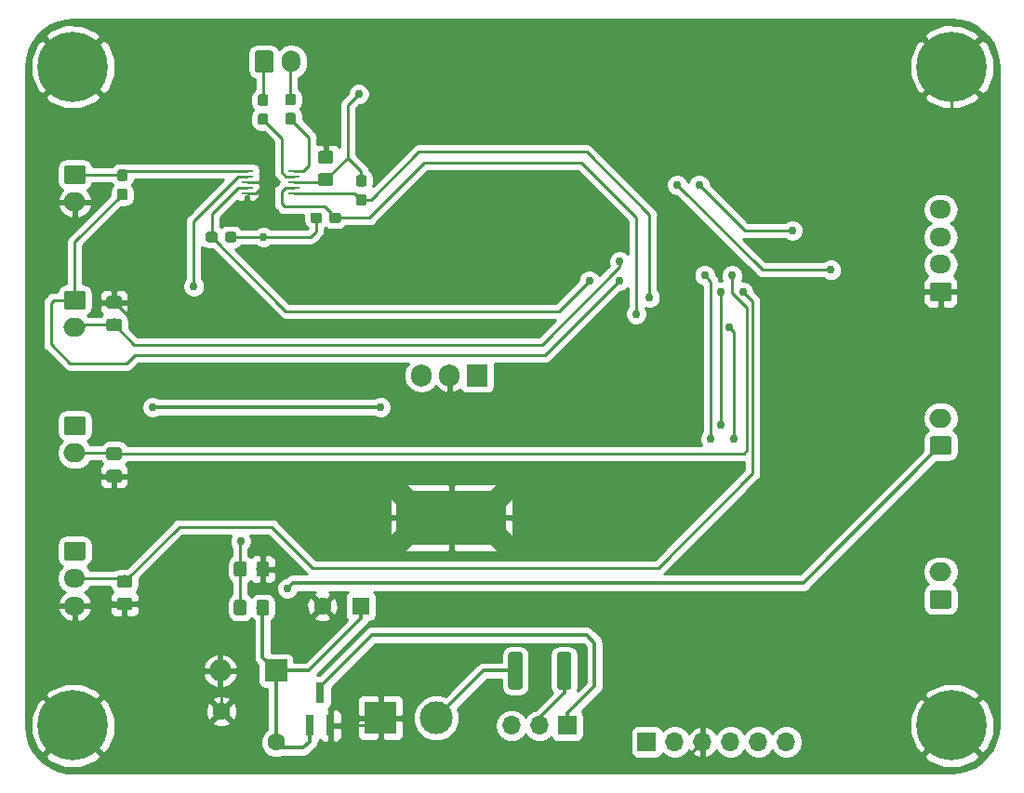
<source format=gbl>
G04 #@! TF.GenerationSoftware,KiCad,Pcbnew,5.0.2-bee76a0~70~ubuntu16.04.1*
G04 #@! TF.CreationDate,2019-01-02T19:21:14+00:00*
G04 #@! TF.ProjectId,stm32l053c,73746d33-326c-4303-9533-632e6b696361,rev?*
G04 #@! TF.SameCoordinates,Original*
G04 #@! TF.FileFunction,Copper,L2,Bot*
G04 #@! TF.FilePolarity,Positive*
%FSLAX46Y46*%
G04 Gerber Fmt 4.6, Leading zero omitted, Abs format (unit mm)*
G04 Created by KiCad (PCBNEW 5.0.2-bee76a0~70~ubuntu16.04.1) date Wed 02 Jan 2019 19:21:14 GMT*
%MOMM*%
%LPD*%
G01*
G04 APERTURE LIST*
G04 #@! TA.AperFunction,SMDPad,CuDef*
%ADD10R,10.000000X5.000000*%
G04 #@! TD*
G04 #@! TA.AperFunction,Conductor*
%ADD11C,0.101600*%
G04 #@! TD*
G04 #@! TA.AperFunction,ComponentPad*
%ADD12C,1.700000*%
G04 #@! TD*
G04 #@! TA.AperFunction,ComponentPad*
%ADD13O,1.950000X1.700000*%
G04 #@! TD*
G04 #@! TA.AperFunction,SMDPad,CuDef*
%ADD14C,1.300000*%
G04 #@! TD*
G04 #@! TA.AperFunction,SMDPad,CuDef*
%ADD15R,0.800000X1.900000*%
G04 #@! TD*
G04 #@! TA.AperFunction,ComponentPad*
%ADD16R,1.700000X1.700000*%
G04 #@! TD*
G04 #@! TA.AperFunction,ComponentPad*
%ADD17O,1.700000X1.700000*%
G04 #@! TD*
G04 #@! TA.AperFunction,ComponentPad*
%ADD18O,2.000000X1.700000*%
G04 #@! TD*
G04 #@! TA.AperFunction,SMDPad,CuDef*
%ADD19C,0.950000*%
G04 #@! TD*
G04 #@! TA.AperFunction,SMDPad,CuDef*
%ADD20C,1.150000*%
G04 #@! TD*
G04 #@! TA.AperFunction,ComponentPad*
%ADD21O,1.700000X2.000000*%
G04 #@! TD*
G04 #@! TA.AperFunction,ComponentPad*
%ADD22C,6.400000*%
G04 #@! TD*
G04 #@! TA.AperFunction,ComponentPad*
%ADD23R,3.000000X3.000000*%
G04 #@! TD*
G04 #@! TA.AperFunction,ComponentPad*
%ADD24C,3.000000*%
G04 #@! TD*
G04 #@! TA.AperFunction,ComponentPad*
%ADD25R,1.600000X1.600000*%
G04 #@! TD*
G04 #@! TA.AperFunction,ComponentPad*
%ADD26C,1.600000*%
G04 #@! TD*
G04 #@! TA.AperFunction,ComponentPad*
%ADD27R,2.000000X2.000000*%
G04 #@! TD*
G04 #@! TA.AperFunction,ComponentPad*
%ADD28O,2.000000X2.000000*%
G04 #@! TD*
G04 #@! TA.AperFunction,SMDPad,CuDef*
%ADD29R,1.100000X0.250000*%
G04 #@! TD*
G04 #@! TA.AperFunction,ComponentPad*
%ADD30R,1.905000X2.000000*%
G04 #@! TD*
G04 #@! TA.AperFunction,ComponentPad*
%ADD31O,1.905000X2.000000*%
G04 #@! TD*
G04 #@! TA.AperFunction,ViaPad*
%ADD32C,0.762000*%
G04 #@! TD*
G04 #@! TA.AperFunction,Conductor*
%ADD33C,0.254000*%
G04 #@! TD*
G04 #@! TA.AperFunction,Conductor*
%ADD34C,2.000000*%
G04 #@! TD*
G04 #@! TA.AperFunction,Conductor*
%ADD35C,0.500000*%
G04 #@! TD*
G04 #@! TA.AperFunction,Conductor*
%ADD36C,0.355600*%
G04 #@! TD*
G04 APERTURE END LIST*
D10*
G04 #@! TO.P,U1,2*
G04 #@! TO.N,Earth*
X124460000Y-98570000D03*
G04 #@! TD*
D11*
G04 #@! TO.N,Earth*
G04 #@! TO.C,D2*
G36*
X169749504Y-77151204D02*
X169773773Y-77154804D01*
X169797571Y-77160765D01*
X169820671Y-77169030D01*
X169842849Y-77179520D01*
X169863893Y-77192133D01*
X169883598Y-77206747D01*
X169901777Y-77223223D01*
X169918253Y-77241402D01*
X169932867Y-77261107D01*
X169945480Y-77282151D01*
X169955970Y-77304329D01*
X169964235Y-77327429D01*
X169970196Y-77351227D01*
X169973796Y-77375496D01*
X169975000Y-77400000D01*
X169975000Y-78600000D01*
X169973796Y-78624504D01*
X169970196Y-78648773D01*
X169964235Y-78672571D01*
X169955970Y-78695671D01*
X169945480Y-78717849D01*
X169932867Y-78738893D01*
X169918253Y-78758598D01*
X169901777Y-78776777D01*
X169883598Y-78793253D01*
X169863893Y-78807867D01*
X169842849Y-78820480D01*
X169820671Y-78830970D01*
X169797571Y-78839235D01*
X169773773Y-78845196D01*
X169749504Y-78848796D01*
X169725000Y-78850000D01*
X168275000Y-78850000D01*
X168250496Y-78848796D01*
X168226227Y-78845196D01*
X168202429Y-78839235D01*
X168179329Y-78830970D01*
X168157151Y-78820480D01*
X168136107Y-78807867D01*
X168116402Y-78793253D01*
X168098223Y-78776777D01*
X168081747Y-78758598D01*
X168067133Y-78738893D01*
X168054520Y-78717849D01*
X168044030Y-78695671D01*
X168035765Y-78672571D01*
X168029804Y-78648773D01*
X168026204Y-78624504D01*
X168025000Y-78600000D01*
X168025000Y-77400000D01*
X168026204Y-77375496D01*
X168029804Y-77351227D01*
X168035765Y-77327429D01*
X168044030Y-77304329D01*
X168054520Y-77282151D01*
X168067133Y-77261107D01*
X168081747Y-77241402D01*
X168098223Y-77223223D01*
X168116402Y-77206747D01*
X168136107Y-77192133D01*
X168157151Y-77179520D01*
X168179329Y-77169030D01*
X168202429Y-77160765D01*
X168226227Y-77154804D01*
X168250496Y-77151204D01*
X168275000Y-77150000D01*
X169725000Y-77150000D01*
X169749504Y-77151204D01*
X169749504Y-77151204D01*
G37*
D12*
G04 #@! TD*
G04 #@! TO.P,D2,1*
G04 #@! TO.N,Earth*
X169000000Y-78000000D03*
D13*
G04 #@! TO.P,D2,2*
G04 #@! TO.N,Net-(D2-Pad2)*
X169000000Y-75500000D03*
G04 #@! TO.P,D2,3*
G04 #@! TO.N,Net-(D2-Pad3)*
X169000000Y-73000000D03*
G04 #@! TO.P,D2,4*
G04 #@! TO.N,Net-(D2-Pad4)*
X169000000Y-70500000D03*
G04 #@! TD*
D11*
G04 #@! TO.N,Net-(F1-Pad1)*
G04 #@! TO.C,F1*
G36*
X135149504Y-110801204D02*
X135173773Y-110804804D01*
X135197571Y-110810765D01*
X135220671Y-110819030D01*
X135242849Y-110829520D01*
X135263893Y-110842133D01*
X135283598Y-110856747D01*
X135301777Y-110873223D01*
X135318253Y-110891402D01*
X135332867Y-110911107D01*
X135345480Y-110932151D01*
X135355970Y-110954329D01*
X135364235Y-110977429D01*
X135370196Y-111001227D01*
X135373796Y-111025496D01*
X135375000Y-111050000D01*
X135375000Y-113950000D01*
X135373796Y-113974504D01*
X135370196Y-113998773D01*
X135364235Y-114022571D01*
X135355970Y-114045671D01*
X135345480Y-114067849D01*
X135332867Y-114088893D01*
X135318253Y-114108598D01*
X135301777Y-114126777D01*
X135283598Y-114143253D01*
X135263893Y-114157867D01*
X135242849Y-114170480D01*
X135220671Y-114180970D01*
X135197571Y-114189235D01*
X135173773Y-114195196D01*
X135149504Y-114198796D01*
X135125000Y-114200000D01*
X134325000Y-114200000D01*
X134300496Y-114198796D01*
X134276227Y-114195196D01*
X134252429Y-114189235D01*
X134229329Y-114180970D01*
X134207151Y-114170480D01*
X134186107Y-114157867D01*
X134166402Y-114143253D01*
X134148223Y-114126777D01*
X134131747Y-114108598D01*
X134117133Y-114088893D01*
X134104520Y-114067849D01*
X134094030Y-114045671D01*
X134085765Y-114022571D01*
X134079804Y-113998773D01*
X134076204Y-113974504D01*
X134075000Y-113950000D01*
X134075000Y-111050000D01*
X134076204Y-111025496D01*
X134079804Y-111001227D01*
X134085765Y-110977429D01*
X134094030Y-110954329D01*
X134104520Y-110932151D01*
X134117133Y-110911107D01*
X134131747Y-110891402D01*
X134148223Y-110873223D01*
X134166402Y-110856747D01*
X134186107Y-110842133D01*
X134207151Y-110829520D01*
X134229329Y-110819030D01*
X134252429Y-110810765D01*
X134276227Y-110804804D01*
X134300496Y-110801204D01*
X134325000Y-110800000D01*
X135125000Y-110800000D01*
X135149504Y-110801204D01*
X135149504Y-110801204D01*
G37*
D14*
G04 #@! TD*
G04 #@! TO.P,F1,1*
G04 #@! TO.N,Net-(F1-Pad1)*
X134725000Y-112500000D03*
D11*
G04 #@! TO.N,+BATT*
G04 #@! TO.C,F1*
G36*
X130699504Y-110801204D02*
X130723773Y-110804804D01*
X130747571Y-110810765D01*
X130770671Y-110819030D01*
X130792849Y-110829520D01*
X130813893Y-110842133D01*
X130833598Y-110856747D01*
X130851777Y-110873223D01*
X130868253Y-110891402D01*
X130882867Y-110911107D01*
X130895480Y-110932151D01*
X130905970Y-110954329D01*
X130914235Y-110977429D01*
X130920196Y-111001227D01*
X130923796Y-111025496D01*
X130925000Y-111050000D01*
X130925000Y-113950000D01*
X130923796Y-113974504D01*
X130920196Y-113998773D01*
X130914235Y-114022571D01*
X130905970Y-114045671D01*
X130895480Y-114067849D01*
X130882867Y-114088893D01*
X130868253Y-114108598D01*
X130851777Y-114126777D01*
X130833598Y-114143253D01*
X130813893Y-114157867D01*
X130792849Y-114170480D01*
X130770671Y-114180970D01*
X130747571Y-114189235D01*
X130723773Y-114195196D01*
X130699504Y-114198796D01*
X130675000Y-114200000D01*
X129875000Y-114200000D01*
X129850496Y-114198796D01*
X129826227Y-114195196D01*
X129802429Y-114189235D01*
X129779329Y-114180970D01*
X129757151Y-114170480D01*
X129736107Y-114157867D01*
X129716402Y-114143253D01*
X129698223Y-114126777D01*
X129681747Y-114108598D01*
X129667133Y-114088893D01*
X129654520Y-114067849D01*
X129644030Y-114045671D01*
X129635765Y-114022571D01*
X129629804Y-113998773D01*
X129626204Y-113974504D01*
X129625000Y-113950000D01*
X129625000Y-111050000D01*
X129626204Y-111025496D01*
X129629804Y-111001227D01*
X129635765Y-110977429D01*
X129644030Y-110954329D01*
X129654520Y-110932151D01*
X129667133Y-110911107D01*
X129681747Y-110891402D01*
X129698223Y-110873223D01*
X129716402Y-110856747D01*
X129736107Y-110842133D01*
X129757151Y-110829520D01*
X129779329Y-110819030D01*
X129802429Y-110810765D01*
X129826227Y-110804804D01*
X129850496Y-110801204D01*
X129875000Y-110800000D01*
X130675000Y-110800000D01*
X130699504Y-110801204D01*
X130699504Y-110801204D01*
G37*
D14*
G04 #@! TD*
G04 #@! TO.P,F1,2*
G04 #@! TO.N,+BATT*
X130275000Y-112500000D03*
D15*
G04 #@! TO.P,Q2,1*
G04 #@! TO.N,Earth*
X113450000Y-117500000D03*
G04 #@! TO.P,Q2,2*
G04 #@! TO.N,/BATT*
X111550000Y-117500000D03*
G04 #@! TO.P,Q2,3*
G04 #@! TO.N,Net-(Q2-Pad3)*
X112500000Y-114500000D03*
G04 #@! TD*
D16*
G04 #@! TO.P,P1,1*
G04 #@! TO.N,+3V3*
X142240000Y-118980000D03*
D17*
G04 #@! TO.P,P1,2*
G04 #@! TO.N,SWCLK*
X144780000Y-118980000D03*
G04 #@! TO.P,P1,3*
G04 #@! TO.N,Earth*
X147320000Y-118980000D03*
G04 #@! TO.P,P1,4*
G04 #@! TO.N,SWDIO*
X149860000Y-118980000D03*
G04 #@! TO.P,P1,5*
G04 #@! TO.N,NRST*
X152400000Y-118980000D03*
G04 #@! TO.P,P1,6*
G04 #@! TO.N,USART2_TX*
X154940000Y-118980000D03*
G04 #@! TD*
D11*
G04 #@! TO.N,SENSOR_PWR*
G04 #@! TO.C,J1*
G36*
X90944504Y-77891204D02*
X90968773Y-77894804D01*
X90992571Y-77900765D01*
X91015671Y-77909030D01*
X91037849Y-77919520D01*
X91058893Y-77932133D01*
X91078598Y-77946747D01*
X91096777Y-77963223D01*
X91113253Y-77981402D01*
X91127867Y-78001107D01*
X91140480Y-78022151D01*
X91150970Y-78044329D01*
X91159235Y-78067429D01*
X91165196Y-78091227D01*
X91168796Y-78115496D01*
X91170000Y-78140000D01*
X91170000Y-79340000D01*
X91168796Y-79364504D01*
X91165196Y-79388773D01*
X91159235Y-79412571D01*
X91150970Y-79435671D01*
X91140480Y-79457849D01*
X91127867Y-79478893D01*
X91113253Y-79498598D01*
X91096777Y-79516777D01*
X91078598Y-79533253D01*
X91058893Y-79547867D01*
X91037849Y-79560480D01*
X91015671Y-79570970D01*
X90992571Y-79579235D01*
X90968773Y-79585196D01*
X90944504Y-79588796D01*
X90920000Y-79590000D01*
X89420000Y-79590000D01*
X89395496Y-79588796D01*
X89371227Y-79585196D01*
X89347429Y-79579235D01*
X89324329Y-79570970D01*
X89302151Y-79560480D01*
X89281107Y-79547867D01*
X89261402Y-79533253D01*
X89243223Y-79516777D01*
X89226747Y-79498598D01*
X89212133Y-79478893D01*
X89199520Y-79457849D01*
X89189030Y-79435671D01*
X89180765Y-79412571D01*
X89174804Y-79388773D01*
X89171204Y-79364504D01*
X89170000Y-79340000D01*
X89170000Y-78140000D01*
X89171204Y-78115496D01*
X89174804Y-78091227D01*
X89180765Y-78067429D01*
X89189030Y-78044329D01*
X89199520Y-78022151D01*
X89212133Y-78001107D01*
X89226747Y-77981402D01*
X89243223Y-77963223D01*
X89261402Y-77946747D01*
X89281107Y-77932133D01*
X89302151Y-77919520D01*
X89324329Y-77909030D01*
X89347429Y-77900765D01*
X89371227Y-77894804D01*
X89395496Y-77891204D01*
X89420000Y-77890000D01*
X90920000Y-77890000D01*
X90944504Y-77891204D01*
X90944504Y-77891204D01*
G37*
D12*
G04 #@! TD*
G04 #@! TO.P,J1,1*
G04 #@! TO.N,SENSOR_PWR*
X90170000Y-78740000D03*
D18*
G04 #@! TO.P,J1,2*
G04 #@! TO.N,WATER_LEVEL*
X90170000Y-81240000D03*
G04 #@! TD*
D11*
G04 #@! TO.N,+5V*
G04 #@! TO.C,J2*
G36*
X90919504Y-100751204D02*
X90943773Y-100754804D01*
X90967571Y-100760765D01*
X90990671Y-100769030D01*
X91012849Y-100779520D01*
X91033893Y-100792133D01*
X91053598Y-100806747D01*
X91071777Y-100823223D01*
X91088253Y-100841402D01*
X91102867Y-100861107D01*
X91115480Y-100882151D01*
X91125970Y-100904329D01*
X91134235Y-100927429D01*
X91140196Y-100951227D01*
X91143796Y-100975496D01*
X91145000Y-101000000D01*
X91145000Y-102200000D01*
X91143796Y-102224504D01*
X91140196Y-102248773D01*
X91134235Y-102272571D01*
X91125970Y-102295671D01*
X91115480Y-102317849D01*
X91102867Y-102338893D01*
X91088253Y-102358598D01*
X91071777Y-102376777D01*
X91053598Y-102393253D01*
X91033893Y-102407867D01*
X91012849Y-102420480D01*
X90990671Y-102430970D01*
X90967571Y-102439235D01*
X90943773Y-102445196D01*
X90919504Y-102448796D01*
X90895000Y-102450000D01*
X89445000Y-102450000D01*
X89420496Y-102448796D01*
X89396227Y-102445196D01*
X89372429Y-102439235D01*
X89349329Y-102430970D01*
X89327151Y-102420480D01*
X89306107Y-102407867D01*
X89286402Y-102393253D01*
X89268223Y-102376777D01*
X89251747Y-102358598D01*
X89237133Y-102338893D01*
X89224520Y-102317849D01*
X89214030Y-102295671D01*
X89205765Y-102272571D01*
X89199804Y-102248773D01*
X89196204Y-102224504D01*
X89195000Y-102200000D01*
X89195000Y-101000000D01*
X89196204Y-100975496D01*
X89199804Y-100951227D01*
X89205765Y-100927429D01*
X89214030Y-100904329D01*
X89224520Y-100882151D01*
X89237133Y-100861107D01*
X89251747Y-100841402D01*
X89268223Y-100823223D01*
X89286402Y-100806747D01*
X89306107Y-100792133D01*
X89327151Y-100779520D01*
X89349329Y-100769030D01*
X89372429Y-100760765D01*
X89396227Y-100754804D01*
X89420496Y-100751204D01*
X89445000Y-100750000D01*
X90895000Y-100750000D01*
X90919504Y-100751204D01*
X90919504Y-100751204D01*
G37*
D12*
G04 #@! TD*
G04 #@! TO.P,J2,1*
G04 #@! TO.N,+5V*
X90170000Y-101600000D03*
D13*
G04 #@! TO.P,J2,2*
G04 #@! TO.N,MOTION*
X90170000Y-104100000D03*
G04 #@! TO.P,J2,3*
G04 #@! TO.N,Earth*
X90170000Y-106600000D03*
G04 #@! TD*
D11*
G04 #@! TO.N,+3V3*
G04 #@! TO.C,J3*
G36*
X90944504Y-89321204D02*
X90968773Y-89324804D01*
X90992571Y-89330765D01*
X91015671Y-89339030D01*
X91037849Y-89349520D01*
X91058893Y-89362133D01*
X91078598Y-89376747D01*
X91096777Y-89393223D01*
X91113253Y-89411402D01*
X91127867Y-89431107D01*
X91140480Y-89452151D01*
X91150970Y-89474329D01*
X91159235Y-89497429D01*
X91165196Y-89521227D01*
X91168796Y-89545496D01*
X91170000Y-89570000D01*
X91170000Y-90770000D01*
X91168796Y-90794504D01*
X91165196Y-90818773D01*
X91159235Y-90842571D01*
X91150970Y-90865671D01*
X91140480Y-90887849D01*
X91127867Y-90908893D01*
X91113253Y-90928598D01*
X91096777Y-90946777D01*
X91078598Y-90963253D01*
X91058893Y-90977867D01*
X91037849Y-90990480D01*
X91015671Y-91000970D01*
X90992571Y-91009235D01*
X90968773Y-91015196D01*
X90944504Y-91018796D01*
X90920000Y-91020000D01*
X89420000Y-91020000D01*
X89395496Y-91018796D01*
X89371227Y-91015196D01*
X89347429Y-91009235D01*
X89324329Y-91000970D01*
X89302151Y-90990480D01*
X89281107Y-90977867D01*
X89261402Y-90963253D01*
X89243223Y-90946777D01*
X89226747Y-90928598D01*
X89212133Y-90908893D01*
X89199520Y-90887849D01*
X89189030Y-90865671D01*
X89180765Y-90842571D01*
X89174804Y-90818773D01*
X89171204Y-90794504D01*
X89170000Y-90770000D01*
X89170000Y-89570000D01*
X89171204Y-89545496D01*
X89174804Y-89521227D01*
X89180765Y-89497429D01*
X89189030Y-89474329D01*
X89199520Y-89452151D01*
X89212133Y-89431107D01*
X89226747Y-89411402D01*
X89243223Y-89393223D01*
X89261402Y-89376747D01*
X89281107Y-89362133D01*
X89302151Y-89349520D01*
X89324329Y-89339030D01*
X89347429Y-89330765D01*
X89371227Y-89324804D01*
X89395496Y-89321204D01*
X89420000Y-89320000D01*
X90920000Y-89320000D01*
X90944504Y-89321204D01*
X90944504Y-89321204D01*
G37*
D12*
G04 #@! TD*
G04 #@! TO.P,J3,1*
G04 #@! TO.N,+3V3*
X90170000Y-90170000D03*
D18*
G04 #@! TO.P,J3,2*
G04 #@! TO.N,DOOR*
X90170000Y-92670000D03*
G04 #@! TD*
D11*
G04 #@! TO.N,+5V*
G04 #@! TO.C,J4*
G36*
X169774504Y-91151204D02*
X169798773Y-91154804D01*
X169822571Y-91160765D01*
X169845671Y-91169030D01*
X169867849Y-91179520D01*
X169888893Y-91192133D01*
X169908598Y-91206747D01*
X169926777Y-91223223D01*
X169943253Y-91241402D01*
X169957867Y-91261107D01*
X169970480Y-91282151D01*
X169980970Y-91304329D01*
X169989235Y-91327429D01*
X169995196Y-91351227D01*
X169998796Y-91375496D01*
X170000000Y-91400000D01*
X170000000Y-92600000D01*
X169998796Y-92624504D01*
X169995196Y-92648773D01*
X169989235Y-92672571D01*
X169980970Y-92695671D01*
X169970480Y-92717849D01*
X169957867Y-92738893D01*
X169943253Y-92758598D01*
X169926777Y-92776777D01*
X169908598Y-92793253D01*
X169888893Y-92807867D01*
X169867849Y-92820480D01*
X169845671Y-92830970D01*
X169822571Y-92839235D01*
X169798773Y-92845196D01*
X169774504Y-92848796D01*
X169750000Y-92850000D01*
X168250000Y-92850000D01*
X168225496Y-92848796D01*
X168201227Y-92845196D01*
X168177429Y-92839235D01*
X168154329Y-92830970D01*
X168132151Y-92820480D01*
X168111107Y-92807867D01*
X168091402Y-92793253D01*
X168073223Y-92776777D01*
X168056747Y-92758598D01*
X168042133Y-92738893D01*
X168029520Y-92717849D01*
X168019030Y-92695671D01*
X168010765Y-92672571D01*
X168004804Y-92648773D01*
X168001204Y-92624504D01*
X168000000Y-92600000D01*
X168000000Y-91400000D01*
X168001204Y-91375496D01*
X168004804Y-91351227D01*
X168010765Y-91327429D01*
X168019030Y-91304329D01*
X168029520Y-91282151D01*
X168042133Y-91261107D01*
X168056747Y-91241402D01*
X168073223Y-91223223D01*
X168091402Y-91206747D01*
X168111107Y-91192133D01*
X168132151Y-91179520D01*
X168154329Y-91169030D01*
X168177429Y-91160765D01*
X168201227Y-91154804D01*
X168225496Y-91151204D01*
X168250000Y-91150000D01*
X169750000Y-91150000D01*
X169774504Y-91151204D01*
X169774504Y-91151204D01*
G37*
D12*
G04 #@! TD*
G04 #@! TO.P,J4,1*
G04 #@! TO.N,+5V*
X169000000Y-92000000D03*
D18*
G04 #@! TO.P,J4,2*
G04 #@! TO.N,Net-(J4-Pad2)*
X169000000Y-89500000D03*
G04 #@! TD*
D11*
G04 #@! TO.N,+3V3*
G04 #@! TO.C,R2*
G36*
X112435779Y-70776144D02*
X112458834Y-70779563D01*
X112481443Y-70785227D01*
X112503387Y-70793079D01*
X112524457Y-70803044D01*
X112544448Y-70815026D01*
X112563168Y-70828910D01*
X112580438Y-70844562D01*
X112596090Y-70861832D01*
X112609974Y-70880552D01*
X112621956Y-70900543D01*
X112631921Y-70921613D01*
X112639773Y-70943557D01*
X112645437Y-70966166D01*
X112648856Y-70989221D01*
X112650000Y-71012500D01*
X112650000Y-71487500D01*
X112648856Y-71510779D01*
X112645437Y-71533834D01*
X112639773Y-71556443D01*
X112631921Y-71578387D01*
X112621956Y-71599457D01*
X112609974Y-71619448D01*
X112596090Y-71638168D01*
X112580438Y-71655438D01*
X112563168Y-71671090D01*
X112544448Y-71684974D01*
X112524457Y-71696956D01*
X112503387Y-71706921D01*
X112481443Y-71714773D01*
X112458834Y-71720437D01*
X112435779Y-71723856D01*
X112412500Y-71725000D01*
X111837500Y-71725000D01*
X111814221Y-71723856D01*
X111791166Y-71720437D01*
X111768557Y-71714773D01*
X111746613Y-71706921D01*
X111725543Y-71696956D01*
X111705552Y-71684974D01*
X111686832Y-71671090D01*
X111669562Y-71655438D01*
X111653910Y-71638168D01*
X111640026Y-71619448D01*
X111628044Y-71599457D01*
X111618079Y-71578387D01*
X111610227Y-71556443D01*
X111604563Y-71533834D01*
X111601144Y-71510779D01*
X111600000Y-71487500D01*
X111600000Y-71012500D01*
X111601144Y-70989221D01*
X111604563Y-70966166D01*
X111610227Y-70943557D01*
X111618079Y-70921613D01*
X111628044Y-70900543D01*
X111640026Y-70880552D01*
X111653910Y-70861832D01*
X111669562Y-70844562D01*
X111686832Y-70828910D01*
X111705552Y-70815026D01*
X111725543Y-70803044D01*
X111746613Y-70793079D01*
X111768557Y-70785227D01*
X111791166Y-70779563D01*
X111814221Y-70776144D01*
X111837500Y-70775000D01*
X112412500Y-70775000D01*
X112435779Y-70776144D01*
X112435779Y-70776144D01*
G37*
D19*
G04 #@! TD*
G04 #@! TO.P,R2,1*
G04 #@! TO.N,+3V3*
X112125000Y-71250000D03*
D11*
G04 #@! TO.N,I2C1_SDA*
G04 #@! TO.C,R2*
G36*
X114185779Y-70776144D02*
X114208834Y-70779563D01*
X114231443Y-70785227D01*
X114253387Y-70793079D01*
X114274457Y-70803044D01*
X114294448Y-70815026D01*
X114313168Y-70828910D01*
X114330438Y-70844562D01*
X114346090Y-70861832D01*
X114359974Y-70880552D01*
X114371956Y-70900543D01*
X114381921Y-70921613D01*
X114389773Y-70943557D01*
X114395437Y-70966166D01*
X114398856Y-70989221D01*
X114400000Y-71012500D01*
X114400000Y-71487500D01*
X114398856Y-71510779D01*
X114395437Y-71533834D01*
X114389773Y-71556443D01*
X114381921Y-71578387D01*
X114371956Y-71599457D01*
X114359974Y-71619448D01*
X114346090Y-71638168D01*
X114330438Y-71655438D01*
X114313168Y-71671090D01*
X114294448Y-71684974D01*
X114274457Y-71696956D01*
X114253387Y-71706921D01*
X114231443Y-71714773D01*
X114208834Y-71720437D01*
X114185779Y-71723856D01*
X114162500Y-71725000D01*
X113587500Y-71725000D01*
X113564221Y-71723856D01*
X113541166Y-71720437D01*
X113518557Y-71714773D01*
X113496613Y-71706921D01*
X113475543Y-71696956D01*
X113455552Y-71684974D01*
X113436832Y-71671090D01*
X113419562Y-71655438D01*
X113403910Y-71638168D01*
X113390026Y-71619448D01*
X113378044Y-71599457D01*
X113368079Y-71578387D01*
X113360227Y-71556443D01*
X113354563Y-71533834D01*
X113351144Y-71510779D01*
X113350000Y-71487500D01*
X113350000Y-71012500D01*
X113351144Y-70989221D01*
X113354563Y-70966166D01*
X113360227Y-70943557D01*
X113368079Y-70921613D01*
X113378044Y-70900543D01*
X113390026Y-70880552D01*
X113403910Y-70861832D01*
X113419562Y-70844562D01*
X113436832Y-70828910D01*
X113455552Y-70815026D01*
X113475543Y-70803044D01*
X113496613Y-70793079D01*
X113518557Y-70785227D01*
X113541166Y-70779563D01*
X113564221Y-70776144D01*
X113587500Y-70775000D01*
X114162500Y-70775000D01*
X114185779Y-70776144D01*
X114185779Y-70776144D01*
G37*
D19*
G04 #@! TD*
G04 #@! TO.P,R2,2*
G04 #@! TO.N,I2C1_SDA*
X113875000Y-71250000D03*
D11*
G04 #@! TO.N,I2C1_SCL*
G04 #@! TO.C,R3*
G36*
X116510779Y-69101144D02*
X116533834Y-69104563D01*
X116556443Y-69110227D01*
X116578387Y-69118079D01*
X116599457Y-69128044D01*
X116619448Y-69140026D01*
X116638168Y-69153910D01*
X116655438Y-69169562D01*
X116671090Y-69186832D01*
X116684974Y-69205552D01*
X116696956Y-69225543D01*
X116706921Y-69246613D01*
X116714773Y-69268557D01*
X116720437Y-69291166D01*
X116723856Y-69314221D01*
X116725000Y-69337500D01*
X116725000Y-69912500D01*
X116723856Y-69935779D01*
X116720437Y-69958834D01*
X116714773Y-69981443D01*
X116706921Y-70003387D01*
X116696956Y-70024457D01*
X116684974Y-70044448D01*
X116671090Y-70063168D01*
X116655438Y-70080438D01*
X116638168Y-70096090D01*
X116619448Y-70109974D01*
X116599457Y-70121956D01*
X116578387Y-70131921D01*
X116556443Y-70139773D01*
X116533834Y-70145437D01*
X116510779Y-70148856D01*
X116487500Y-70150000D01*
X116012500Y-70150000D01*
X115989221Y-70148856D01*
X115966166Y-70145437D01*
X115943557Y-70139773D01*
X115921613Y-70131921D01*
X115900543Y-70121956D01*
X115880552Y-70109974D01*
X115861832Y-70096090D01*
X115844562Y-70080438D01*
X115828910Y-70063168D01*
X115815026Y-70044448D01*
X115803044Y-70024457D01*
X115793079Y-70003387D01*
X115785227Y-69981443D01*
X115779563Y-69958834D01*
X115776144Y-69935779D01*
X115775000Y-69912500D01*
X115775000Y-69337500D01*
X115776144Y-69314221D01*
X115779563Y-69291166D01*
X115785227Y-69268557D01*
X115793079Y-69246613D01*
X115803044Y-69225543D01*
X115815026Y-69205552D01*
X115828910Y-69186832D01*
X115844562Y-69169562D01*
X115861832Y-69153910D01*
X115880552Y-69140026D01*
X115900543Y-69128044D01*
X115921613Y-69118079D01*
X115943557Y-69110227D01*
X115966166Y-69104563D01*
X115989221Y-69101144D01*
X116012500Y-69100000D01*
X116487500Y-69100000D01*
X116510779Y-69101144D01*
X116510779Y-69101144D01*
G37*
D19*
G04 #@! TD*
G04 #@! TO.P,R3,2*
G04 #@! TO.N,I2C1_SCL*
X116250000Y-69625000D03*
D11*
G04 #@! TO.N,+3V3*
G04 #@! TO.C,R3*
G36*
X116510779Y-67351144D02*
X116533834Y-67354563D01*
X116556443Y-67360227D01*
X116578387Y-67368079D01*
X116599457Y-67378044D01*
X116619448Y-67390026D01*
X116638168Y-67403910D01*
X116655438Y-67419562D01*
X116671090Y-67436832D01*
X116684974Y-67455552D01*
X116696956Y-67475543D01*
X116706921Y-67496613D01*
X116714773Y-67518557D01*
X116720437Y-67541166D01*
X116723856Y-67564221D01*
X116725000Y-67587500D01*
X116725000Y-68162500D01*
X116723856Y-68185779D01*
X116720437Y-68208834D01*
X116714773Y-68231443D01*
X116706921Y-68253387D01*
X116696956Y-68274457D01*
X116684974Y-68294448D01*
X116671090Y-68313168D01*
X116655438Y-68330438D01*
X116638168Y-68346090D01*
X116619448Y-68359974D01*
X116599457Y-68371956D01*
X116578387Y-68381921D01*
X116556443Y-68389773D01*
X116533834Y-68395437D01*
X116510779Y-68398856D01*
X116487500Y-68400000D01*
X116012500Y-68400000D01*
X115989221Y-68398856D01*
X115966166Y-68395437D01*
X115943557Y-68389773D01*
X115921613Y-68381921D01*
X115900543Y-68371956D01*
X115880552Y-68359974D01*
X115861832Y-68346090D01*
X115844562Y-68330438D01*
X115828910Y-68313168D01*
X115815026Y-68294448D01*
X115803044Y-68274457D01*
X115793079Y-68253387D01*
X115785227Y-68231443D01*
X115779563Y-68208834D01*
X115776144Y-68185779D01*
X115775000Y-68162500D01*
X115775000Y-67587500D01*
X115776144Y-67564221D01*
X115779563Y-67541166D01*
X115785227Y-67518557D01*
X115793079Y-67496613D01*
X115803044Y-67475543D01*
X115815026Y-67455552D01*
X115828910Y-67436832D01*
X115844562Y-67419562D01*
X115861832Y-67403910D01*
X115880552Y-67390026D01*
X115900543Y-67378044D01*
X115921613Y-67368079D01*
X115943557Y-67360227D01*
X115966166Y-67354563D01*
X115989221Y-67351144D01*
X116012500Y-67350000D01*
X116487500Y-67350000D01*
X116510779Y-67351144D01*
X116510779Y-67351144D01*
G37*
D19*
G04 #@! TD*
G04 #@! TO.P,R3,1*
G04 #@! TO.N,+3V3*
X116250000Y-67875000D03*
D11*
G04 #@! TO.N,SENSOR_PWR*
G04 #@! TO.C,R6*
G36*
X94760779Y-68601144D02*
X94783834Y-68604563D01*
X94806443Y-68610227D01*
X94828387Y-68618079D01*
X94849457Y-68628044D01*
X94869448Y-68640026D01*
X94888168Y-68653910D01*
X94905438Y-68669562D01*
X94921090Y-68686832D01*
X94934974Y-68705552D01*
X94946956Y-68725543D01*
X94956921Y-68746613D01*
X94964773Y-68768557D01*
X94970437Y-68791166D01*
X94973856Y-68814221D01*
X94975000Y-68837500D01*
X94975000Y-69412500D01*
X94973856Y-69435779D01*
X94970437Y-69458834D01*
X94964773Y-69481443D01*
X94956921Y-69503387D01*
X94946956Y-69524457D01*
X94934974Y-69544448D01*
X94921090Y-69563168D01*
X94905438Y-69580438D01*
X94888168Y-69596090D01*
X94869448Y-69609974D01*
X94849457Y-69621956D01*
X94828387Y-69631921D01*
X94806443Y-69639773D01*
X94783834Y-69645437D01*
X94760779Y-69648856D01*
X94737500Y-69650000D01*
X94262500Y-69650000D01*
X94239221Y-69648856D01*
X94216166Y-69645437D01*
X94193557Y-69639773D01*
X94171613Y-69631921D01*
X94150543Y-69621956D01*
X94130552Y-69609974D01*
X94111832Y-69596090D01*
X94094562Y-69580438D01*
X94078910Y-69563168D01*
X94065026Y-69544448D01*
X94053044Y-69524457D01*
X94043079Y-69503387D01*
X94035227Y-69481443D01*
X94029563Y-69458834D01*
X94026144Y-69435779D01*
X94025000Y-69412500D01*
X94025000Y-68837500D01*
X94026144Y-68814221D01*
X94029563Y-68791166D01*
X94035227Y-68768557D01*
X94043079Y-68746613D01*
X94053044Y-68725543D01*
X94065026Y-68705552D01*
X94078910Y-68686832D01*
X94094562Y-68669562D01*
X94111832Y-68653910D01*
X94130552Y-68640026D01*
X94150543Y-68628044D01*
X94171613Y-68618079D01*
X94193557Y-68610227D01*
X94216166Y-68604563D01*
X94239221Y-68601144D01*
X94262500Y-68600000D01*
X94737500Y-68600000D01*
X94760779Y-68601144D01*
X94760779Y-68601144D01*
G37*
D19*
G04 #@! TD*
G04 #@! TO.P,R6,1*
G04 #@! TO.N,SENSOR_PWR*
X94500000Y-69125000D03*
D11*
G04 #@! TO.N,WATER_TEMP*
G04 #@! TO.C,R6*
G36*
X94760779Y-66851144D02*
X94783834Y-66854563D01*
X94806443Y-66860227D01*
X94828387Y-66868079D01*
X94849457Y-66878044D01*
X94869448Y-66890026D01*
X94888168Y-66903910D01*
X94905438Y-66919562D01*
X94921090Y-66936832D01*
X94934974Y-66955552D01*
X94946956Y-66975543D01*
X94956921Y-66996613D01*
X94964773Y-67018557D01*
X94970437Y-67041166D01*
X94973856Y-67064221D01*
X94975000Y-67087500D01*
X94975000Y-67662500D01*
X94973856Y-67685779D01*
X94970437Y-67708834D01*
X94964773Y-67731443D01*
X94956921Y-67753387D01*
X94946956Y-67774457D01*
X94934974Y-67794448D01*
X94921090Y-67813168D01*
X94905438Y-67830438D01*
X94888168Y-67846090D01*
X94869448Y-67859974D01*
X94849457Y-67871956D01*
X94828387Y-67881921D01*
X94806443Y-67889773D01*
X94783834Y-67895437D01*
X94760779Y-67898856D01*
X94737500Y-67900000D01*
X94262500Y-67900000D01*
X94239221Y-67898856D01*
X94216166Y-67895437D01*
X94193557Y-67889773D01*
X94171613Y-67881921D01*
X94150543Y-67871956D01*
X94130552Y-67859974D01*
X94111832Y-67846090D01*
X94094562Y-67830438D01*
X94078910Y-67813168D01*
X94065026Y-67794448D01*
X94053044Y-67774457D01*
X94043079Y-67753387D01*
X94035227Y-67731443D01*
X94029563Y-67708834D01*
X94026144Y-67685779D01*
X94025000Y-67662500D01*
X94025000Y-67087500D01*
X94026144Y-67064221D01*
X94029563Y-67041166D01*
X94035227Y-67018557D01*
X94043079Y-66996613D01*
X94053044Y-66975543D01*
X94065026Y-66955552D01*
X94078910Y-66936832D01*
X94094562Y-66919562D01*
X94111832Y-66903910D01*
X94130552Y-66890026D01*
X94150543Y-66878044D01*
X94171613Y-66868079D01*
X94193557Y-66860227D01*
X94216166Y-66854563D01*
X94239221Y-66851144D01*
X94262500Y-66850000D01*
X94737500Y-66850000D01*
X94760779Y-66851144D01*
X94760779Y-66851144D01*
G37*
D19*
G04 #@! TD*
G04 #@! TO.P,R6,2*
G04 #@! TO.N,WATER_TEMP*
X94500000Y-67375000D03*
D11*
G04 #@! TO.N,Earth*
G04 #@! TO.C,R7*
G36*
X94224505Y-78376204D02*
X94248773Y-78379804D01*
X94272572Y-78385765D01*
X94295671Y-78394030D01*
X94317850Y-78404520D01*
X94338893Y-78417132D01*
X94358599Y-78431747D01*
X94376777Y-78448223D01*
X94393253Y-78466401D01*
X94407868Y-78486107D01*
X94420480Y-78507150D01*
X94430970Y-78529329D01*
X94439235Y-78552428D01*
X94445196Y-78576227D01*
X94448796Y-78600495D01*
X94450000Y-78624999D01*
X94450000Y-79275001D01*
X94448796Y-79299505D01*
X94445196Y-79323773D01*
X94439235Y-79347572D01*
X94430970Y-79370671D01*
X94420480Y-79392850D01*
X94407868Y-79413893D01*
X94393253Y-79433599D01*
X94376777Y-79451777D01*
X94358599Y-79468253D01*
X94338893Y-79482868D01*
X94317850Y-79495480D01*
X94295671Y-79505970D01*
X94272572Y-79514235D01*
X94248773Y-79520196D01*
X94224505Y-79523796D01*
X94200001Y-79525000D01*
X93299999Y-79525000D01*
X93275495Y-79523796D01*
X93251227Y-79520196D01*
X93227428Y-79514235D01*
X93204329Y-79505970D01*
X93182150Y-79495480D01*
X93161107Y-79482868D01*
X93141401Y-79468253D01*
X93123223Y-79451777D01*
X93106747Y-79433599D01*
X93092132Y-79413893D01*
X93079520Y-79392850D01*
X93069030Y-79370671D01*
X93060765Y-79347572D01*
X93054804Y-79323773D01*
X93051204Y-79299505D01*
X93050000Y-79275001D01*
X93050000Y-78624999D01*
X93051204Y-78600495D01*
X93054804Y-78576227D01*
X93060765Y-78552428D01*
X93069030Y-78529329D01*
X93079520Y-78507150D01*
X93092132Y-78486107D01*
X93106747Y-78466401D01*
X93123223Y-78448223D01*
X93141401Y-78431747D01*
X93161107Y-78417132D01*
X93182150Y-78404520D01*
X93204329Y-78394030D01*
X93227428Y-78385765D01*
X93251227Y-78379804D01*
X93275495Y-78376204D01*
X93299999Y-78375000D01*
X94200001Y-78375000D01*
X94224505Y-78376204D01*
X94224505Y-78376204D01*
G37*
D20*
G04 #@! TD*
G04 #@! TO.P,R7,2*
G04 #@! TO.N,Earth*
X93750000Y-78950000D03*
D11*
G04 #@! TO.N,WATER_LEVEL*
G04 #@! TO.C,R7*
G36*
X94224505Y-80426204D02*
X94248773Y-80429804D01*
X94272572Y-80435765D01*
X94295671Y-80444030D01*
X94317850Y-80454520D01*
X94338893Y-80467132D01*
X94358599Y-80481747D01*
X94376777Y-80498223D01*
X94393253Y-80516401D01*
X94407868Y-80536107D01*
X94420480Y-80557150D01*
X94430970Y-80579329D01*
X94439235Y-80602428D01*
X94445196Y-80626227D01*
X94448796Y-80650495D01*
X94450000Y-80674999D01*
X94450000Y-81325001D01*
X94448796Y-81349505D01*
X94445196Y-81373773D01*
X94439235Y-81397572D01*
X94430970Y-81420671D01*
X94420480Y-81442850D01*
X94407868Y-81463893D01*
X94393253Y-81483599D01*
X94376777Y-81501777D01*
X94358599Y-81518253D01*
X94338893Y-81532868D01*
X94317850Y-81545480D01*
X94295671Y-81555970D01*
X94272572Y-81564235D01*
X94248773Y-81570196D01*
X94224505Y-81573796D01*
X94200001Y-81575000D01*
X93299999Y-81575000D01*
X93275495Y-81573796D01*
X93251227Y-81570196D01*
X93227428Y-81564235D01*
X93204329Y-81555970D01*
X93182150Y-81545480D01*
X93161107Y-81532868D01*
X93141401Y-81518253D01*
X93123223Y-81501777D01*
X93106747Y-81483599D01*
X93092132Y-81463893D01*
X93079520Y-81442850D01*
X93069030Y-81420671D01*
X93060765Y-81397572D01*
X93054804Y-81373773D01*
X93051204Y-81349505D01*
X93050000Y-81325001D01*
X93050000Y-80674999D01*
X93051204Y-80650495D01*
X93054804Y-80626227D01*
X93060765Y-80602428D01*
X93069030Y-80579329D01*
X93079520Y-80557150D01*
X93092132Y-80536107D01*
X93106747Y-80516401D01*
X93123223Y-80498223D01*
X93141401Y-80481747D01*
X93161107Y-80467132D01*
X93182150Y-80454520D01*
X93204329Y-80444030D01*
X93227428Y-80435765D01*
X93251227Y-80429804D01*
X93275495Y-80426204D01*
X93299999Y-80425000D01*
X94200001Y-80425000D01*
X94224505Y-80426204D01*
X94224505Y-80426204D01*
G37*
D20*
G04 #@! TD*
G04 #@! TO.P,R7,1*
G04 #@! TO.N,WATER_LEVEL*
X93750000Y-81000000D03*
D11*
G04 #@! TO.N,/BATT_V*
G04 #@! TO.C,R9*
G36*
X105574505Y-102551204D02*
X105598773Y-102554804D01*
X105622572Y-102560765D01*
X105645671Y-102569030D01*
X105667850Y-102579520D01*
X105688893Y-102592132D01*
X105708599Y-102606747D01*
X105726777Y-102623223D01*
X105743253Y-102641401D01*
X105757868Y-102661107D01*
X105770480Y-102682150D01*
X105780970Y-102704329D01*
X105789235Y-102727428D01*
X105795196Y-102751227D01*
X105798796Y-102775495D01*
X105800000Y-102799999D01*
X105800000Y-103700001D01*
X105798796Y-103724505D01*
X105795196Y-103748773D01*
X105789235Y-103772572D01*
X105780970Y-103795671D01*
X105770480Y-103817850D01*
X105757868Y-103838893D01*
X105743253Y-103858599D01*
X105726777Y-103876777D01*
X105708599Y-103893253D01*
X105688893Y-103907868D01*
X105667850Y-103920480D01*
X105645671Y-103930970D01*
X105622572Y-103939235D01*
X105598773Y-103945196D01*
X105574505Y-103948796D01*
X105550001Y-103950000D01*
X104899999Y-103950000D01*
X104875495Y-103948796D01*
X104851227Y-103945196D01*
X104827428Y-103939235D01*
X104804329Y-103930970D01*
X104782150Y-103920480D01*
X104761107Y-103907868D01*
X104741401Y-103893253D01*
X104723223Y-103876777D01*
X104706747Y-103858599D01*
X104692132Y-103838893D01*
X104679520Y-103817850D01*
X104669030Y-103795671D01*
X104660765Y-103772572D01*
X104654804Y-103748773D01*
X104651204Y-103724505D01*
X104650000Y-103700001D01*
X104650000Y-102799999D01*
X104651204Y-102775495D01*
X104654804Y-102751227D01*
X104660765Y-102727428D01*
X104669030Y-102704329D01*
X104679520Y-102682150D01*
X104692132Y-102661107D01*
X104706747Y-102641401D01*
X104723223Y-102623223D01*
X104741401Y-102606747D01*
X104761107Y-102592132D01*
X104782150Y-102579520D01*
X104804329Y-102569030D01*
X104827428Y-102560765D01*
X104851227Y-102554804D01*
X104875495Y-102551204D01*
X104899999Y-102550000D01*
X105550001Y-102550000D01*
X105574505Y-102551204D01*
X105574505Y-102551204D01*
G37*
D20*
G04 #@! TD*
G04 #@! TO.P,R9,1*
G04 #@! TO.N,/BATT_V*
X105225000Y-103250000D03*
D11*
G04 #@! TO.N,Earth*
G04 #@! TO.C,R9*
G36*
X107624505Y-102551204D02*
X107648773Y-102554804D01*
X107672572Y-102560765D01*
X107695671Y-102569030D01*
X107717850Y-102579520D01*
X107738893Y-102592132D01*
X107758599Y-102606747D01*
X107776777Y-102623223D01*
X107793253Y-102641401D01*
X107807868Y-102661107D01*
X107820480Y-102682150D01*
X107830970Y-102704329D01*
X107839235Y-102727428D01*
X107845196Y-102751227D01*
X107848796Y-102775495D01*
X107850000Y-102799999D01*
X107850000Y-103700001D01*
X107848796Y-103724505D01*
X107845196Y-103748773D01*
X107839235Y-103772572D01*
X107830970Y-103795671D01*
X107820480Y-103817850D01*
X107807868Y-103838893D01*
X107793253Y-103858599D01*
X107776777Y-103876777D01*
X107758599Y-103893253D01*
X107738893Y-103907868D01*
X107717850Y-103920480D01*
X107695671Y-103930970D01*
X107672572Y-103939235D01*
X107648773Y-103945196D01*
X107624505Y-103948796D01*
X107600001Y-103950000D01*
X106949999Y-103950000D01*
X106925495Y-103948796D01*
X106901227Y-103945196D01*
X106877428Y-103939235D01*
X106854329Y-103930970D01*
X106832150Y-103920480D01*
X106811107Y-103907868D01*
X106791401Y-103893253D01*
X106773223Y-103876777D01*
X106756747Y-103858599D01*
X106742132Y-103838893D01*
X106729520Y-103817850D01*
X106719030Y-103795671D01*
X106710765Y-103772572D01*
X106704804Y-103748773D01*
X106701204Y-103724505D01*
X106700000Y-103700001D01*
X106700000Y-102799999D01*
X106701204Y-102775495D01*
X106704804Y-102751227D01*
X106710765Y-102727428D01*
X106719030Y-102704329D01*
X106729520Y-102682150D01*
X106742132Y-102661107D01*
X106756747Y-102641401D01*
X106773223Y-102623223D01*
X106791401Y-102606747D01*
X106811107Y-102592132D01*
X106832150Y-102579520D01*
X106854329Y-102569030D01*
X106877428Y-102560765D01*
X106901227Y-102554804D01*
X106925495Y-102551204D01*
X106949999Y-102550000D01*
X107600001Y-102550000D01*
X107624505Y-102551204D01*
X107624505Y-102551204D01*
G37*
D20*
G04 #@! TD*
G04 #@! TO.P,R9,2*
G04 #@! TO.N,Earth*
X107275000Y-103250000D03*
D11*
G04 #@! TO.N,+3V3*
G04 #@! TO.C,R10*
G36*
X104685779Y-72526144D02*
X104708834Y-72529563D01*
X104731443Y-72535227D01*
X104753387Y-72543079D01*
X104774457Y-72553044D01*
X104794448Y-72565026D01*
X104813168Y-72578910D01*
X104830438Y-72594562D01*
X104846090Y-72611832D01*
X104859974Y-72630552D01*
X104871956Y-72650543D01*
X104881921Y-72671613D01*
X104889773Y-72693557D01*
X104895437Y-72716166D01*
X104898856Y-72739221D01*
X104900000Y-72762500D01*
X104900000Y-73237500D01*
X104898856Y-73260779D01*
X104895437Y-73283834D01*
X104889773Y-73306443D01*
X104881921Y-73328387D01*
X104871956Y-73349457D01*
X104859974Y-73369448D01*
X104846090Y-73388168D01*
X104830438Y-73405438D01*
X104813168Y-73421090D01*
X104794448Y-73434974D01*
X104774457Y-73446956D01*
X104753387Y-73456921D01*
X104731443Y-73464773D01*
X104708834Y-73470437D01*
X104685779Y-73473856D01*
X104662500Y-73475000D01*
X104087500Y-73475000D01*
X104064221Y-73473856D01*
X104041166Y-73470437D01*
X104018557Y-73464773D01*
X103996613Y-73456921D01*
X103975543Y-73446956D01*
X103955552Y-73434974D01*
X103936832Y-73421090D01*
X103919562Y-73405438D01*
X103903910Y-73388168D01*
X103890026Y-73369448D01*
X103878044Y-73349457D01*
X103868079Y-73328387D01*
X103860227Y-73306443D01*
X103854563Y-73283834D01*
X103851144Y-73260779D01*
X103850000Y-73237500D01*
X103850000Y-72762500D01*
X103851144Y-72739221D01*
X103854563Y-72716166D01*
X103860227Y-72693557D01*
X103868079Y-72671613D01*
X103878044Y-72650543D01*
X103890026Y-72630552D01*
X103903910Y-72611832D01*
X103919562Y-72594562D01*
X103936832Y-72578910D01*
X103955552Y-72565026D01*
X103975543Y-72553044D01*
X103996613Y-72543079D01*
X104018557Y-72535227D01*
X104041166Y-72529563D01*
X104064221Y-72526144D01*
X104087500Y-72525000D01*
X104662500Y-72525000D01*
X104685779Y-72526144D01*
X104685779Y-72526144D01*
G37*
D19*
G04 #@! TD*
G04 #@! TO.P,R10,1*
G04 #@! TO.N,+3V3*
X104375000Y-73000000D03*
D11*
G04 #@! TO.N,ADC_RDY*
G04 #@! TO.C,R10*
G36*
X102935779Y-72526144D02*
X102958834Y-72529563D01*
X102981443Y-72535227D01*
X103003387Y-72543079D01*
X103024457Y-72553044D01*
X103044448Y-72565026D01*
X103063168Y-72578910D01*
X103080438Y-72594562D01*
X103096090Y-72611832D01*
X103109974Y-72630552D01*
X103121956Y-72650543D01*
X103131921Y-72671613D01*
X103139773Y-72693557D01*
X103145437Y-72716166D01*
X103148856Y-72739221D01*
X103150000Y-72762500D01*
X103150000Y-73237500D01*
X103148856Y-73260779D01*
X103145437Y-73283834D01*
X103139773Y-73306443D01*
X103131921Y-73328387D01*
X103121956Y-73349457D01*
X103109974Y-73369448D01*
X103096090Y-73388168D01*
X103080438Y-73405438D01*
X103063168Y-73421090D01*
X103044448Y-73434974D01*
X103024457Y-73446956D01*
X103003387Y-73456921D01*
X102981443Y-73464773D01*
X102958834Y-73470437D01*
X102935779Y-73473856D01*
X102912500Y-73475000D01*
X102337500Y-73475000D01*
X102314221Y-73473856D01*
X102291166Y-73470437D01*
X102268557Y-73464773D01*
X102246613Y-73456921D01*
X102225543Y-73446956D01*
X102205552Y-73434974D01*
X102186832Y-73421090D01*
X102169562Y-73405438D01*
X102153910Y-73388168D01*
X102140026Y-73369448D01*
X102128044Y-73349457D01*
X102118079Y-73328387D01*
X102110227Y-73306443D01*
X102104563Y-73283834D01*
X102101144Y-73260779D01*
X102100000Y-73237500D01*
X102100000Y-72762500D01*
X102101144Y-72739221D01*
X102104563Y-72716166D01*
X102110227Y-72693557D01*
X102118079Y-72671613D01*
X102128044Y-72650543D01*
X102140026Y-72630552D01*
X102153910Y-72611832D01*
X102169562Y-72594562D01*
X102186832Y-72578910D01*
X102205552Y-72565026D01*
X102225543Y-72553044D01*
X102246613Y-72543079D01*
X102268557Y-72535227D01*
X102291166Y-72529563D01*
X102314221Y-72526144D01*
X102337500Y-72525000D01*
X102912500Y-72525000D01*
X102935779Y-72526144D01*
X102935779Y-72526144D01*
G37*
D19*
G04 #@! TD*
G04 #@! TO.P,R10,2*
G04 #@! TO.N,ADC_RDY*
X102625000Y-73000000D03*
D11*
G04 #@! TO.N,Earth*
G04 #@! TO.C,R11*
G36*
X95174505Y-105851204D02*
X95198773Y-105854804D01*
X95222572Y-105860765D01*
X95245671Y-105869030D01*
X95267850Y-105879520D01*
X95288893Y-105892132D01*
X95308599Y-105906747D01*
X95326777Y-105923223D01*
X95343253Y-105941401D01*
X95357868Y-105961107D01*
X95370480Y-105982150D01*
X95380970Y-106004329D01*
X95389235Y-106027428D01*
X95395196Y-106051227D01*
X95398796Y-106075495D01*
X95400000Y-106099999D01*
X95400000Y-106750001D01*
X95398796Y-106774505D01*
X95395196Y-106798773D01*
X95389235Y-106822572D01*
X95380970Y-106845671D01*
X95370480Y-106867850D01*
X95357868Y-106888893D01*
X95343253Y-106908599D01*
X95326777Y-106926777D01*
X95308599Y-106943253D01*
X95288893Y-106957868D01*
X95267850Y-106970480D01*
X95245671Y-106980970D01*
X95222572Y-106989235D01*
X95198773Y-106995196D01*
X95174505Y-106998796D01*
X95150001Y-107000000D01*
X94249999Y-107000000D01*
X94225495Y-106998796D01*
X94201227Y-106995196D01*
X94177428Y-106989235D01*
X94154329Y-106980970D01*
X94132150Y-106970480D01*
X94111107Y-106957868D01*
X94091401Y-106943253D01*
X94073223Y-106926777D01*
X94056747Y-106908599D01*
X94042132Y-106888893D01*
X94029520Y-106867850D01*
X94019030Y-106845671D01*
X94010765Y-106822572D01*
X94004804Y-106798773D01*
X94001204Y-106774505D01*
X94000000Y-106750001D01*
X94000000Y-106099999D01*
X94001204Y-106075495D01*
X94004804Y-106051227D01*
X94010765Y-106027428D01*
X94019030Y-106004329D01*
X94029520Y-105982150D01*
X94042132Y-105961107D01*
X94056747Y-105941401D01*
X94073223Y-105923223D01*
X94091401Y-105906747D01*
X94111107Y-105892132D01*
X94132150Y-105879520D01*
X94154329Y-105869030D01*
X94177428Y-105860765D01*
X94201227Y-105854804D01*
X94225495Y-105851204D01*
X94249999Y-105850000D01*
X95150001Y-105850000D01*
X95174505Y-105851204D01*
X95174505Y-105851204D01*
G37*
D20*
G04 #@! TD*
G04 #@! TO.P,R11,2*
G04 #@! TO.N,Earth*
X94700000Y-106425000D03*
D11*
G04 #@! TO.N,MOTION*
G04 #@! TO.C,R11*
G36*
X95174505Y-103801204D02*
X95198773Y-103804804D01*
X95222572Y-103810765D01*
X95245671Y-103819030D01*
X95267850Y-103829520D01*
X95288893Y-103842132D01*
X95308599Y-103856747D01*
X95326777Y-103873223D01*
X95343253Y-103891401D01*
X95357868Y-103911107D01*
X95370480Y-103932150D01*
X95380970Y-103954329D01*
X95389235Y-103977428D01*
X95395196Y-104001227D01*
X95398796Y-104025495D01*
X95400000Y-104049999D01*
X95400000Y-104700001D01*
X95398796Y-104724505D01*
X95395196Y-104748773D01*
X95389235Y-104772572D01*
X95380970Y-104795671D01*
X95370480Y-104817850D01*
X95357868Y-104838893D01*
X95343253Y-104858599D01*
X95326777Y-104876777D01*
X95308599Y-104893253D01*
X95288893Y-104907868D01*
X95267850Y-104920480D01*
X95245671Y-104930970D01*
X95222572Y-104939235D01*
X95198773Y-104945196D01*
X95174505Y-104948796D01*
X95150001Y-104950000D01*
X94249999Y-104950000D01*
X94225495Y-104948796D01*
X94201227Y-104945196D01*
X94177428Y-104939235D01*
X94154329Y-104930970D01*
X94132150Y-104920480D01*
X94111107Y-104907868D01*
X94091401Y-104893253D01*
X94073223Y-104876777D01*
X94056747Y-104858599D01*
X94042132Y-104838893D01*
X94029520Y-104817850D01*
X94019030Y-104795671D01*
X94010765Y-104772572D01*
X94004804Y-104748773D01*
X94001204Y-104724505D01*
X94000000Y-104700001D01*
X94000000Y-104049999D01*
X94001204Y-104025495D01*
X94004804Y-104001227D01*
X94010765Y-103977428D01*
X94019030Y-103954329D01*
X94029520Y-103932150D01*
X94042132Y-103911107D01*
X94056747Y-103891401D01*
X94073223Y-103873223D01*
X94091401Y-103856747D01*
X94111107Y-103842132D01*
X94132150Y-103829520D01*
X94154329Y-103819030D01*
X94177428Y-103810765D01*
X94201227Y-103804804D01*
X94225495Y-103801204D01*
X94249999Y-103800000D01*
X95150001Y-103800000D01*
X95174505Y-103801204D01*
X95174505Y-103801204D01*
G37*
D20*
G04 #@! TD*
G04 #@! TO.P,R11,1*
G04 #@! TO.N,MOTION*
X94700000Y-104375000D03*
D11*
G04 #@! TO.N,DOOR*
G04 #@! TO.C,R12*
G36*
X94224505Y-92151204D02*
X94248773Y-92154804D01*
X94272572Y-92160765D01*
X94295671Y-92169030D01*
X94317850Y-92179520D01*
X94338893Y-92192132D01*
X94358599Y-92206747D01*
X94376777Y-92223223D01*
X94393253Y-92241401D01*
X94407868Y-92261107D01*
X94420480Y-92282150D01*
X94430970Y-92304329D01*
X94439235Y-92327428D01*
X94445196Y-92351227D01*
X94448796Y-92375495D01*
X94450000Y-92399999D01*
X94450000Y-93050001D01*
X94448796Y-93074505D01*
X94445196Y-93098773D01*
X94439235Y-93122572D01*
X94430970Y-93145671D01*
X94420480Y-93167850D01*
X94407868Y-93188893D01*
X94393253Y-93208599D01*
X94376777Y-93226777D01*
X94358599Y-93243253D01*
X94338893Y-93257868D01*
X94317850Y-93270480D01*
X94295671Y-93280970D01*
X94272572Y-93289235D01*
X94248773Y-93295196D01*
X94224505Y-93298796D01*
X94200001Y-93300000D01*
X93299999Y-93300000D01*
X93275495Y-93298796D01*
X93251227Y-93295196D01*
X93227428Y-93289235D01*
X93204329Y-93280970D01*
X93182150Y-93270480D01*
X93161107Y-93257868D01*
X93141401Y-93243253D01*
X93123223Y-93226777D01*
X93106747Y-93208599D01*
X93092132Y-93188893D01*
X93079520Y-93167850D01*
X93069030Y-93145671D01*
X93060765Y-93122572D01*
X93054804Y-93098773D01*
X93051204Y-93074505D01*
X93050000Y-93050001D01*
X93050000Y-92399999D01*
X93051204Y-92375495D01*
X93054804Y-92351227D01*
X93060765Y-92327428D01*
X93069030Y-92304329D01*
X93079520Y-92282150D01*
X93092132Y-92261107D01*
X93106747Y-92241401D01*
X93123223Y-92223223D01*
X93141401Y-92206747D01*
X93161107Y-92192132D01*
X93182150Y-92179520D01*
X93204329Y-92169030D01*
X93227428Y-92160765D01*
X93251227Y-92154804D01*
X93275495Y-92151204D01*
X93299999Y-92150000D01*
X94200001Y-92150000D01*
X94224505Y-92151204D01*
X94224505Y-92151204D01*
G37*
D20*
G04 #@! TD*
G04 #@! TO.P,R12,1*
G04 #@! TO.N,DOOR*
X93750000Y-92725000D03*
D11*
G04 #@! TO.N,Earth*
G04 #@! TO.C,R12*
G36*
X94224505Y-94201204D02*
X94248773Y-94204804D01*
X94272572Y-94210765D01*
X94295671Y-94219030D01*
X94317850Y-94229520D01*
X94338893Y-94242132D01*
X94358599Y-94256747D01*
X94376777Y-94273223D01*
X94393253Y-94291401D01*
X94407868Y-94311107D01*
X94420480Y-94332150D01*
X94430970Y-94354329D01*
X94439235Y-94377428D01*
X94445196Y-94401227D01*
X94448796Y-94425495D01*
X94450000Y-94449999D01*
X94450000Y-95100001D01*
X94448796Y-95124505D01*
X94445196Y-95148773D01*
X94439235Y-95172572D01*
X94430970Y-95195671D01*
X94420480Y-95217850D01*
X94407868Y-95238893D01*
X94393253Y-95258599D01*
X94376777Y-95276777D01*
X94358599Y-95293253D01*
X94338893Y-95307868D01*
X94317850Y-95320480D01*
X94295671Y-95330970D01*
X94272572Y-95339235D01*
X94248773Y-95345196D01*
X94224505Y-95348796D01*
X94200001Y-95350000D01*
X93299999Y-95350000D01*
X93275495Y-95348796D01*
X93251227Y-95345196D01*
X93227428Y-95339235D01*
X93204329Y-95330970D01*
X93182150Y-95320480D01*
X93161107Y-95307868D01*
X93141401Y-95293253D01*
X93123223Y-95276777D01*
X93106747Y-95258599D01*
X93092132Y-95238893D01*
X93079520Y-95217850D01*
X93069030Y-95195671D01*
X93060765Y-95172572D01*
X93054804Y-95148773D01*
X93051204Y-95124505D01*
X93050000Y-95100001D01*
X93050000Y-94449999D01*
X93051204Y-94425495D01*
X93054804Y-94401227D01*
X93060765Y-94377428D01*
X93069030Y-94354329D01*
X93079520Y-94332150D01*
X93092132Y-94311107D01*
X93106747Y-94291401D01*
X93123223Y-94273223D01*
X93141401Y-94256747D01*
X93161107Y-94242132D01*
X93182150Y-94229520D01*
X93204329Y-94219030D01*
X93227428Y-94210765D01*
X93251227Y-94204804D01*
X93275495Y-94201204D01*
X93299999Y-94200000D01*
X94200001Y-94200000D01*
X94224505Y-94201204D01*
X94224505Y-94201204D01*
G37*
D20*
G04 #@! TD*
G04 #@! TO.P,R12,2*
G04 #@! TO.N,Earth*
X93750000Y-94775000D03*
D18*
G04 #@! TO.P,TH1,2*
G04 #@! TO.N,Earth*
X90170000Y-69810000D03*
D11*
G04 #@! TD*
G04 #@! TO.N,WATER_TEMP*
G04 #@! TO.C,TH1*
G36*
X90944504Y-66461204D02*
X90968773Y-66464804D01*
X90992571Y-66470765D01*
X91015671Y-66479030D01*
X91037849Y-66489520D01*
X91058893Y-66502133D01*
X91078598Y-66516747D01*
X91096777Y-66533223D01*
X91113253Y-66551402D01*
X91127867Y-66571107D01*
X91140480Y-66592151D01*
X91150970Y-66614329D01*
X91159235Y-66637429D01*
X91165196Y-66661227D01*
X91168796Y-66685496D01*
X91170000Y-66710000D01*
X91170000Y-67910000D01*
X91168796Y-67934504D01*
X91165196Y-67958773D01*
X91159235Y-67982571D01*
X91150970Y-68005671D01*
X91140480Y-68027849D01*
X91127867Y-68048893D01*
X91113253Y-68068598D01*
X91096777Y-68086777D01*
X91078598Y-68103253D01*
X91058893Y-68117867D01*
X91037849Y-68130480D01*
X91015671Y-68140970D01*
X90992571Y-68149235D01*
X90968773Y-68155196D01*
X90944504Y-68158796D01*
X90920000Y-68160000D01*
X89420000Y-68160000D01*
X89395496Y-68158796D01*
X89371227Y-68155196D01*
X89347429Y-68149235D01*
X89324329Y-68140970D01*
X89302151Y-68130480D01*
X89281107Y-68117867D01*
X89261402Y-68103253D01*
X89243223Y-68086777D01*
X89226747Y-68068598D01*
X89212133Y-68048893D01*
X89199520Y-68027849D01*
X89189030Y-68005671D01*
X89180765Y-67982571D01*
X89174804Y-67958773D01*
X89171204Y-67934504D01*
X89170000Y-67910000D01*
X89170000Y-66710000D01*
X89171204Y-66685496D01*
X89174804Y-66661227D01*
X89180765Y-66637429D01*
X89189030Y-66614329D01*
X89199520Y-66592151D01*
X89212133Y-66571107D01*
X89226747Y-66551402D01*
X89243223Y-66533223D01*
X89261402Y-66516747D01*
X89281107Y-66502133D01*
X89302151Y-66489520D01*
X89324329Y-66479030D01*
X89347429Y-66470765D01*
X89371227Y-66464804D01*
X89395496Y-66461204D01*
X89420000Y-66460000D01*
X90920000Y-66460000D01*
X90944504Y-66461204D01*
X90944504Y-66461204D01*
G37*
D12*
G04 #@! TO.P,TH1,1*
G04 #@! TO.N,WATER_TEMP*
X90170000Y-67310000D03*
G04 #@! TD*
D11*
G04 #@! TO.N,/BATT*
G04 #@! TO.C,R8*
G36*
X107624505Y-106051204D02*
X107648773Y-106054804D01*
X107672572Y-106060765D01*
X107695671Y-106069030D01*
X107717850Y-106079520D01*
X107738893Y-106092132D01*
X107758599Y-106106747D01*
X107776777Y-106123223D01*
X107793253Y-106141401D01*
X107807868Y-106161107D01*
X107820480Y-106182150D01*
X107830970Y-106204329D01*
X107839235Y-106227428D01*
X107845196Y-106251227D01*
X107848796Y-106275495D01*
X107850000Y-106299999D01*
X107850000Y-107200001D01*
X107848796Y-107224505D01*
X107845196Y-107248773D01*
X107839235Y-107272572D01*
X107830970Y-107295671D01*
X107820480Y-107317850D01*
X107807868Y-107338893D01*
X107793253Y-107358599D01*
X107776777Y-107376777D01*
X107758599Y-107393253D01*
X107738893Y-107407868D01*
X107717850Y-107420480D01*
X107695671Y-107430970D01*
X107672572Y-107439235D01*
X107648773Y-107445196D01*
X107624505Y-107448796D01*
X107600001Y-107450000D01*
X106949999Y-107450000D01*
X106925495Y-107448796D01*
X106901227Y-107445196D01*
X106877428Y-107439235D01*
X106854329Y-107430970D01*
X106832150Y-107420480D01*
X106811107Y-107407868D01*
X106791401Y-107393253D01*
X106773223Y-107376777D01*
X106756747Y-107358599D01*
X106742132Y-107338893D01*
X106729520Y-107317850D01*
X106719030Y-107295671D01*
X106710765Y-107272572D01*
X106704804Y-107248773D01*
X106701204Y-107224505D01*
X106700000Y-107200001D01*
X106700000Y-106299999D01*
X106701204Y-106275495D01*
X106704804Y-106251227D01*
X106710765Y-106227428D01*
X106719030Y-106204329D01*
X106729520Y-106182150D01*
X106742132Y-106161107D01*
X106756747Y-106141401D01*
X106773223Y-106123223D01*
X106791401Y-106106747D01*
X106811107Y-106092132D01*
X106832150Y-106079520D01*
X106854329Y-106069030D01*
X106877428Y-106060765D01*
X106901227Y-106054804D01*
X106925495Y-106051204D01*
X106949999Y-106050000D01*
X107600001Y-106050000D01*
X107624505Y-106051204D01*
X107624505Y-106051204D01*
G37*
D20*
G04 #@! TD*
G04 #@! TO.P,R8,2*
G04 #@! TO.N,/BATT*
X107275000Y-106750000D03*
D11*
G04 #@! TO.N,/BATT_V*
G04 #@! TO.C,R8*
G36*
X105574505Y-106051204D02*
X105598773Y-106054804D01*
X105622572Y-106060765D01*
X105645671Y-106069030D01*
X105667850Y-106079520D01*
X105688893Y-106092132D01*
X105708599Y-106106747D01*
X105726777Y-106123223D01*
X105743253Y-106141401D01*
X105757868Y-106161107D01*
X105770480Y-106182150D01*
X105780970Y-106204329D01*
X105789235Y-106227428D01*
X105795196Y-106251227D01*
X105798796Y-106275495D01*
X105800000Y-106299999D01*
X105800000Y-107200001D01*
X105798796Y-107224505D01*
X105795196Y-107248773D01*
X105789235Y-107272572D01*
X105780970Y-107295671D01*
X105770480Y-107317850D01*
X105757868Y-107338893D01*
X105743253Y-107358599D01*
X105726777Y-107376777D01*
X105708599Y-107393253D01*
X105688893Y-107407868D01*
X105667850Y-107420480D01*
X105645671Y-107430970D01*
X105622572Y-107439235D01*
X105598773Y-107445196D01*
X105574505Y-107448796D01*
X105550001Y-107450000D01*
X104899999Y-107450000D01*
X104875495Y-107448796D01*
X104851227Y-107445196D01*
X104827428Y-107439235D01*
X104804329Y-107430970D01*
X104782150Y-107420480D01*
X104761107Y-107407868D01*
X104741401Y-107393253D01*
X104723223Y-107376777D01*
X104706747Y-107358599D01*
X104692132Y-107338893D01*
X104679520Y-107317850D01*
X104669030Y-107295671D01*
X104660765Y-107272572D01*
X104654804Y-107248773D01*
X104651204Y-107224505D01*
X104650000Y-107200001D01*
X104650000Y-106299999D01*
X104651204Y-106275495D01*
X104654804Y-106251227D01*
X104660765Y-106227428D01*
X104669030Y-106204329D01*
X104679520Y-106182150D01*
X104692132Y-106161107D01*
X104706747Y-106141401D01*
X104723223Y-106123223D01*
X104741401Y-106106747D01*
X104761107Y-106092132D01*
X104782150Y-106079520D01*
X104804329Y-106069030D01*
X104827428Y-106060765D01*
X104851227Y-106054804D01*
X104875495Y-106051204D01*
X104899999Y-106050000D01*
X105550001Y-106050000D01*
X105574505Y-106051204D01*
X105574505Y-106051204D01*
G37*
D20*
G04 #@! TD*
G04 #@! TO.P,R8,1*
G04 #@! TO.N,/BATT_V*
X105225000Y-106750000D03*
D11*
G04 #@! TO.N,Net-(R20-Pad2)*
G04 #@! TO.C,R5*
G36*
X108014504Y-56031204D02*
X108038773Y-56034804D01*
X108062571Y-56040765D01*
X108085671Y-56049030D01*
X108107849Y-56059520D01*
X108128893Y-56072133D01*
X108148598Y-56086747D01*
X108166777Y-56103223D01*
X108183253Y-56121402D01*
X108197867Y-56141107D01*
X108210480Y-56162151D01*
X108220970Y-56184329D01*
X108229235Y-56207429D01*
X108235196Y-56231227D01*
X108238796Y-56255496D01*
X108240000Y-56280000D01*
X108240000Y-57780000D01*
X108238796Y-57804504D01*
X108235196Y-57828773D01*
X108229235Y-57852571D01*
X108220970Y-57875671D01*
X108210480Y-57897849D01*
X108197867Y-57918893D01*
X108183253Y-57938598D01*
X108166777Y-57956777D01*
X108148598Y-57973253D01*
X108128893Y-57987867D01*
X108107849Y-58000480D01*
X108085671Y-58010970D01*
X108062571Y-58019235D01*
X108038773Y-58025196D01*
X108014504Y-58028796D01*
X107990000Y-58030000D01*
X106790000Y-58030000D01*
X106765496Y-58028796D01*
X106741227Y-58025196D01*
X106717429Y-58019235D01*
X106694329Y-58010970D01*
X106672151Y-58000480D01*
X106651107Y-57987867D01*
X106631402Y-57973253D01*
X106613223Y-57956777D01*
X106596747Y-57938598D01*
X106582133Y-57918893D01*
X106569520Y-57897849D01*
X106559030Y-57875671D01*
X106550765Y-57852571D01*
X106544804Y-57828773D01*
X106541204Y-57804504D01*
X106540000Y-57780000D01*
X106540000Y-56280000D01*
X106541204Y-56255496D01*
X106544804Y-56231227D01*
X106550765Y-56207429D01*
X106559030Y-56184329D01*
X106569520Y-56162151D01*
X106582133Y-56141107D01*
X106596747Y-56121402D01*
X106613223Y-56103223D01*
X106631402Y-56086747D01*
X106651107Y-56072133D01*
X106672151Y-56059520D01*
X106694329Y-56049030D01*
X106717429Y-56040765D01*
X106741227Y-56034804D01*
X106765496Y-56031204D01*
X106790000Y-56030000D01*
X107990000Y-56030000D01*
X108014504Y-56031204D01*
X108014504Y-56031204D01*
G37*
D12*
G04 #@! TD*
G04 #@! TO.P,R5,1*
G04 #@! TO.N,Net-(R20-Pad2)*
X107390000Y-57030000D03*
D21*
G04 #@! TO.P,R5,2*
G04 #@! TO.N,Net-(R19-Pad2)*
X109890000Y-57030000D03*
G04 #@! TD*
D22*
G04 #@! TO.P,H1,1*
G04 #@! TO.N,Earth*
X90000000Y-57500000D03*
G04 #@! TD*
G04 #@! TO.P,H2,1*
G04 #@! TO.N,Earth*
X90000000Y-117500000D03*
G04 #@! TD*
G04 #@! TO.P,H3,1*
G04 #@! TO.N,Earth*
X170000000Y-57500000D03*
G04 #@! TD*
G04 #@! TO.P,H4,1*
G04 #@! TO.N,Earth*
X170000000Y-117500000D03*
G04 #@! TD*
D11*
G04 #@! TO.N,+3V3*
G04 #@! TO.C,C7*
G36*
X113474505Y-67201204D02*
X113498773Y-67204804D01*
X113522572Y-67210765D01*
X113545671Y-67219030D01*
X113567850Y-67229520D01*
X113588893Y-67242132D01*
X113608599Y-67256747D01*
X113626777Y-67273223D01*
X113643253Y-67291401D01*
X113657868Y-67311107D01*
X113670480Y-67332150D01*
X113680970Y-67354329D01*
X113689235Y-67377428D01*
X113695196Y-67401227D01*
X113698796Y-67425495D01*
X113700000Y-67449999D01*
X113700000Y-68100001D01*
X113698796Y-68124505D01*
X113695196Y-68148773D01*
X113689235Y-68172572D01*
X113680970Y-68195671D01*
X113670480Y-68217850D01*
X113657868Y-68238893D01*
X113643253Y-68258599D01*
X113626777Y-68276777D01*
X113608599Y-68293253D01*
X113588893Y-68307868D01*
X113567850Y-68320480D01*
X113545671Y-68330970D01*
X113522572Y-68339235D01*
X113498773Y-68345196D01*
X113474505Y-68348796D01*
X113450001Y-68350000D01*
X112549999Y-68350000D01*
X112525495Y-68348796D01*
X112501227Y-68345196D01*
X112477428Y-68339235D01*
X112454329Y-68330970D01*
X112432150Y-68320480D01*
X112411107Y-68307868D01*
X112391401Y-68293253D01*
X112373223Y-68276777D01*
X112356747Y-68258599D01*
X112342132Y-68238893D01*
X112329520Y-68217850D01*
X112319030Y-68195671D01*
X112310765Y-68172572D01*
X112304804Y-68148773D01*
X112301204Y-68124505D01*
X112300000Y-68100001D01*
X112300000Y-67449999D01*
X112301204Y-67425495D01*
X112304804Y-67401227D01*
X112310765Y-67377428D01*
X112319030Y-67354329D01*
X112329520Y-67332150D01*
X112342132Y-67311107D01*
X112356747Y-67291401D01*
X112373223Y-67273223D01*
X112391401Y-67256747D01*
X112411107Y-67242132D01*
X112432150Y-67229520D01*
X112454329Y-67219030D01*
X112477428Y-67210765D01*
X112501227Y-67204804D01*
X112525495Y-67201204D01*
X112549999Y-67200000D01*
X113450001Y-67200000D01*
X113474505Y-67201204D01*
X113474505Y-67201204D01*
G37*
D20*
G04 #@! TD*
G04 #@! TO.P,C7,1*
G04 #@! TO.N,+3V3*
X113000000Y-67775000D03*
D11*
G04 #@! TO.N,Earth*
G04 #@! TO.C,C7*
G36*
X113474505Y-65151204D02*
X113498773Y-65154804D01*
X113522572Y-65160765D01*
X113545671Y-65169030D01*
X113567850Y-65179520D01*
X113588893Y-65192132D01*
X113608599Y-65206747D01*
X113626777Y-65223223D01*
X113643253Y-65241401D01*
X113657868Y-65261107D01*
X113670480Y-65282150D01*
X113680970Y-65304329D01*
X113689235Y-65327428D01*
X113695196Y-65351227D01*
X113698796Y-65375495D01*
X113700000Y-65399999D01*
X113700000Y-66050001D01*
X113698796Y-66074505D01*
X113695196Y-66098773D01*
X113689235Y-66122572D01*
X113680970Y-66145671D01*
X113670480Y-66167850D01*
X113657868Y-66188893D01*
X113643253Y-66208599D01*
X113626777Y-66226777D01*
X113608599Y-66243253D01*
X113588893Y-66257868D01*
X113567850Y-66270480D01*
X113545671Y-66280970D01*
X113522572Y-66289235D01*
X113498773Y-66295196D01*
X113474505Y-66298796D01*
X113450001Y-66300000D01*
X112549999Y-66300000D01*
X112525495Y-66298796D01*
X112501227Y-66295196D01*
X112477428Y-66289235D01*
X112454329Y-66280970D01*
X112432150Y-66270480D01*
X112411107Y-66257868D01*
X112391401Y-66243253D01*
X112373223Y-66226777D01*
X112356747Y-66208599D01*
X112342132Y-66188893D01*
X112329520Y-66167850D01*
X112319030Y-66145671D01*
X112310765Y-66122572D01*
X112304804Y-66098773D01*
X112301204Y-66074505D01*
X112300000Y-66050001D01*
X112300000Y-65399999D01*
X112301204Y-65375495D01*
X112304804Y-65351227D01*
X112310765Y-65327428D01*
X112319030Y-65304329D01*
X112329520Y-65282150D01*
X112342132Y-65261107D01*
X112356747Y-65241401D01*
X112373223Y-65223223D01*
X112391401Y-65206747D01*
X112411107Y-65192132D01*
X112432150Y-65179520D01*
X112454329Y-65169030D01*
X112477428Y-65160765D01*
X112501227Y-65154804D01*
X112525495Y-65151204D01*
X112549999Y-65150000D01*
X113450001Y-65150000D01*
X113474505Y-65151204D01*
X113474505Y-65151204D01*
G37*
D20*
G04 #@! TD*
G04 #@! TO.P,C7,2*
G04 #@! TO.N,Earth*
X113000000Y-65725000D03*
D23*
G04 #@! TO.P,J7,1*
G04 #@! TO.N,Earth*
X118000000Y-116800000D03*
D24*
G04 #@! TO.P,J7,2*
G04 #@! TO.N,+BATT*
X123080000Y-116800000D03*
G04 #@! TD*
D25*
G04 #@! TO.P,C12,1*
G04 #@! TO.N,/BATT*
X116200000Y-106600000D03*
D26*
G04 #@! TO.P,C12,2*
G04 #@! TO.N,Earth*
X112700000Y-106600000D03*
G04 #@! TD*
D11*
G04 #@! TO.N,PUMP*
G04 #@! TO.C,J6*
G36*
X169774504Y-105151204D02*
X169798773Y-105154804D01*
X169822571Y-105160765D01*
X169845671Y-105169030D01*
X169867849Y-105179520D01*
X169888893Y-105192133D01*
X169908598Y-105206747D01*
X169926777Y-105223223D01*
X169943253Y-105241402D01*
X169957867Y-105261107D01*
X169970480Y-105282151D01*
X169980970Y-105304329D01*
X169989235Y-105327429D01*
X169995196Y-105351227D01*
X169998796Y-105375496D01*
X170000000Y-105400000D01*
X170000000Y-106600000D01*
X169998796Y-106624504D01*
X169995196Y-106648773D01*
X169989235Y-106672571D01*
X169980970Y-106695671D01*
X169970480Y-106717849D01*
X169957867Y-106738893D01*
X169943253Y-106758598D01*
X169926777Y-106776777D01*
X169908598Y-106793253D01*
X169888893Y-106807867D01*
X169867849Y-106820480D01*
X169845671Y-106830970D01*
X169822571Y-106839235D01*
X169798773Y-106845196D01*
X169774504Y-106848796D01*
X169750000Y-106850000D01*
X168250000Y-106850000D01*
X168225496Y-106848796D01*
X168201227Y-106845196D01*
X168177429Y-106839235D01*
X168154329Y-106830970D01*
X168132151Y-106820480D01*
X168111107Y-106807867D01*
X168091402Y-106793253D01*
X168073223Y-106776777D01*
X168056747Y-106758598D01*
X168042133Y-106738893D01*
X168029520Y-106717849D01*
X168019030Y-106695671D01*
X168010765Y-106672571D01*
X168004804Y-106648773D01*
X168001204Y-106624504D01*
X168000000Y-106600000D01*
X168000000Y-105400000D01*
X168001204Y-105375496D01*
X168004804Y-105351227D01*
X168010765Y-105327429D01*
X168019030Y-105304329D01*
X168029520Y-105282151D01*
X168042133Y-105261107D01*
X168056747Y-105241402D01*
X168073223Y-105223223D01*
X168091402Y-105206747D01*
X168111107Y-105192133D01*
X168132151Y-105179520D01*
X168154329Y-105169030D01*
X168177429Y-105160765D01*
X168201227Y-105154804D01*
X168225496Y-105151204D01*
X168250000Y-105150000D01*
X169750000Y-105150000D01*
X169774504Y-105151204D01*
X169774504Y-105151204D01*
G37*
D12*
G04 #@! TD*
G04 #@! TO.P,J6,1*
G04 #@! TO.N,PUMP*
X169000000Y-106000000D03*
D18*
G04 #@! TO.P,J6,2*
G04 #@! TO.N,PUMP*
X169000000Y-103500000D03*
G04 #@! TD*
D27*
G04 #@! TO.P,D3,1*
G04 #@! TO.N,/BATT*
X108500000Y-112500000D03*
D28*
G04 #@! TO.P,D3,2*
G04 #@! TO.N,Earth*
X103420000Y-112500000D03*
G04 #@! TD*
D11*
G04 #@! TO.N,Net-(R19-Pad2)*
G04 #@! TO.C,R19*
G36*
X110060779Y-59951144D02*
X110083834Y-59954563D01*
X110106443Y-59960227D01*
X110128387Y-59968079D01*
X110149457Y-59978044D01*
X110169448Y-59990026D01*
X110188168Y-60003910D01*
X110205438Y-60019562D01*
X110221090Y-60036832D01*
X110234974Y-60055552D01*
X110246956Y-60075543D01*
X110256921Y-60096613D01*
X110264773Y-60118557D01*
X110270437Y-60141166D01*
X110273856Y-60164221D01*
X110275000Y-60187500D01*
X110275000Y-60762500D01*
X110273856Y-60785779D01*
X110270437Y-60808834D01*
X110264773Y-60831443D01*
X110256921Y-60853387D01*
X110246956Y-60874457D01*
X110234974Y-60894448D01*
X110221090Y-60913168D01*
X110205438Y-60930438D01*
X110188168Y-60946090D01*
X110169448Y-60959974D01*
X110149457Y-60971956D01*
X110128387Y-60981921D01*
X110106443Y-60989773D01*
X110083834Y-60995437D01*
X110060779Y-60998856D01*
X110037500Y-61000000D01*
X109562500Y-61000000D01*
X109539221Y-60998856D01*
X109516166Y-60995437D01*
X109493557Y-60989773D01*
X109471613Y-60981921D01*
X109450543Y-60971956D01*
X109430552Y-60959974D01*
X109411832Y-60946090D01*
X109394562Y-60930438D01*
X109378910Y-60913168D01*
X109365026Y-60894448D01*
X109353044Y-60874457D01*
X109343079Y-60853387D01*
X109335227Y-60831443D01*
X109329563Y-60808834D01*
X109326144Y-60785779D01*
X109325000Y-60762500D01*
X109325000Y-60187500D01*
X109326144Y-60164221D01*
X109329563Y-60141166D01*
X109335227Y-60118557D01*
X109343079Y-60096613D01*
X109353044Y-60075543D01*
X109365026Y-60055552D01*
X109378910Y-60036832D01*
X109394562Y-60019562D01*
X109411832Y-60003910D01*
X109430552Y-59990026D01*
X109450543Y-59978044D01*
X109471613Y-59968079D01*
X109493557Y-59960227D01*
X109516166Y-59954563D01*
X109539221Y-59951144D01*
X109562500Y-59950000D01*
X110037500Y-59950000D01*
X110060779Y-59951144D01*
X110060779Y-59951144D01*
G37*
D19*
G04 #@! TD*
G04 #@! TO.P,R19,2*
G04 #@! TO.N,Net-(R19-Pad2)*
X109800000Y-60475000D03*
D11*
G04 #@! TO.N,/AIN2*
G04 #@! TO.C,R19*
G36*
X110060779Y-61701144D02*
X110083834Y-61704563D01*
X110106443Y-61710227D01*
X110128387Y-61718079D01*
X110149457Y-61728044D01*
X110169448Y-61740026D01*
X110188168Y-61753910D01*
X110205438Y-61769562D01*
X110221090Y-61786832D01*
X110234974Y-61805552D01*
X110246956Y-61825543D01*
X110256921Y-61846613D01*
X110264773Y-61868557D01*
X110270437Y-61891166D01*
X110273856Y-61914221D01*
X110275000Y-61937500D01*
X110275000Y-62512500D01*
X110273856Y-62535779D01*
X110270437Y-62558834D01*
X110264773Y-62581443D01*
X110256921Y-62603387D01*
X110246956Y-62624457D01*
X110234974Y-62644448D01*
X110221090Y-62663168D01*
X110205438Y-62680438D01*
X110188168Y-62696090D01*
X110169448Y-62709974D01*
X110149457Y-62721956D01*
X110128387Y-62731921D01*
X110106443Y-62739773D01*
X110083834Y-62745437D01*
X110060779Y-62748856D01*
X110037500Y-62750000D01*
X109562500Y-62750000D01*
X109539221Y-62748856D01*
X109516166Y-62745437D01*
X109493557Y-62739773D01*
X109471613Y-62731921D01*
X109450543Y-62721956D01*
X109430552Y-62709974D01*
X109411832Y-62696090D01*
X109394562Y-62680438D01*
X109378910Y-62663168D01*
X109365026Y-62644448D01*
X109353044Y-62624457D01*
X109343079Y-62603387D01*
X109335227Y-62581443D01*
X109329563Y-62558834D01*
X109326144Y-62535779D01*
X109325000Y-62512500D01*
X109325000Y-61937500D01*
X109326144Y-61914221D01*
X109329563Y-61891166D01*
X109335227Y-61868557D01*
X109343079Y-61846613D01*
X109353044Y-61825543D01*
X109365026Y-61805552D01*
X109378910Y-61786832D01*
X109394562Y-61769562D01*
X109411832Y-61753910D01*
X109430552Y-61740026D01*
X109450543Y-61728044D01*
X109471613Y-61718079D01*
X109493557Y-61710227D01*
X109516166Y-61704563D01*
X109539221Y-61701144D01*
X109562500Y-61700000D01*
X110037500Y-61700000D01*
X110060779Y-61701144D01*
X110060779Y-61701144D01*
G37*
D19*
G04 #@! TD*
G04 #@! TO.P,R19,1*
G04 #@! TO.N,/AIN2*
X109800000Y-62225000D03*
D11*
G04 #@! TO.N,/AIN3*
G04 #@! TO.C,R20*
G36*
X107560779Y-61751144D02*
X107583834Y-61754563D01*
X107606443Y-61760227D01*
X107628387Y-61768079D01*
X107649457Y-61778044D01*
X107669448Y-61790026D01*
X107688168Y-61803910D01*
X107705438Y-61819562D01*
X107721090Y-61836832D01*
X107734974Y-61855552D01*
X107746956Y-61875543D01*
X107756921Y-61896613D01*
X107764773Y-61918557D01*
X107770437Y-61941166D01*
X107773856Y-61964221D01*
X107775000Y-61987500D01*
X107775000Y-62562500D01*
X107773856Y-62585779D01*
X107770437Y-62608834D01*
X107764773Y-62631443D01*
X107756921Y-62653387D01*
X107746956Y-62674457D01*
X107734974Y-62694448D01*
X107721090Y-62713168D01*
X107705438Y-62730438D01*
X107688168Y-62746090D01*
X107669448Y-62759974D01*
X107649457Y-62771956D01*
X107628387Y-62781921D01*
X107606443Y-62789773D01*
X107583834Y-62795437D01*
X107560779Y-62798856D01*
X107537500Y-62800000D01*
X107062500Y-62800000D01*
X107039221Y-62798856D01*
X107016166Y-62795437D01*
X106993557Y-62789773D01*
X106971613Y-62781921D01*
X106950543Y-62771956D01*
X106930552Y-62759974D01*
X106911832Y-62746090D01*
X106894562Y-62730438D01*
X106878910Y-62713168D01*
X106865026Y-62694448D01*
X106853044Y-62674457D01*
X106843079Y-62653387D01*
X106835227Y-62631443D01*
X106829563Y-62608834D01*
X106826144Y-62585779D01*
X106825000Y-62562500D01*
X106825000Y-61987500D01*
X106826144Y-61964221D01*
X106829563Y-61941166D01*
X106835227Y-61918557D01*
X106843079Y-61896613D01*
X106853044Y-61875543D01*
X106865026Y-61855552D01*
X106878910Y-61836832D01*
X106894562Y-61819562D01*
X106911832Y-61803910D01*
X106930552Y-61790026D01*
X106950543Y-61778044D01*
X106971613Y-61768079D01*
X106993557Y-61760227D01*
X107016166Y-61754563D01*
X107039221Y-61751144D01*
X107062500Y-61750000D01*
X107537500Y-61750000D01*
X107560779Y-61751144D01*
X107560779Y-61751144D01*
G37*
D19*
G04 #@! TD*
G04 #@! TO.P,R20,1*
G04 #@! TO.N,/AIN3*
X107300000Y-62275000D03*
D11*
G04 #@! TO.N,Net-(R20-Pad2)*
G04 #@! TO.C,R20*
G36*
X107560779Y-60001144D02*
X107583834Y-60004563D01*
X107606443Y-60010227D01*
X107628387Y-60018079D01*
X107649457Y-60028044D01*
X107669448Y-60040026D01*
X107688168Y-60053910D01*
X107705438Y-60069562D01*
X107721090Y-60086832D01*
X107734974Y-60105552D01*
X107746956Y-60125543D01*
X107756921Y-60146613D01*
X107764773Y-60168557D01*
X107770437Y-60191166D01*
X107773856Y-60214221D01*
X107775000Y-60237500D01*
X107775000Y-60812500D01*
X107773856Y-60835779D01*
X107770437Y-60858834D01*
X107764773Y-60881443D01*
X107756921Y-60903387D01*
X107746956Y-60924457D01*
X107734974Y-60944448D01*
X107721090Y-60963168D01*
X107705438Y-60980438D01*
X107688168Y-60996090D01*
X107669448Y-61009974D01*
X107649457Y-61021956D01*
X107628387Y-61031921D01*
X107606443Y-61039773D01*
X107583834Y-61045437D01*
X107560779Y-61048856D01*
X107537500Y-61050000D01*
X107062500Y-61050000D01*
X107039221Y-61048856D01*
X107016166Y-61045437D01*
X106993557Y-61039773D01*
X106971613Y-61031921D01*
X106950543Y-61021956D01*
X106930552Y-61009974D01*
X106911832Y-60996090D01*
X106894562Y-60980438D01*
X106878910Y-60963168D01*
X106865026Y-60944448D01*
X106853044Y-60924457D01*
X106843079Y-60903387D01*
X106835227Y-60881443D01*
X106829563Y-60858834D01*
X106826144Y-60835779D01*
X106825000Y-60812500D01*
X106825000Y-60237500D01*
X106826144Y-60214221D01*
X106829563Y-60191166D01*
X106835227Y-60168557D01*
X106843079Y-60146613D01*
X106853044Y-60125543D01*
X106865026Y-60105552D01*
X106878910Y-60086832D01*
X106894562Y-60069562D01*
X106911832Y-60053910D01*
X106930552Y-60040026D01*
X106950543Y-60028044D01*
X106971613Y-60018079D01*
X106993557Y-60010227D01*
X107016166Y-60004563D01*
X107039221Y-60001144D01*
X107062500Y-60000000D01*
X107537500Y-60000000D01*
X107560779Y-60001144D01*
X107560779Y-60001144D01*
G37*
D19*
G04 #@! TD*
G04 #@! TO.P,R20,2*
G04 #@! TO.N,Net-(R20-Pad2)*
X107300000Y-60525000D03*
D29*
G04 #@! TO.P,U3,1*
G04 #@! TO.N,Earth*
X105850000Y-69000000D03*
G04 #@! TO.P,U3,2*
G04 #@! TO.N,ADC_RDY*
X105850000Y-68500000D03*
G04 #@! TO.P,U3,3*
G04 #@! TO.N,Earth*
X105850000Y-68000000D03*
G04 #@! TO.P,U3,4*
G04 #@! TO.N,/BATT_V*
X105850000Y-67500000D03*
G04 #@! TO.P,U3,5*
G04 #@! TO.N,WATER_TEMP*
X105850000Y-67000000D03*
G04 #@! TO.P,U3,6*
G04 #@! TO.N,/AIN2*
X110150000Y-67000000D03*
G04 #@! TO.P,U3,7*
G04 #@! TO.N,/AIN3*
X110150000Y-67500000D03*
G04 #@! TO.P,U3,8*
G04 #@! TO.N,+3V3*
X110150000Y-68000000D03*
G04 #@! TO.P,U3,9*
G04 #@! TO.N,I2C1_SDA*
X110150000Y-68500000D03*
G04 #@! TO.P,U3,10*
G04 #@! TO.N,I2C1_SCL*
X110150000Y-69000000D03*
G04 #@! TD*
D26*
G04 #@! TO.P,RV1,1*
G04 #@! TO.N,/BATT*
X108500000Y-119000000D03*
G04 #@! TO.P,RV1,2*
G04 #@! TO.N,Earth*
X103500000Y-116200000D03*
G04 #@! TD*
D16*
G04 #@! TO.P,SW1,1*
G04 #@! TO.N,Net-(Q2-Pad3)*
X135000000Y-117500000D03*
D17*
G04 #@! TO.P,SW1,2*
G04 #@! TO.N,Net-(F1-Pad1)*
X132460000Y-117500000D03*
G04 #@! TO.P,SW1,3*
G04 #@! TO.N,N/C*
X129920000Y-117500000D03*
G04 #@! TD*
D30*
G04 #@! TO.P,U7,1*
G04 #@! TO.N,/BATT*
X126800000Y-85600000D03*
D31*
G04 #@! TO.P,U7,2*
G04 #@! TO.N,Earth*
X124260000Y-85600000D03*
G04 #@! TO.P,U7,3*
G04 #@! TO.N,+5V*
X121720000Y-85600000D03*
G04 #@! TD*
D32*
G04 #@! TO.N,Earth*
X124500000Y-100000000D03*
X120000000Y-100000000D03*
X122000000Y-100000000D03*
X127000000Y-100000000D03*
X129000000Y-100000000D03*
X127000000Y-98000000D03*
X129000000Y-98000000D03*
X122000000Y-98000000D03*
X120000000Y-98000000D03*
X157099994Y-72500000D03*
X156049996Y-69849992D03*
X150500000Y-63119003D03*
X146749994Y-90250000D03*
X142400000Y-88100002D03*
X122000000Y-57250000D03*
X124250000Y-60500000D03*
X113000000Y-62000000D03*
X93750000Y-74250000D03*
X107499992Y-68000000D03*
X112700000Y-81000000D03*
X115750000Y-76250000D03*
X132000000Y-95500000D03*
X117000000Y-95500000D03*
X132000000Y-101500000D03*
X117000000Y-101500000D03*
X146500000Y-85000000D03*
X146500000Y-85000000D03*
X146500000Y-85000000D03*
G04 #@! TO.N,SWCLK*
X148058156Y-91400004D03*
X147499986Y-76500008D03*
G04 #@! TO.N,SWDIO*
X149000000Y-90100000D03*
X149000000Y-78000004D03*
G04 #@! TO.N,NRST*
X149775000Y-81225000D03*
X150200000Y-91399996D03*
G04 #@! TO.N,+3V3*
X155500000Y-72400000D03*
X147000000Y-68250000D03*
X107340000Y-73000000D03*
X116002902Y-60002902D03*
G04 #@! TO.N,I2C1_SDA*
X141250000Y-80000000D03*
G04 #@! TO.N,I2C1_SCL*
X142499998Y-78500000D03*
G04 #@! TO.N,ADC_RDY*
X137000000Y-77000000D03*
G04 #@! TO.N,DIO0*
X145000000Y-68250000D03*
X159000000Y-76000000D03*
G04 #@! TO.N,SENSOR_PWR*
X139749998Y-77000002D03*
G04 #@! TO.N,WATER_LEVEL*
X139750010Y-75250000D03*
G04 #@! TO.N,MOTION*
X151000000Y-78000000D03*
G04 #@! TO.N,DOOR*
X150000000Y-76500000D03*
G04 #@! TO.N,+5V*
X109500000Y-105000000D03*
X118000000Y-88500000D03*
X97249998Y-88500000D03*
G04 #@! TO.N,/BATT_V*
X101000000Y-77500000D03*
X105250001Y-100700000D03*
G04 #@! TD*
D33*
G04 #@! TO.N,Earth*
X117010000Y-117790000D02*
X118000000Y-116800000D01*
X156049996Y-71450002D02*
X157099994Y-72500000D01*
X156049996Y-69849992D02*
X156049996Y-71450002D01*
X117300000Y-117500000D02*
X118000000Y-116800000D01*
X113450000Y-117500000D02*
X117300000Y-117500000D01*
X118000000Y-116800000D02*
X118000000Y-118554000D01*
X105000000Y-117700000D02*
X103500000Y-116200000D01*
X105000000Y-120000000D02*
X105000000Y-117700000D01*
X106000000Y-121000000D02*
X105000000Y-120000000D01*
X118000000Y-118554000D02*
X115554000Y-121000000D01*
X115554000Y-121000000D02*
X106000000Y-121000000D01*
X103500000Y-112580000D02*
X103420000Y-112500000D01*
X103500000Y-116200000D02*
X103500000Y-112580000D01*
X103210000Y-112290000D02*
X103420000Y-112500000D01*
X94525000Y-106600000D02*
X94700000Y-106425000D01*
X90170000Y-106600000D02*
X94525000Y-106600000D01*
X156049996Y-69849992D02*
X150500000Y-64299996D01*
X150500000Y-64299996D02*
X150500000Y-63657818D01*
X150500000Y-63657818D02*
X150500000Y-63119003D01*
X146749994Y-90250000D02*
X144599996Y-88100002D01*
X142938815Y-88100002D02*
X142400000Y-88100002D01*
X144599996Y-88100002D02*
X142938815Y-88100002D01*
X170000000Y-62025483D02*
X170000000Y-57500000D01*
X159500000Y-72500000D02*
X169974517Y-62025483D01*
X169974517Y-62025483D02*
X170000000Y-62025483D01*
X157099994Y-72500000D02*
X159500000Y-72500000D01*
X146470001Y-119829999D02*
X147320000Y-118980000D01*
X145300000Y-121000000D02*
X146470001Y-119829999D01*
X120446000Y-121000000D02*
X145300000Y-121000000D01*
X118000000Y-118554000D02*
X120446000Y-121000000D01*
X122000000Y-57250000D02*
X122000000Y-58250000D01*
X123869001Y-60119001D02*
X124250000Y-60500000D01*
X122000000Y-58250000D02*
X123869001Y-60119001D01*
X113000000Y-62000000D02*
X113000000Y-65725000D01*
X93750000Y-78950000D02*
X93750000Y-74250000D01*
X105850000Y-68000000D02*
X107499992Y-68000000D01*
X107499992Y-68154008D02*
X107499992Y-68000000D01*
X106654000Y-69000000D02*
X107499992Y-68154008D01*
X105850000Y-69000000D02*
X106654000Y-69000000D01*
X112161185Y-81000000D02*
X112700000Y-81000000D01*
X95800000Y-81000000D02*
X112161185Y-81000000D01*
X93750000Y-78950000D02*
X95800000Y-81000000D01*
X122070000Y-98570000D02*
X124460000Y-98570000D01*
D34*
X119000000Y-95500000D02*
X122070000Y-98570000D01*
D33*
X117000000Y-95500000D02*
X119000000Y-95500000D01*
X126930000Y-98570000D02*
X124460000Y-98570000D01*
D34*
X130000000Y-95500000D02*
X126930000Y-98570000D01*
D33*
X132000000Y-95500000D02*
X130000000Y-95500000D01*
X124460000Y-98960000D02*
X124460000Y-98570000D01*
X132000000Y-101500000D02*
X129890000Y-101500000D01*
X127890000Y-99500000D02*
X125000000Y-99500000D01*
X125000000Y-99500000D02*
X124460000Y-98960000D01*
X124460000Y-98570000D02*
X121960000Y-98570000D01*
D35*
X119000000Y-101500000D02*
X117000000Y-101500000D01*
D34*
X119530000Y-101000000D02*
X119400000Y-101000000D01*
X121960000Y-98570000D02*
X119530000Y-101000000D01*
X129390000Y-101000000D02*
X127890000Y-99500000D01*
X129400000Y-101000000D02*
X129390000Y-101000000D01*
D33*
G04 #@! TO.N,SWCLK*
X148058156Y-91400004D02*
X148058156Y-77058178D01*
X148058156Y-77058178D02*
X147880985Y-76881007D01*
X147880985Y-76881007D02*
X147499986Y-76500008D01*
G04 #@! TO.N,SWDIO*
X149860000Y-118980000D02*
X149800000Y-118920000D01*
X149000000Y-90100000D02*
X149000000Y-78000004D01*
G04 #@! TO.N,NRST*
X149775000Y-81225000D02*
X150200000Y-81650000D01*
X150200000Y-81650000D02*
X150200000Y-90861181D01*
X150200000Y-90861181D02*
X150200000Y-91399996D01*
G04 #@! TO.N,+3V3*
X112775000Y-68000000D02*
X113000000Y-67775000D01*
X110150000Y-68000000D02*
X112775000Y-68000000D01*
X147380999Y-68630999D02*
X147000000Y-68250000D01*
X151150000Y-72400000D02*
X147380999Y-68630999D01*
X155500000Y-72400000D02*
X151150000Y-72400000D01*
X113000000Y-67775000D02*
X115000000Y-65775000D01*
X116250000Y-67025000D02*
X115000000Y-65775000D01*
X116250000Y-67875000D02*
X116250000Y-67025000D01*
X111625000Y-73000000D02*
X107340000Y-73000000D01*
X107340000Y-73000000D02*
X104375000Y-73000000D01*
X115000000Y-61005804D02*
X115621903Y-60383901D01*
X115621903Y-60383901D02*
X116002902Y-60002902D01*
X115000000Y-65775000D02*
X115000000Y-61005804D01*
X112125000Y-72500000D02*
X111625000Y-73000000D01*
X112125000Y-71250000D02*
X112125000Y-72500000D01*
G04 #@! TO.N,I2C1_SDA*
X113375928Y-70750928D02*
X113875000Y-71250000D01*
X109250000Y-70250000D02*
X112875000Y-70250000D01*
X112875000Y-70250000D02*
X113375928Y-70750928D01*
X110150000Y-68500000D02*
X109346000Y-68500000D01*
X109346000Y-68500000D02*
X109000000Y-68846000D01*
X109000000Y-68846000D02*
X109000000Y-70000000D01*
X109000000Y-70000000D02*
X109250000Y-70250000D01*
X141250000Y-80000000D02*
X141250000Y-71250000D01*
X122000000Y-66250000D02*
X117000000Y-71250000D01*
X117000000Y-71250000D02*
X113875000Y-71250000D01*
X141250000Y-71250000D02*
X136250000Y-66250000D01*
X136250000Y-66250000D02*
X122000000Y-66250000D01*
G04 #@! TO.N,I2C1_SCL*
X115625000Y-69000000D02*
X116250000Y-69625000D01*
X110150000Y-69000000D02*
X115625000Y-69000000D01*
X142499998Y-70999998D02*
X142499998Y-78500000D01*
X117125000Y-69625000D02*
X121500000Y-65250000D01*
X116250000Y-69625000D02*
X117125000Y-69625000D01*
X121500000Y-65250000D02*
X136750000Y-65250000D01*
X136750000Y-65250000D02*
X142499998Y-70999998D01*
G04 #@! TO.N,ADC_RDY*
X105046000Y-68500000D02*
X105850000Y-68500000D01*
X102625000Y-70921000D02*
X105046000Y-68500000D01*
X102625000Y-73000000D02*
X102625000Y-70921000D01*
X137000000Y-77000000D02*
X134250000Y-79750000D01*
X109375000Y-79750000D02*
X102625000Y-73000000D01*
X134250000Y-79750000D02*
X109375000Y-79750000D01*
G04 #@! TO.N,DIO0*
X152750000Y-76000000D02*
X158461185Y-76000000D01*
X145000000Y-68250000D02*
X152750000Y-76000000D01*
X158461185Y-76000000D02*
X159000000Y-76000000D01*
G04 #@! TO.N,/AIN3*
X110000000Y-67500000D02*
X110150000Y-67500000D01*
X109380638Y-67500000D02*
X110000000Y-67500000D01*
X107300000Y-62275000D02*
X107300000Y-62300000D01*
X107300000Y-62300000D02*
X109000000Y-64000000D01*
X109000000Y-67119362D02*
X109380638Y-67500000D01*
X109000000Y-64000000D02*
X109000000Y-67119362D01*
G04 #@! TO.N,SENSOR_PWR*
X90170000Y-73455000D02*
X94500000Y-69125000D01*
X90170000Y-78740000D02*
X90170000Y-73455000D01*
X88000000Y-79000000D02*
X88260000Y-78740000D01*
X89750000Y-84500000D02*
X88000000Y-82750000D01*
X139749998Y-77000002D02*
X133000000Y-83750000D01*
X88000000Y-82750000D02*
X88000000Y-79000000D01*
X133000000Y-83750000D02*
X95650000Y-83750000D01*
X88260000Y-78740000D02*
X90170000Y-78740000D01*
X95650000Y-83750000D02*
X94900000Y-84500000D01*
X94900000Y-84500000D02*
X89750000Y-84500000D01*
G04 #@! TO.N,WATER_LEVEL*
X90410000Y-81000000D02*
X90170000Y-81240000D01*
X93750000Y-81000000D02*
X90410000Y-81000000D01*
X95550000Y-82800000D02*
X93750000Y-81000000D01*
X139750010Y-75749990D02*
X132700000Y-82800000D01*
X132700000Y-82800000D02*
X95550000Y-82800000D01*
X139750010Y-75250000D02*
X139750010Y-75749990D01*
G04 #@! TO.N,MOTION*
X94425000Y-104100000D02*
X94700000Y-104375000D01*
X90170000Y-104100000D02*
X94425000Y-104100000D01*
X151380999Y-78380999D02*
X151000000Y-78000000D01*
X151880999Y-78880999D02*
X151380999Y-78380999D01*
X151880999Y-94519001D02*
X151880999Y-78880999D01*
X143269790Y-103130210D02*
X151880999Y-94519001D01*
X94700000Y-104375000D02*
X99675000Y-99400000D01*
X111830210Y-103130210D02*
X143269790Y-103130210D01*
X99675000Y-99400000D02*
X108100000Y-99400000D01*
X108100000Y-99400000D02*
X111830210Y-103130210D01*
G04 #@! TO.N,DOOR*
X93695000Y-92670000D02*
X93750000Y-92725000D01*
X90170000Y-92670000D02*
X93695000Y-92670000D01*
X150000000Y-77038815D02*
X150000000Y-76500000D01*
X151380999Y-79433579D02*
X150000000Y-78052580D01*
X150000000Y-78052580D02*
X150000000Y-77038815D01*
X151380999Y-92419001D02*
X151380999Y-79433579D01*
X151075000Y-92725000D02*
X151380999Y-92419001D01*
X93750000Y-92725000D02*
X151075000Y-92725000D01*
G04 #@! TO.N,WATER_TEMP*
X90235000Y-67375000D02*
X90170000Y-67310000D01*
X94500000Y-67375000D02*
X90235000Y-67375000D01*
X94500000Y-67375000D02*
X94500000Y-67500000D01*
X94500000Y-67500000D02*
X94674000Y-67326000D01*
X94875000Y-67000000D02*
X94500000Y-67375000D01*
X105850000Y-67000000D02*
X94875000Y-67000000D01*
D36*
G04 #@! TO.N,+BATT*
X123000000Y-116720000D02*
X123080000Y-116800000D01*
X127380000Y-112500000D02*
X123080000Y-116800000D01*
X130275000Y-112500000D02*
X127380000Y-112500000D01*
G04 #@! TO.N,+5V*
X101500000Y-88500000D02*
X97249998Y-88500000D01*
X118000000Y-88500000D02*
X101500000Y-88500000D01*
X156500000Y-104500000D02*
X169000000Y-92000000D01*
X110000000Y-104500000D02*
X156500000Y-104500000D01*
X109500000Y-105000000D02*
X110000000Y-104500000D01*
G04 #@! TO.N,/BATT*
X108500000Y-119000000D02*
X108500000Y-112500000D01*
X109000000Y-119500000D02*
X108500000Y-119000000D01*
X111000000Y-119500000D02*
X109000000Y-119500000D01*
X111550000Y-117500000D02*
X111550000Y-118950000D01*
X111550000Y-118950000D02*
X111000000Y-119500000D01*
X116200000Y-107755600D02*
X116200000Y-106600000D01*
X111455600Y-112500000D02*
X116200000Y-107755600D01*
X108500000Y-112500000D02*
X111455600Y-112500000D01*
X107275000Y-111275000D02*
X108500000Y-112500000D01*
X107275000Y-106750000D02*
X107275000Y-111275000D01*
D33*
G04 #@! TO.N,Net-(R20-Pad2)*
X107300000Y-57120000D02*
X107390000Y-57030000D01*
X107300000Y-60525000D02*
X107300000Y-57120000D01*
G04 #@! TO.N,Net-(R19-Pad2)*
X109800000Y-57120000D02*
X109890000Y-57030000D01*
X109800000Y-60475000D02*
X109800000Y-57120000D01*
G04 #@! TO.N,Net-(F1-Pad1)*
X132460000Y-116790000D02*
X132460000Y-117500000D01*
D36*
X134725000Y-114525000D02*
X132460000Y-116790000D01*
X134725000Y-112500000D02*
X134725000Y-114525000D01*
D33*
G04 #@! TO.N,/AIN2*
X111500000Y-66500000D02*
X111000000Y-67000000D01*
X111500000Y-63925000D02*
X111500000Y-66500000D01*
X111000000Y-67000000D02*
X110150000Y-67000000D01*
X109800000Y-62225000D02*
X111500000Y-63925000D01*
G04 #@! TO.N,/BATT_V*
X105225000Y-103250000D02*
X105225000Y-106750000D01*
X105850000Y-67500000D02*
X105046000Y-67500000D01*
X101000000Y-76961185D02*
X101000000Y-77500000D01*
X101000000Y-71546000D02*
X101000000Y-76961185D01*
X105046000Y-67500000D02*
X101000000Y-71546000D01*
X105225000Y-100725001D02*
X105250001Y-100700000D01*
X105225000Y-103250000D02*
X105225000Y-100725001D01*
G04 #@! TO.N,Net-(Q2-Pad3)*
X112500000Y-113950000D02*
X112500000Y-114500000D01*
D36*
X135000000Y-116396000D02*
X135000000Y-117500000D01*
X137500000Y-113896000D02*
X135000000Y-116396000D01*
X112500000Y-113950000D02*
X117200000Y-109250000D01*
X117200000Y-109250000D02*
X136750000Y-109250000D01*
X136750000Y-109250000D02*
X137500000Y-110000000D01*
X137500000Y-110000000D02*
X137500000Y-113896000D01*
G04 #@! TD*
D33*
G04 #@! TO.N,Earth*
G36*
X170759192Y-53280578D02*
X171494389Y-53481705D01*
X172182351Y-53809846D01*
X172801331Y-54254628D01*
X173331761Y-54801988D01*
X173756884Y-55434639D01*
X174063251Y-56132561D01*
X174242499Y-56879183D01*
X174290001Y-57526044D01*
X174290000Y-117318727D01*
X174280271Y-117350951D01*
X174267910Y-117434663D01*
X174194719Y-118254748D01*
X173994769Y-118985643D01*
X173668550Y-119669575D01*
X173226374Y-120284928D01*
X172682211Y-120812259D01*
X172053274Y-121234886D01*
X171359429Y-121539464D01*
X170616961Y-121717714D01*
X169946170Y-121766974D01*
X169817214Y-121788091D01*
X169811823Y-121790000D01*
X90336169Y-121790000D01*
X90277409Y-121784303D01*
X89452460Y-121752070D01*
X88708138Y-121587907D01*
X88004649Y-121294531D01*
X87364227Y-120881212D01*
X86807128Y-120361025D01*
X86717394Y-120240910D01*
X87438695Y-120240910D01*
X87805640Y-120736343D01*
X89211171Y-121329736D01*
X90736793Y-121340087D01*
X92150246Y-120765819D01*
X92194360Y-120736343D01*
X92561305Y-120240910D01*
X90000000Y-117679605D01*
X87438695Y-120240910D01*
X86717394Y-120240910D01*
X86350944Y-119750397D01*
X86010104Y-119068639D01*
X85795380Y-118337298D01*
X85784529Y-118236793D01*
X86159913Y-118236793D01*
X86734181Y-119650246D01*
X86763657Y-119694360D01*
X87259090Y-120061305D01*
X89820395Y-117500000D01*
X90179605Y-117500000D01*
X92740910Y-120061305D01*
X93236343Y-119694360D01*
X93829736Y-118288829D01*
X93837070Y-117207745D01*
X102671861Y-117207745D01*
X102745995Y-117453864D01*
X103283223Y-117646965D01*
X103853454Y-117619778D01*
X104254005Y-117453864D01*
X104328139Y-117207745D01*
X103500000Y-116379605D01*
X102671861Y-117207745D01*
X93837070Y-117207745D01*
X93840087Y-116763207D01*
X93523190Y-115983223D01*
X102053035Y-115983223D01*
X102080222Y-116553454D01*
X102246136Y-116954005D01*
X102492255Y-117028139D01*
X103320395Y-116200000D01*
X103679605Y-116200000D01*
X104507745Y-117028139D01*
X104753864Y-116954005D01*
X104946965Y-116416777D01*
X104919778Y-115846546D01*
X104753864Y-115445995D01*
X104507745Y-115371861D01*
X103679605Y-116200000D01*
X103320395Y-116200000D01*
X102492255Y-115371861D01*
X102246136Y-115445995D01*
X102053035Y-115983223D01*
X93523190Y-115983223D01*
X93265819Y-115349754D01*
X93236343Y-115305640D01*
X93083256Y-115192255D01*
X102671861Y-115192255D01*
X103500000Y-116020395D01*
X104328139Y-115192255D01*
X104254005Y-114946136D01*
X103716777Y-114753035D01*
X103146546Y-114780222D01*
X102745995Y-114946136D01*
X102671861Y-115192255D01*
X93083256Y-115192255D01*
X92740910Y-114938695D01*
X90179605Y-117500000D01*
X89820395Y-117500000D01*
X87259090Y-114938695D01*
X86763657Y-115305640D01*
X86170264Y-116711171D01*
X86159913Y-118236793D01*
X85784529Y-118236793D01*
X85710506Y-117551217D01*
X85710000Y-117496660D01*
X85710000Y-114759090D01*
X87438695Y-114759090D01*
X90000000Y-117320395D01*
X92561305Y-114759090D01*
X92194360Y-114263657D01*
X90788829Y-113670264D01*
X89263207Y-113659913D01*
X87849754Y-114234181D01*
X87805640Y-114263657D01*
X87438695Y-114759090D01*
X85710000Y-114759090D01*
X85710000Y-112880434D01*
X101829876Y-112880434D01*
X102026598Y-113355385D01*
X102460006Y-113823505D01*
X103039565Y-114090133D01*
X103293000Y-113971319D01*
X103293000Y-112627000D01*
X103547000Y-112627000D01*
X103547000Y-113971319D01*
X103800435Y-114090133D01*
X104379994Y-113823505D01*
X104813402Y-113355385D01*
X105010124Y-112880434D01*
X104890777Y-112627000D01*
X103547000Y-112627000D01*
X103293000Y-112627000D01*
X101949223Y-112627000D01*
X101829876Y-112880434D01*
X85710000Y-112880434D01*
X85710000Y-112119566D01*
X101829876Y-112119566D01*
X101949223Y-112373000D01*
X103293000Y-112373000D01*
X103293000Y-111028681D01*
X103547000Y-111028681D01*
X103547000Y-112373000D01*
X104890777Y-112373000D01*
X105010124Y-112119566D01*
X104813402Y-111644615D01*
X104379994Y-111176495D01*
X103800435Y-110909867D01*
X103547000Y-111028681D01*
X103293000Y-111028681D01*
X103039565Y-110909867D01*
X102460006Y-111176495D01*
X102026598Y-111644615D01*
X101829876Y-112119566D01*
X85710000Y-112119566D01*
X85710000Y-106956890D01*
X88603524Y-106956890D01*
X88842503Y-107471193D01*
X89267429Y-107865053D01*
X89810733Y-108066320D01*
X90043000Y-107926165D01*
X90043000Y-106727000D01*
X90297000Y-106727000D01*
X90297000Y-107926165D01*
X90529267Y-108066320D01*
X91072571Y-107865053D01*
X91497497Y-107471193D01*
X91736476Y-106956890D01*
X91615155Y-106727000D01*
X90297000Y-106727000D01*
X90043000Y-106727000D01*
X88724845Y-106727000D01*
X88603524Y-106956890D01*
X85710000Y-106956890D01*
X85710000Y-106710750D01*
X93365000Y-106710750D01*
X93365000Y-107126309D01*
X93461673Y-107359698D01*
X93640301Y-107538327D01*
X93873690Y-107635000D01*
X94414250Y-107635000D01*
X94573000Y-107476250D01*
X94573000Y-106552000D01*
X94827000Y-106552000D01*
X94827000Y-107476250D01*
X94985750Y-107635000D01*
X95526310Y-107635000D01*
X95759699Y-107538327D01*
X95938327Y-107359698D01*
X96035000Y-107126309D01*
X96035000Y-106710750D01*
X95876250Y-106552000D01*
X94827000Y-106552000D01*
X94573000Y-106552000D01*
X93523750Y-106552000D01*
X93365000Y-106710750D01*
X85710000Y-106710750D01*
X85710000Y-95060750D01*
X92415000Y-95060750D01*
X92415000Y-95476309D01*
X92511673Y-95709698D01*
X92690301Y-95888327D01*
X92923690Y-95985000D01*
X93464250Y-95985000D01*
X93623000Y-95826250D01*
X93623000Y-94902000D01*
X93877000Y-94902000D01*
X93877000Y-95826250D01*
X94035750Y-95985000D01*
X94576310Y-95985000D01*
X94676038Y-95943691D01*
X118825000Y-95943691D01*
X118825000Y-98284250D01*
X118983750Y-98443000D01*
X124333000Y-98443000D01*
X124333000Y-95593750D01*
X124587000Y-95593750D01*
X124587000Y-98443000D01*
X129936250Y-98443000D01*
X130095000Y-98284250D01*
X130095000Y-95943691D01*
X129998327Y-95710302D01*
X129819699Y-95531673D01*
X129586310Y-95435000D01*
X124745750Y-95435000D01*
X124587000Y-95593750D01*
X124333000Y-95593750D01*
X124174250Y-95435000D01*
X119333690Y-95435000D01*
X119100301Y-95531673D01*
X118921673Y-95710302D01*
X118825000Y-95943691D01*
X94676038Y-95943691D01*
X94809699Y-95888327D01*
X94988327Y-95709698D01*
X95085000Y-95476309D01*
X95085000Y-95060750D01*
X94926250Y-94902000D01*
X93877000Y-94902000D01*
X93623000Y-94902000D01*
X92573750Y-94902000D01*
X92415000Y-95060750D01*
X85710000Y-95060750D01*
X85710000Y-92670000D01*
X88505908Y-92670000D01*
X88621161Y-93249418D01*
X88949375Y-93740625D01*
X89440582Y-94068839D01*
X89873744Y-94155000D01*
X90466256Y-94155000D01*
X90899418Y-94068839D01*
X91390625Y-93740625D01*
X91596842Y-93432000D01*
X92496641Y-93432000D01*
X92665414Y-93684586D01*
X92666597Y-93685377D01*
X92511673Y-93840302D01*
X92415000Y-94073691D01*
X92415000Y-94489250D01*
X92573750Y-94648000D01*
X93623000Y-94648000D01*
X93623000Y-94628000D01*
X93877000Y-94628000D01*
X93877000Y-94648000D01*
X94926250Y-94648000D01*
X95085000Y-94489250D01*
X95085000Y-94073691D01*
X94988327Y-93840302D01*
X94833403Y-93685377D01*
X94834586Y-93684586D01*
X94966609Y-93487000D01*
X150999957Y-93487000D01*
X151075000Y-93501927D01*
X151118999Y-93493175D01*
X151118999Y-94203370D01*
X142954160Y-102368210D01*
X112145841Y-102368210D01*
X108691883Y-98914253D01*
X108652793Y-98855750D01*
X118825000Y-98855750D01*
X118825000Y-101196309D01*
X118921673Y-101429698D01*
X119100301Y-101608327D01*
X119333690Y-101705000D01*
X124174250Y-101705000D01*
X124333000Y-101546250D01*
X124333000Y-98697000D01*
X124587000Y-98697000D01*
X124587000Y-101546250D01*
X124745750Y-101705000D01*
X129586310Y-101705000D01*
X129819699Y-101608327D01*
X129998327Y-101429698D01*
X130095000Y-101196309D01*
X130095000Y-98855750D01*
X129936250Y-98697000D01*
X124587000Y-98697000D01*
X124333000Y-98697000D01*
X118983750Y-98697000D01*
X118825000Y-98855750D01*
X108652793Y-98855750D01*
X108649371Y-98850629D01*
X108397317Y-98682212D01*
X108175048Y-98638000D01*
X108175043Y-98638000D01*
X108100000Y-98623073D01*
X108024957Y-98638000D01*
X99750042Y-98638000D01*
X99674999Y-98623073D01*
X99599956Y-98638000D01*
X99599952Y-98638000D01*
X99377683Y-98682212D01*
X99377682Y-98682213D01*
X99377681Y-98682213D01*
X99355551Y-98697000D01*
X99125629Y-98850629D01*
X99083116Y-98914254D01*
X94844810Y-103152560D01*
X94249999Y-103152560D01*
X93906564Y-103220873D01*
X93731272Y-103338000D01*
X91571842Y-103338000D01*
X91365625Y-103029375D01*
X91301844Y-102986758D01*
X91529586Y-102834586D01*
X91724126Y-102543435D01*
X91792440Y-102200000D01*
X91792440Y-101000000D01*
X91724126Y-100656565D01*
X91529586Y-100365414D01*
X91238435Y-100170874D01*
X90895000Y-100102560D01*
X89445000Y-100102560D01*
X89101565Y-100170874D01*
X88810414Y-100365414D01*
X88615874Y-100656565D01*
X88547560Y-101000000D01*
X88547560Y-102200000D01*
X88615874Y-102543435D01*
X88810414Y-102834586D01*
X89038156Y-102986758D01*
X88974375Y-103029375D01*
X88646161Y-103520582D01*
X88530908Y-104100000D01*
X88646161Y-104679418D01*
X88974375Y-105170625D01*
X89247687Y-105353246D01*
X88842503Y-105728807D01*
X88603524Y-106243110D01*
X88724845Y-106473000D01*
X90043000Y-106473000D01*
X90043000Y-106453000D01*
X90297000Y-106453000D01*
X90297000Y-106473000D01*
X91615155Y-106473000D01*
X91736476Y-106243110D01*
X91497497Y-105728807D01*
X91092313Y-105353246D01*
X91365625Y-105170625D01*
X91571842Y-104862000D01*
X93384783Y-104862000D01*
X93420873Y-105043436D01*
X93615414Y-105334586D01*
X93616597Y-105335377D01*
X93461673Y-105490302D01*
X93365000Y-105723691D01*
X93365000Y-106139250D01*
X93523750Y-106298000D01*
X94573000Y-106298000D01*
X94573000Y-106278000D01*
X94827000Y-106278000D01*
X94827000Y-106298000D01*
X95876250Y-106298000D01*
X96035000Y-106139250D01*
X96035000Y-105723691D01*
X95938327Y-105490302D01*
X95783403Y-105335377D01*
X95784586Y-105334586D01*
X95979127Y-105043436D01*
X96047440Y-104700001D01*
X96047440Y-104105190D01*
X99990630Y-100162000D01*
X104373137Y-100162000D01*
X104234001Y-100497905D01*
X104234001Y-100902095D01*
X104388677Y-101275518D01*
X104463001Y-101349842D01*
X104463000Y-102033390D01*
X104265414Y-102165414D01*
X104070873Y-102456564D01*
X104002560Y-102799999D01*
X104002560Y-103700001D01*
X104070873Y-104043436D01*
X104265414Y-104334586D01*
X104463000Y-104466610D01*
X104463001Y-105533390D01*
X104265414Y-105665414D01*
X104070873Y-105956564D01*
X104002560Y-106299999D01*
X104002560Y-107200001D01*
X104070873Y-107543436D01*
X104265414Y-107834586D01*
X104556564Y-108029127D01*
X104899999Y-108097440D01*
X105550001Y-108097440D01*
X105893436Y-108029127D01*
X106184586Y-107834586D01*
X106250000Y-107736687D01*
X106315414Y-107834586D01*
X106462200Y-107932666D01*
X106462201Y-111194945D01*
X106446277Y-111275000D01*
X106509360Y-111592138D01*
X106602264Y-111731179D01*
X106689005Y-111860996D01*
X106756869Y-111906341D01*
X106852560Y-112002032D01*
X106852560Y-113500000D01*
X106901843Y-113747765D01*
X107042191Y-113957809D01*
X107252235Y-114098157D01*
X107500000Y-114147440D01*
X107687201Y-114147440D01*
X107687200Y-117783440D01*
X107687138Y-117783466D01*
X107283466Y-118187138D01*
X107065000Y-118714561D01*
X107065000Y-119285439D01*
X107283466Y-119812862D01*
X107687138Y-120216534D01*
X108214561Y-120435000D01*
X108785439Y-120435000D01*
X109080456Y-120312800D01*
X110919950Y-120312800D01*
X111000000Y-120328723D01*
X111080050Y-120312800D01*
X111317139Y-120265640D01*
X111585996Y-120085996D01*
X111631343Y-120018129D01*
X112068129Y-119581343D01*
X112135996Y-119535996D01*
X112315640Y-119267139D01*
X112342558Y-119131814D01*
X112378723Y-118950001D01*
X112374727Y-118929914D01*
X112407809Y-118907809D01*
X112497013Y-118774306D01*
X112511673Y-118809698D01*
X112690301Y-118988327D01*
X112923690Y-119085000D01*
X113164250Y-119085000D01*
X113323000Y-118926250D01*
X113323000Y-117627000D01*
X113577000Y-117627000D01*
X113577000Y-118926250D01*
X113735750Y-119085000D01*
X113976310Y-119085000D01*
X114209699Y-118988327D01*
X114388327Y-118809698D01*
X114485000Y-118576309D01*
X114485000Y-117785750D01*
X114326250Y-117627000D01*
X113577000Y-117627000D01*
X113323000Y-117627000D01*
X113303000Y-117627000D01*
X113303000Y-117373000D01*
X113323000Y-117373000D01*
X113323000Y-116073750D01*
X113577000Y-116073750D01*
X113577000Y-117373000D01*
X114326250Y-117373000D01*
X114485000Y-117214250D01*
X114485000Y-117085750D01*
X115865000Y-117085750D01*
X115865000Y-118426310D01*
X115961673Y-118659699D01*
X116140302Y-118838327D01*
X116373691Y-118935000D01*
X117714250Y-118935000D01*
X117873000Y-118776250D01*
X117873000Y-116927000D01*
X118127000Y-116927000D01*
X118127000Y-118776250D01*
X118285750Y-118935000D01*
X119626309Y-118935000D01*
X119859698Y-118838327D01*
X120038327Y-118659699D01*
X120135000Y-118426310D01*
X120135000Y-117085750D01*
X119976250Y-116927000D01*
X118127000Y-116927000D01*
X117873000Y-116927000D01*
X116023750Y-116927000D01*
X115865000Y-117085750D01*
X114485000Y-117085750D01*
X114485000Y-116423691D01*
X114388327Y-116190302D01*
X114209699Y-116011673D01*
X113976310Y-115915000D01*
X113735750Y-115915000D01*
X113577000Y-116073750D01*
X113323000Y-116073750D01*
X113237469Y-115988219D01*
X113357809Y-115907809D01*
X113498157Y-115697765D01*
X113547440Y-115450000D01*
X113547440Y-115173690D01*
X115865000Y-115173690D01*
X115865000Y-116514250D01*
X116023750Y-116673000D01*
X117873000Y-116673000D01*
X117873000Y-114823750D01*
X118127000Y-114823750D01*
X118127000Y-116673000D01*
X119976250Y-116673000D01*
X120135000Y-116514250D01*
X120135000Y-116375322D01*
X120945000Y-116375322D01*
X120945000Y-117224678D01*
X121270034Y-118009380D01*
X121870620Y-118609966D01*
X122655322Y-118935000D01*
X123504678Y-118935000D01*
X124289380Y-118609966D01*
X124889966Y-118009380D01*
X125215000Y-117224678D01*
X125215000Y-116375322D01*
X125050731Y-115978741D01*
X127716673Y-113312800D01*
X128977560Y-113312800D01*
X128977560Y-113950000D01*
X129045874Y-114293435D01*
X129240414Y-114584586D01*
X129531565Y-114779126D01*
X129875000Y-114847440D01*
X130675000Y-114847440D01*
X131018435Y-114779126D01*
X131309586Y-114584586D01*
X131504126Y-114293435D01*
X131572440Y-113950000D01*
X131572440Y-111050000D01*
X131504126Y-110706565D01*
X131309586Y-110415414D01*
X131018435Y-110220874D01*
X130675000Y-110152560D01*
X129875000Y-110152560D01*
X129531565Y-110220874D01*
X129240414Y-110415414D01*
X129045874Y-110706565D01*
X128977560Y-111050000D01*
X128977560Y-111687200D01*
X127460049Y-111687200D01*
X127379999Y-111671277D01*
X127062861Y-111734360D01*
X126794004Y-111914004D01*
X126748660Y-111981867D01*
X123901259Y-114829269D01*
X123504678Y-114665000D01*
X122655322Y-114665000D01*
X121870620Y-114990034D01*
X121270034Y-115590620D01*
X120945000Y-116375322D01*
X120135000Y-116375322D01*
X120135000Y-115173690D01*
X120038327Y-114940301D01*
X119859698Y-114761673D01*
X119626309Y-114665000D01*
X118285750Y-114665000D01*
X118127000Y-114823750D01*
X117873000Y-114823750D01*
X117714250Y-114665000D01*
X116373691Y-114665000D01*
X116140302Y-114761673D01*
X115961673Y-114940301D01*
X115865000Y-115173690D01*
X113547440Y-115173690D01*
X113547440Y-114052032D01*
X117536673Y-110062800D01*
X136413328Y-110062800D01*
X136687200Y-110336673D01*
X136687201Y-113559326D01*
X135954383Y-114292145D01*
X136022440Y-113950000D01*
X136022440Y-111050000D01*
X135954126Y-110706565D01*
X135759586Y-110415414D01*
X135468435Y-110220874D01*
X135125000Y-110152560D01*
X134325000Y-110152560D01*
X133981565Y-110220874D01*
X133690414Y-110415414D01*
X133495874Y-110706565D01*
X133427560Y-111050000D01*
X133427560Y-113950000D01*
X133495874Y-114293435D01*
X133620530Y-114479997D01*
X132028861Y-116071666D01*
X131880582Y-116101161D01*
X131389375Y-116429375D01*
X131190000Y-116727761D01*
X130990625Y-116429375D01*
X130499418Y-116101161D01*
X130066256Y-116015000D01*
X129773744Y-116015000D01*
X129340582Y-116101161D01*
X128849375Y-116429375D01*
X128521161Y-116920582D01*
X128405908Y-117500000D01*
X128521161Y-118079418D01*
X128849375Y-118570625D01*
X129340582Y-118898839D01*
X129773744Y-118985000D01*
X130066256Y-118985000D01*
X130499418Y-118898839D01*
X130990625Y-118570625D01*
X131190000Y-118272239D01*
X131389375Y-118570625D01*
X131880582Y-118898839D01*
X132313744Y-118985000D01*
X132606256Y-118985000D01*
X133039418Y-118898839D01*
X133530625Y-118570625D01*
X133542816Y-118552381D01*
X133551843Y-118597765D01*
X133692191Y-118807809D01*
X133902235Y-118948157D01*
X134150000Y-118997440D01*
X135850000Y-118997440D01*
X136097765Y-118948157D01*
X136307809Y-118807809D01*
X136448157Y-118597765D01*
X136497440Y-118350000D01*
X136497440Y-118130000D01*
X140742560Y-118130000D01*
X140742560Y-119830000D01*
X140791843Y-120077765D01*
X140932191Y-120287809D01*
X141142235Y-120428157D01*
X141390000Y-120477440D01*
X143090000Y-120477440D01*
X143337765Y-120428157D01*
X143547809Y-120287809D01*
X143688157Y-120077765D01*
X143697184Y-120032381D01*
X143709375Y-120050625D01*
X144200582Y-120378839D01*
X144633744Y-120465000D01*
X144926256Y-120465000D01*
X145359418Y-120378839D01*
X145850625Y-120050625D01*
X146063843Y-119731522D01*
X146124817Y-119861358D01*
X146553076Y-120251645D01*
X146963110Y-120421476D01*
X147193000Y-120300155D01*
X147193000Y-119107000D01*
X147173000Y-119107000D01*
X147173000Y-118853000D01*
X147193000Y-118853000D01*
X147193000Y-117659845D01*
X147447000Y-117659845D01*
X147447000Y-118853000D01*
X147467000Y-118853000D01*
X147467000Y-119107000D01*
X147447000Y-119107000D01*
X147447000Y-120300155D01*
X147676890Y-120421476D01*
X148086924Y-120251645D01*
X148515183Y-119861358D01*
X148576157Y-119731522D01*
X148789375Y-120050625D01*
X149280582Y-120378839D01*
X149713744Y-120465000D01*
X150006256Y-120465000D01*
X150439418Y-120378839D01*
X150930625Y-120050625D01*
X151130000Y-119752239D01*
X151329375Y-120050625D01*
X151820582Y-120378839D01*
X152253744Y-120465000D01*
X152546256Y-120465000D01*
X152979418Y-120378839D01*
X153470625Y-120050625D01*
X153670000Y-119752239D01*
X153869375Y-120050625D01*
X154360582Y-120378839D01*
X154793744Y-120465000D01*
X155086256Y-120465000D01*
X155519418Y-120378839D01*
X155725843Y-120240910D01*
X167438695Y-120240910D01*
X167805640Y-120736343D01*
X169211171Y-121329736D01*
X170736793Y-121340087D01*
X172150246Y-120765819D01*
X172194360Y-120736343D01*
X172561305Y-120240910D01*
X170000000Y-117679605D01*
X167438695Y-120240910D01*
X155725843Y-120240910D01*
X156010625Y-120050625D01*
X156338839Y-119559418D01*
X156454092Y-118980000D01*
X156338839Y-118400582D01*
X156229399Y-118236793D01*
X166159913Y-118236793D01*
X166734181Y-119650246D01*
X166763657Y-119694360D01*
X167259090Y-120061305D01*
X169820395Y-117500000D01*
X170179605Y-117500000D01*
X172740910Y-120061305D01*
X173236343Y-119694360D01*
X173829736Y-118288829D01*
X173840087Y-116763207D01*
X173265819Y-115349754D01*
X173236343Y-115305640D01*
X172740910Y-114938695D01*
X170179605Y-117500000D01*
X169820395Y-117500000D01*
X167259090Y-114938695D01*
X166763657Y-115305640D01*
X166170264Y-116711171D01*
X166159913Y-118236793D01*
X156229399Y-118236793D01*
X156010625Y-117909375D01*
X155519418Y-117581161D01*
X155086256Y-117495000D01*
X154793744Y-117495000D01*
X154360582Y-117581161D01*
X153869375Y-117909375D01*
X153670000Y-118207761D01*
X153470625Y-117909375D01*
X152979418Y-117581161D01*
X152546256Y-117495000D01*
X152253744Y-117495000D01*
X151820582Y-117581161D01*
X151329375Y-117909375D01*
X151130000Y-118207761D01*
X150930625Y-117909375D01*
X150439418Y-117581161D01*
X150006256Y-117495000D01*
X149713744Y-117495000D01*
X149280582Y-117581161D01*
X148789375Y-117909375D01*
X148576157Y-118228478D01*
X148515183Y-118098642D01*
X148086924Y-117708355D01*
X147676890Y-117538524D01*
X147447000Y-117659845D01*
X147193000Y-117659845D01*
X146963110Y-117538524D01*
X146553076Y-117708355D01*
X146124817Y-118098642D01*
X146063843Y-118228478D01*
X145850625Y-117909375D01*
X145359418Y-117581161D01*
X144926256Y-117495000D01*
X144633744Y-117495000D01*
X144200582Y-117581161D01*
X143709375Y-117909375D01*
X143697184Y-117927619D01*
X143688157Y-117882235D01*
X143547809Y-117672191D01*
X143337765Y-117531843D01*
X143090000Y-117482560D01*
X141390000Y-117482560D01*
X141142235Y-117531843D01*
X140932191Y-117672191D01*
X140791843Y-117882235D01*
X140742560Y-118130000D01*
X136497440Y-118130000D01*
X136497440Y-116650000D01*
X136448157Y-116402235D01*
X136326023Y-116219450D01*
X137786383Y-114759090D01*
X167438695Y-114759090D01*
X170000000Y-117320395D01*
X172561305Y-114759090D01*
X172194360Y-114263657D01*
X170788829Y-113670264D01*
X169263207Y-113659913D01*
X167849754Y-114234181D01*
X167805640Y-114263657D01*
X167438695Y-114759090D01*
X137786383Y-114759090D01*
X138018131Y-114527342D01*
X138085996Y-114481996D01*
X138265640Y-114213139D01*
X138312800Y-113976050D01*
X138328723Y-113896000D01*
X138312800Y-113815950D01*
X138312800Y-110080049D01*
X138328723Y-109999999D01*
X138265640Y-109682861D01*
X138188317Y-109567139D01*
X138085996Y-109414004D01*
X138018132Y-109368659D01*
X137381343Y-108731871D01*
X137335996Y-108664004D01*
X137067139Y-108484360D01*
X136830050Y-108437200D01*
X136750000Y-108421277D01*
X136669950Y-108437200D01*
X117280050Y-108437200D01*
X117200000Y-108421277D01*
X117119950Y-108437200D01*
X116882861Y-108484360D01*
X116614004Y-108664004D01*
X116568659Y-108731869D01*
X112397968Y-112902560D01*
X112202512Y-112902560D01*
X116718132Y-108386941D01*
X116785996Y-108341596D01*
X116965640Y-108072739D01*
X116970672Y-108047440D01*
X117000000Y-108047440D01*
X117247765Y-107998157D01*
X117457809Y-107857809D01*
X117598157Y-107647765D01*
X117647440Y-107400000D01*
X117647440Y-105800000D01*
X117598157Y-105552235D01*
X117457809Y-105342191D01*
X117413823Y-105312800D01*
X156419950Y-105312800D01*
X156500000Y-105328723D01*
X156580050Y-105312800D01*
X156817139Y-105265640D01*
X157085996Y-105085996D01*
X157131343Y-105018129D01*
X158649472Y-103500000D01*
X167335908Y-103500000D01*
X167451161Y-104079418D01*
X167779375Y-104570625D01*
X167843156Y-104613242D01*
X167615414Y-104765414D01*
X167420874Y-105056565D01*
X167352560Y-105400000D01*
X167352560Y-106600000D01*
X167420874Y-106943435D01*
X167615414Y-107234586D01*
X167906565Y-107429126D01*
X168250000Y-107497440D01*
X169750000Y-107497440D01*
X170093435Y-107429126D01*
X170384586Y-107234586D01*
X170579126Y-106943435D01*
X170647440Y-106600000D01*
X170647440Y-105400000D01*
X170579126Y-105056565D01*
X170384586Y-104765414D01*
X170156844Y-104613242D01*
X170220625Y-104570625D01*
X170548839Y-104079418D01*
X170664092Y-103500000D01*
X170548839Y-102920582D01*
X170220625Y-102429375D01*
X169729418Y-102101161D01*
X169296256Y-102015000D01*
X168703744Y-102015000D01*
X168270582Y-102101161D01*
X167779375Y-102429375D01*
X167451161Y-102920582D01*
X167335908Y-103500000D01*
X158649472Y-103500000D01*
X168652033Y-93497440D01*
X169750000Y-93497440D01*
X170093435Y-93429126D01*
X170384586Y-93234586D01*
X170579126Y-92943435D01*
X170647440Y-92600000D01*
X170647440Y-91400000D01*
X170579126Y-91056565D01*
X170384586Y-90765414D01*
X170156844Y-90613242D01*
X170220625Y-90570625D01*
X170548839Y-90079418D01*
X170664092Y-89500000D01*
X170548839Y-88920582D01*
X170220625Y-88429375D01*
X169729418Y-88101161D01*
X169296256Y-88015000D01*
X168703744Y-88015000D01*
X168270582Y-88101161D01*
X167779375Y-88429375D01*
X167451161Y-88920582D01*
X167335908Y-89500000D01*
X167451161Y-90079418D01*
X167779375Y-90570625D01*
X167843156Y-90613242D01*
X167615414Y-90765414D01*
X167420874Y-91056565D01*
X167352560Y-91400000D01*
X167352560Y-92497967D01*
X156163328Y-103687200D01*
X143807758Y-103687200D01*
X143819161Y-103679581D01*
X143861673Y-103615957D01*
X152366749Y-95110882D01*
X152430370Y-95068372D01*
X152598787Y-94816318D01*
X152642999Y-94594049D01*
X152642999Y-94594048D01*
X152657927Y-94519001D01*
X152642999Y-94443954D01*
X152642999Y-78956046D01*
X152657927Y-78880999D01*
X152642999Y-78805951D01*
X152598787Y-78583682D01*
X152430370Y-78331628D01*
X152366748Y-78289117D01*
X152363381Y-78285750D01*
X167390000Y-78285750D01*
X167390000Y-78976309D01*
X167486673Y-79209698D01*
X167665301Y-79388327D01*
X167898690Y-79485000D01*
X168714250Y-79485000D01*
X168873000Y-79326250D01*
X168873000Y-78127000D01*
X169127000Y-78127000D01*
X169127000Y-79326250D01*
X169285750Y-79485000D01*
X170101310Y-79485000D01*
X170334699Y-79388327D01*
X170513327Y-79209698D01*
X170610000Y-78976309D01*
X170610000Y-78285750D01*
X170451250Y-78127000D01*
X169127000Y-78127000D01*
X168873000Y-78127000D01*
X167548750Y-78127000D01*
X167390000Y-78285750D01*
X152363381Y-78285750D01*
X152016000Y-77938370D01*
X152016000Y-77797905D01*
X151861324Y-77424482D01*
X151575518Y-77138676D01*
X151202095Y-76984000D01*
X150899232Y-76984000D01*
X151016000Y-76702095D01*
X151016000Y-76297905D01*
X150861324Y-75924482D01*
X150575518Y-75638676D01*
X150202095Y-75484000D01*
X149797905Y-75484000D01*
X149424482Y-75638676D01*
X149138676Y-75924482D01*
X148984000Y-76297905D01*
X148984000Y-76702095D01*
X149100770Y-76984004D01*
X148820330Y-76984004D01*
X148800863Y-76886138D01*
X148775944Y-76760861D01*
X148607527Y-76508807D01*
X148543902Y-76466294D01*
X148515986Y-76438378D01*
X148515986Y-76297913D01*
X148361310Y-75924490D01*
X148075504Y-75638684D01*
X147702081Y-75484008D01*
X147297891Y-75484008D01*
X146924468Y-75638684D01*
X146638662Y-75924490D01*
X146483986Y-76297913D01*
X146483986Y-76702103D01*
X146638662Y-77075526D01*
X146924468Y-77361332D01*
X147296157Y-77515290D01*
X147296156Y-90725162D01*
X147196832Y-90824486D01*
X147042156Y-91197909D01*
X147042156Y-91602099D01*
X147191645Y-91963000D01*
X94966609Y-91963000D01*
X94834586Y-91765414D01*
X94543436Y-91570873D01*
X94200001Y-91502560D01*
X93299999Y-91502560D01*
X92956564Y-91570873D01*
X92665414Y-91765414D01*
X92570141Y-91908000D01*
X91596842Y-91908000D01*
X91390625Y-91599375D01*
X91326844Y-91556758D01*
X91554586Y-91404586D01*
X91749126Y-91113435D01*
X91817440Y-90770000D01*
X91817440Y-89570000D01*
X91749126Y-89226565D01*
X91554586Y-88935414D01*
X91263435Y-88740874D01*
X90920000Y-88672560D01*
X89420000Y-88672560D01*
X89076565Y-88740874D01*
X88785414Y-88935414D01*
X88590874Y-89226565D01*
X88522560Y-89570000D01*
X88522560Y-90770000D01*
X88590874Y-91113435D01*
X88785414Y-91404586D01*
X89013156Y-91556758D01*
X88949375Y-91599375D01*
X88621161Y-92090582D01*
X88505908Y-92670000D01*
X85710000Y-92670000D01*
X85710000Y-88297905D01*
X96233998Y-88297905D01*
X96233998Y-88702095D01*
X96388674Y-89075518D01*
X96674480Y-89361324D01*
X97047903Y-89516000D01*
X97452093Y-89516000D01*
X97825516Y-89361324D01*
X97874040Y-89312800D01*
X117375958Y-89312800D01*
X117424482Y-89361324D01*
X117797905Y-89516000D01*
X118202095Y-89516000D01*
X118575518Y-89361324D01*
X118861324Y-89075518D01*
X119016000Y-88702095D01*
X119016000Y-88297905D01*
X118861324Y-87924482D01*
X118575518Y-87638676D01*
X118202095Y-87484000D01*
X117797905Y-87484000D01*
X117424482Y-87638676D01*
X117375958Y-87687200D01*
X97874040Y-87687200D01*
X97825516Y-87638676D01*
X97452093Y-87484000D01*
X97047903Y-87484000D01*
X96674480Y-87638676D01*
X96388674Y-87924482D01*
X96233998Y-88297905D01*
X85710000Y-88297905D01*
X85710000Y-79000000D01*
X87223073Y-79000000D01*
X87238001Y-79075048D01*
X87238000Y-82674957D01*
X87223073Y-82750000D01*
X87238000Y-82825043D01*
X87238000Y-82825047D01*
X87282212Y-83047316D01*
X87450629Y-83299371D01*
X87514253Y-83341883D01*
X89158118Y-84985749D01*
X89200629Y-85049371D01*
X89452683Y-85217788D01*
X89674952Y-85262000D01*
X89674953Y-85262000D01*
X89750000Y-85276928D01*
X89825047Y-85262000D01*
X94824957Y-85262000D01*
X94900000Y-85276927D01*
X94975043Y-85262000D01*
X94975048Y-85262000D01*
X95197317Y-85217788D01*
X95449371Y-85049371D01*
X95491883Y-84985747D01*
X95965631Y-84512000D01*
X120505971Y-84512000D01*
X120224609Y-84933089D01*
X120132500Y-85396150D01*
X120132500Y-85803849D01*
X120224609Y-86266910D01*
X120575477Y-86792023D01*
X121100589Y-87142891D01*
X121720000Y-87266100D01*
X122339410Y-87142891D01*
X122864523Y-86792023D01*
X122999159Y-86590526D01*
X123393076Y-86975973D01*
X123887020Y-87190563D01*
X124133000Y-87070594D01*
X124133000Y-85727000D01*
X124113000Y-85727000D01*
X124113000Y-85473000D01*
X124133000Y-85473000D01*
X124133000Y-85453000D01*
X124387000Y-85453000D01*
X124387000Y-85473000D01*
X124407000Y-85473000D01*
X124407000Y-85727000D01*
X124387000Y-85727000D01*
X124387000Y-87070594D01*
X124632980Y-87190563D01*
X125126924Y-86975973D01*
X125252745Y-86852857D01*
X125389691Y-87057809D01*
X125599735Y-87198157D01*
X125847500Y-87247440D01*
X127752500Y-87247440D01*
X128000265Y-87198157D01*
X128210309Y-87057809D01*
X128350657Y-86847765D01*
X128399940Y-86600000D01*
X128399940Y-84600000D01*
X128382436Y-84512000D01*
X132924957Y-84512000D01*
X133000000Y-84526927D01*
X133075043Y-84512000D01*
X133075048Y-84512000D01*
X133297317Y-84467788D01*
X133549371Y-84299371D01*
X133591883Y-84235747D01*
X139811629Y-78016002D01*
X139952093Y-78016002D01*
X140325516Y-77861326D01*
X140488000Y-77698842D01*
X140488000Y-79325158D01*
X140388676Y-79424482D01*
X140234000Y-79797905D01*
X140234000Y-80202095D01*
X140388676Y-80575518D01*
X140674482Y-80861324D01*
X141047905Y-81016000D01*
X141452095Y-81016000D01*
X141825518Y-80861324D01*
X142111324Y-80575518D01*
X142266000Y-80202095D01*
X142266000Y-79797905D01*
X142118441Y-79441665D01*
X142297903Y-79516000D01*
X142702093Y-79516000D01*
X143075516Y-79361324D01*
X143361322Y-79075518D01*
X143515998Y-78702095D01*
X143515998Y-78297905D01*
X143361322Y-77924482D01*
X143261998Y-77825158D01*
X143261998Y-71075040D01*
X143276925Y-70999997D01*
X143261998Y-70924954D01*
X143261998Y-70924950D01*
X143217786Y-70702681D01*
X143198521Y-70673848D01*
X143091880Y-70514249D01*
X143049369Y-70450627D01*
X142985748Y-70408117D01*
X140625536Y-68047905D01*
X143984000Y-68047905D01*
X143984000Y-68452095D01*
X144138676Y-68825518D01*
X144424482Y-69111324D01*
X144797905Y-69266000D01*
X144938370Y-69266000D01*
X152158118Y-76485749D01*
X152200629Y-76549371D01*
X152264251Y-76591882D01*
X152326459Y-76633448D01*
X152452683Y-76717788D01*
X152674952Y-76762000D01*
X152674956Y-76762000D01*
X152749999Y-76776927D01*
X152825042Y-76762000D01*
X158325158Y-76762000D01*
X158424482Y-76861324D01*
X158797905Y-77016000D01*
X159202095Y-77016000D01*
X159575518Y-76861324D01*
X159861324Y-76575518D01*
X160016000Y-76202095D01*
X160016000Y-75797905D01*
X159861324Y-75424482D01*
X159575518Y-75138676D01*
X159202095Y-74984000D01*
X158797905Y-74984000D01*
X158424482Y-75138676D01*
X158325158Y-75238000D01*
X153065631Y-75238000D01*
X150968445Y-73140815D01*
X151074952Y-73162000D01*
X151074956Y-73162000D01*
X151149999Y-73176927D01*
X151225042Y-73162000D01*
X154825158Y-73162000D01*
X154924482Y-73261324D01*
X155297905Y-73416000D01*
X155702095Y-73416000D01*
X156075518Y-73261324D01*
X156361324Y-72975518D01*
X156516000Y-72602095D01*
X156516000Y-72197905D01*
X156361324Y-71824482D01*
X156075518Y-71538676D01*
X155702095Y-71384000D01*
X155297905Y-71384000D01*
X154924482Y-71538676D01*
X154825158Y-71638000D01*
X151465631Y-71638000D01*
X150327631Y-70500000D01*
X167360908Y-70500000D01*
X167476161Y-71079418D01*
X167804375Y-71570625D01*
X168072829Y-71750000D01*
X167804375Y-71929375D01*
X167476161Y-72420582D01*
X167360908Y-73000000D01*
X167476161Y-73579418D01*
X167804375Y-74070625D01*
X168072829Y-74250000D01*
X167804375Y-74429375D01*
X167476161Y-74920582D01*
X167360908Y-75500000D01*
X167476161Y-76079418D01*
X167795709Y-76557656D01*
X167665301Y-76611673D01*
X167486673Y-76790302D01*
X167390000Y-77023691D01*
X167390000Y-77714250D01*
X167548750Y-77873000D01*
X168873000Y-77873000D01*
X168873000Y-77853000D01*
X169127000Y-77853000D01*
X169127000Y-77873000D01*
X170451250Y-77873000D01*
X170610000Y-77714250D01*
X170610000Y-77023691D01*
X170513327Y-76790302D01*
X170334699Y-76611673D01*
X170204291Y-76557656D01*
X170523839Y-76079418D01*
X170639092Y-75500000D01*
X170523839Y-74920582D01*
X170195625Y-74429375D01*
X169927171Y-74250000D01*
X170195625Y-74070625D01*
X170523839Y-73579418D01*
X170639092Y-73000000D01*
X170523839Y-72420582D01*
X170195625Y-71929375D01*
X169927171Y-71750000D01*
X170195625Y-71570625D01*
X170523839Y-71079418D01*
X170639092Y-70500000D01*
X170523839Y-69920582D01*
X170195625Y-69429375D01*
X169704418Y-69101161D01*
X169271256Y-69015000D01*
X168728744Y-69015000D01*
X168295582Y-69101161D01*
X167804375Y-69429375D01*
X167476161Y-69920582D01*
X167360908Y-70500000D01*
X150327631Y-70500000D01*
X148016000Y-68188370D01*
X148016000Y-68047905D01*
X147861324Y-67674482D01*
X147575518Y-67388676D01*
X147202095Y-67234000D01*
X146797905Y-67234000D01*
X146424482Y-67388676D01*
X146138676Y-67674482D01*
X146000000Y-68009277D01*
X145861324Y-67674482D01*
X145575518Y-67388676D01*
X145202095Y-67234000D01*
X144797905Y-67234000D01*
X144424482Y-67388676D01*
X144138676Y-67674482D01*
X143984000Y-68047905D01*
X140625536Y-68047905D01*
X137341883Y-64764253D01*
X137299371Y-64700629D01*
X137047317Y-64532212D01*
X136825048Y-64488000D01*
X136825043Y-64488000D01*
X136750000Y-64473073D01*
X136674957Y-64488000D01*
X121575042Y-64488000D01*
X121499999Y-64473073D01*
X121424956Y-64488000D01*
X121424952Y-64488000D01*
X121202683Y-64532212D01*
X121202682Y-64532213D01*
X121202681Y-64532213D01*
X121014251Y-64658118D01*
X120950629Y-64700629D01*
X120908118Y-64764251D01*
X117338316Y-68334054D01*
X117372440Y-68162500D01*
X117372440Y-67587500D01*
X117305078Y-67248848D01*
X117113247Y-66961753D01*
X116999188Y-66885541D01*
X116967788Y-66727683D01*
X116847272Y-66547318D01*
X116841882Y-66539251D01*
X116799371Y-66475629D01*
X116735749Y-66433118D01*
X115762000Y-65459370D01*
X115762000Y-61321434D01*
X116064533Y-61018902D01*
X116204997Y-61018902D01*
X116578420Y-60864226D01*
X116864226Y-60578420D01*
X117004026Y-60240910D01*
X167438695Y-60240910D01*
X167805640Y-60736343D01*
X169211171Y-61329736D01*
X170736793Y-61340087D01*
X172150246Y-60765819D01*
X172194360Y-60736343D01*
X172561305Y-60240910D01*
X170000000Y-57679605D01*
X167438695Y-60240910D01*
X117004026Y-60240910D01*
X117018902Y-60204997D01*
X117018902Y-59800807D01*
X116864226Y-59427384D01*
X116578420Y-59141578D01*
X116204997Y-58986902D01*
X115800807Y-58986902D01*
X115427384Y-59141578D01*
X115141578Y-59427384D01*
X114986902Y-59800807D01*
X114986902Y-59941271D01*
X114514251Y-60413923D01*
X114450630Y-60456433D01*
X114408119Y-60520055D01*
X114408118Y-60520056D01*
X114282213Y-60708487D01*
X114223073Y-61005804D01*
X114238001Y-61080852D01*
X114238000Y-64789975D01*
X114059699Y-64611673D01*
X113826310Y-64515000D01*
X113285750Y-64515000D01*
X113127000Y-64673750D01*
X113127000Y-65598000D01*
X113147000Y-65598000D01*
X113147000Y-65852000D01*
X113127000Y-65852000D01*
X113127000Y-65872000D01*
X112873000Y-65872000D01*
X112873000Y-65852000D01*
X112853000Y-65852000D01*
X112853000Y-65598000D01*
X112873000Y-65598000D01*
X112873000Y-64673750D01*
X112714250Y-64515000D01*
X112262000Y-64515000D01*
X112262000Y-64000042D01*
X112276927Y-63924999D01*
X112262000Y-63849956D01*
X112262000Y-63849952D01*
X112217788Y-63627683D01*
X112133448Y-63501459D01*
X112091882Y-63439251D01*
X112049371Y-63375629D01*
X111985750Y-63333119D01*
X110922440Y-62269810D01*
X110922440Y-61937500D01*
X110855078Y-61598848D01*
X110688803Y-61350000D01*
X110855078Y-61101152D01*
X110922440Y-60762500D01*
X110922440Y-60187500D01*
X110855078Y-59848848D01*
X110663247Y-59561753D01*
X110562000Y-59494102D01*
X110562000Y-58516978D01*
X110960625Y-58250625D01*
X110969867Y-58236793D01*
X166159913Y-58236793D01*
X166734181Y-59650246D01*
X166763657Y-59694360D01*
X167259090Y-60061305D01*
X169820395Y-57500000D01*
X170179605Y-57500000D01*
X172740910Y-60061305D01*
X173236343Y-59694360D01*
X173829736Y-58288829D01*
X173840087Y-56763207D01*
X173265819Y-55349754D01*
X173236343Y-55305640D01*
X172740910Y-54938695D01*
X170179605Y-57500000D01*
X169820395Y-57500000D01*
X167259090Y-54938695D01*
X166763657Y-55305640D01*
X166170264Y-56711171D01*
X166159913Y-58236793D01*
X110969867Y-58236793D01*
X111288839Y-57759417D01*
X111375000Y-57326255D01*
X111375000Y-56733744D01*
X111288839Y-56300582D01*
X110960625Y-55809375D01*
X110469417Y-55481161D01*
X109890000Y-55365908D01*
X109310582Y-55481161D01*
X108819375Y-55809375D01*
X108776758Y-55873156D01*
X108624586Y-55645414D01*
X108333435Y-55450874D01*
X107990000Y-55382560D01*
X106790000Y-55382560D01*
X106446565Y-55450874D01*
X106155414Y-55645414D01*
X105960874Y-55936565D01*
X105892560Y-56280000D01*
X105892560Y-57780000D01*
X105960874Y-58123435D01*
X106155414Y-58414586D01*
X106446565Y-58609126D01*
X106538001Y-58627314D01*
X106538000Y-59544102D01*
X106436753Y-59611753D01*
X106244922Y-59898848D01*
X106177560Y-60237500D01*
X106177560Y-60812500D01*
X106244922Y-61151152D01*
X106411197Y-61400000D01*
X106244922Y-61648848D01*
X106177560Y-61987500D01*
X106177560Y-62562500D01*
X106244922Y-62901152D01*
X106436753Y-63188247D01*
X106723848Y-63380078D01*
X107062500Y-63447440D01*
X107369810Y-63447440D01*
X108238000Y-64315631D01*
X108238001Y-67044314D01*
X108223073Y-67119362D01*
X108282213Y-67416679D01*
X108399280Y-67591882D01*
X108450630Y-67668733D01*
X108514252Y-67711244D01*
X108779409Y-67976401D01*
X108754116Y-68014254D01*
X108514254Y-68254116D01*
X108450629Y-68296629D01*
X108282212Y-68548684D01*
X108238000Y-68770953D01*
X108238000Y-68770957D01*
X108223073Y-68846000D01*
X108238000Y-68921044D01*
X108238001Y-69924952D01*
X108223073Y-70000000D01*
X108282213Y-70297317D01*
X108399649Y-70473072D01*
X108450630Y-70549371D01*
X108514252Y-70591882D01*
X108658116Y-70735746D01*
X108700629Y-70799371D01*
X108952683Y-70967788D01*
X109174952Y-71012000D01*
X109174956Y-71012000D01*
X109249999Y-71026927D01*
X109325042Y-71012000D01*
X110952659Y-71012000D01*
X110952560Y-71012500D01*
X110952560Y-71487500D01*
X111019922Y-71826152D01*
X111211753Y-72113247D01*
X111345054Y-72202316D01*
X111309370Y-72238000D01*
X108014842Y-72238000D01*
X107915518Y-72138676D01*
X107542095Y-71984000D01*
X107137905Y-71984000D01*
X106764482Y-72138676D01*
X106665158Y-72238000D01*
X105355898Y-72238000D01*
X105288247Y-72136753D01*
X105001152Y-71944922D01*
X104662500Y-71877560D01*
X104087500Y-71877560D01*
X103748848Y-71944922D01*
X103500000Y-72111197D01*
X103387000Y-72035693D01*
X103387000Y-71236630D01*
X104954445Y-69669185D01*
X105173691Y-69760000D01*
X105564250Y-69760000D01*
X105723000Y-69601250D01*
X105723000Y-69272440D01*
X105977000Y-69272440D01*
X105977000Y-69601250D01*
X106135750Y-69760000D01*
X106526309Y-69760000D01*
X106759698Y-69663327D01*
X106938327Y-69484699D01*
X107035000Y-69251310D01*
X107035000Y-69221250D01*
X106876250Y-69062500D01*
X106871379Y-69062500D01*
X106998157Y-68872765D01*
X107012353Y-68801397D01*
X107035000Y-68778750D01*
X107035000Y-68748690D01*
X107026783Y-68728852D01*
X107047440Y-68625000D01*
X107047440Y-68375000D01*
X107026783Y-68271148D01*
X107035000Y-68251310D01*
X107035000Y-68221250D01*
X107012353Y-68198603D01*
X106998157Y-68127235D01*
X106913141Y-68000000D01*
X106998157Y-67872765D01*
X107012353Y-67801397D01*
X107035000Y-67778750D01*
X107035000Y-67748690D01*
X107026783Y-67728852D01*
X107047440Y-67625000D01*
X107047440Y-67375000D01*
X107022576Y-67250000D01*
X107047440Y-67125000D01*
X107047440Y-66875000D01*
X106998157Y-66627235D01*
X106857809Y-66417191D01*
X106647765Y-66276843D01*
X106400000Y-66227560D01*
X105300000Y-66227560D01*
X105247514Y-66238000D01*
X94950042Y-66238000D01*
X94874999Y-66223073D01*
X94857812Y-66226492D01*
X94737500Y-66202560D01*
X94262500Y-66202560D01*
X93923848Y-66269922D01*
X93636753Y-66461753D01*
X93535693Y-66613000D01*
X91798145Y-66613000D01*
X91749126Y-66366565D01*
X91554586Y-66075414D01*
X91263435Y-65880874D01*
X90920000Y-65812560D01*
X89420000Y-65812560D01*
X89076565Y-65880874D01*
X88785414Y-66075414D01*
X88590874Y-66366565D01*
X88522560Y-66710000D01*
X88522560Y-67910000D01*
X88590874Y-68253435D01*
X88785414Y-68544586D01*
X89050407Y-68721648D01*
X88831336Y-68917955D01*
X88580447Y-69440740D01*
X88578524Y-69453110D01*
X88699845Y-69683000D01*
X90043000Y-69683000D01*
X90043000Y-69663000D01*
X90297000Y-69663000D01*
X90297000Y-69683000D01*
X91640155Y-69683000D01*
X91761476Y-69453110D01*
X91759553Y-69440740D01*
X91508664Y-68917955D01*
X91289593Y-68721648D01*
X91554586Y-68544586D01*
X91749126Y-68253435D01*
X91772287Y-68137000D01*
X93535693Y-68137000D01*
X93611197Y-68250000D01*
X93444922Y-68498848D01*
X93377560Y-68837500D01*
X93377560Y-69169809D01*
X89684251Y-72863119D01*
X89620630Y-72905629D01*
X89578119Y-72969251D01*
X89578118Y-72969252D01*
X89452213Y-73157683D01*
X89393073Y-73455000D01*
X89408001Y-73530048D01*
X89408000Y-77244947D01*
X89076565Y-77310874D01*
X88785414Y-77505414D01*
X88590874Y-77796565D01*
X88554784Y-77978000D01*
X88335047Y-77978000D01*
X88260000Y-77963072D01*
X88184953Y-77978000D01*
X88184952Y-77978000D01*
X87962683Y-78022212D01*
X87710629Y-78190629D01*
X87668116Y-78254254D01*
X87514252Y-78408118D01*
X87450630Y-78450629D01*
X87408119Y-78514251D01*
X87408118Y-78514252D01*
X87282213Y-78702683D01*
X87223073Y-79000000D01*
X85710000Y-79000000D01*
X85710000Y-70166890D01*
X88578524Y-70166890D01*
X88580447Y-70179260D01*
X88831336Y-70702045D01*
X89263188Y-71089024D01*
X89810258Y-71281284D01*
X90043000Y-71137231D01*
X90043000Y-69937000D01*
X90297000Y-69937000D01*
X90297000Y-71137231D01*
X90529742Y-71281284D01*
X91076812Y-71089024D01*
X91508664Y-70702045D01*
X91759553Y-70179260D01*
X91761476Y-70166890D01*
X91640155Y-69937000D01*
X90297000Y-69937000D01*
X90043000Y-69937000D01*
X88699845Y-69937000D01*
X88578524Y-70166890D01*
X85710000Y-70166890D01*
X85710000Y-60240910D01*
X87438695Y-60240910D01*
X87805640Y-60736343D01*
X89211171Y-61329736D01*
X90736793Y-61340087D01*
X92150246Y-60765819D01*
X92194360Y-60736343D01*
X92561305Y-60240910D01*
X90000000Y-57679605D01*
X87438695Y-60240910D01*
X85710000Y-60240910D01*
X85710000Y-58236793D01*
X86159913Y-58236793D01*
X86734181Y-59650246D01*
X86763657Y-59694360D01*
X87259090Y-60061305D01*
X89820395Y-57500000D01*
X90179605Y-57500000D01*
X92740910Y-60061305D01*
X93236343Y-59694360D01*
X93829736Y-58288829D01*
X93840087Y-56763207D01*
X93265819Y-55349754D01*
X93236343Y-55305640D01*
X92740910Y-54938695D01*
X90179605Y-57500000D01*
X89820395Y-57500000D01*
X87259090Y-54938695D01*
X86763657Y-55305640D01*
X86170264Y-56711171D01*
X86159913Y-58236793D01*
X85710000Y-58236793D01*
X85710000Y-57531619D01*
X85780578Y-56740809D01*
X85981706Y-56005609D01*
X86309846Y-55317648D01*
X86711210Y-54759090D01*
X87438695Y-54759090D01*
X90000000Y-57320395D01*
X92561305Y-54759090D01*
X167438695Y-54759090D01*
X170000000Y-57320395D01*
X172561305Y-54759090D01*
X172194360Y-54263657D01*
X170788829Y-53670264D01*
X169263207Y-53659913D01*
X167849754Y-54234181D01*
X167805640Y-54263657D01*
X167438695Y-54759090D01*
X92561305Y-54759090D01*
X92194360Y-54263657D01*
X90788829Y-53670264D01*
X89263207Y-53659913D01*
X87849754Y-54234181D01*
X87805640Y-54263657D01*
X87438695Y-54759090D01*
X86711210Y-54759090D01*
X86754627Y-54698670D01*
X87301987Y-54168240D01*
X87934635Y-53743118D01*
X88632560Y-53436750D01*
X89379176Y-53257502D01*
X90026030Y-53210000D01*
X169968382Y-53210000D01*
X170759192Y-53280578D01*
X170759192Y-53280578D01*
G37*
X170759192Y-53280578D02*
X171494389Y-53481705D01*
X172182351Y-53809846D01*
X172801331Y-54254628D01*
X173331761Y-54801988D01*
X173756884Y-55434639D01*
X174063251Y-56132561D01*
X174242499Y-56879183D01*
X174290001Y-57526044D01*
X174290000Y-117318727D01*
X174280271Y-117350951D01*
X174267910Y-117434663D01*
X174194719Y-118254748D01*
X173994769Y-118985643D01*
X173668550Y-119669575D01*
X173226374Y-120284928D01*
X172682211Y-120812259D01*
X172053274Y-121234886D01*
X171359429Y-121539464D01*
X170616961Y-121717714D01*
X169946170Y-121766974D01*
X169817214Y-121788091D01*
X169811823Y-121790000D01*
X90336169Y-121790000D01*
X90277409Y-121784303D01*
X89452460Y-121752070D01*
X88708138Y-121587907D01*
X88004649Y-121294531D01*
X87364227Y-120881212D01*
X86807128Y-120361025D01*
X86717394Y-120240910D01*
X87438695Y-120240910D01*
X87805640Y-120736343D01*
X89211171Y-121329736D01*
X90736793Y-121340087D01*
X92150246Y-120765819D01*
X92194360Y-120736343D01*
X92561305Y-120240910D01*
X90000000Y-117679605D01*
X87438695Y-120240910D01*
X86717394Y-120240910D01*
X86350944Y-119750397D01*
X86010104Y-119068639D01*
X85795380Y-118337298D01*
X85784529Y-118236793D01*
X86159913Y-118236793D01*
X86734181Y-119650246D01*
X86763657Y-119694360D01*
X87259090Y-120061305D01*
X89820395Y-117500000D01*
X90179605Y-117500000D01*
X92740910Y-120061305D01*
X93236343Y-119694360D01*
X93829736Y-118288829D01*
X93837070Y-117207745D01*
X102671861Y-117207745D01*
X102745995Y-117453864D01*
X103283223Y-117646965D01*
X103853454Y-117619778D01*
X104254005Y-117453864D01*
X104328139Y-117207745D01*
X103500000Y-116379605D01*
X102671861Y-117207745D01*
X93837070Y-117207745D01*
X93840087Y-116763207D01*
X93523190Y-115983223D01*
X102053035Y-115983223D01*
X102080222Y-116553454D01*
X102246136Y-116954005D01*
X102492255Y-117028139D01*
X103320395Y-116200000D01*
X103679605Y-116200000D01*
X104507745Y-117028139D01*
X104753864Y-116954005D01*
X104946965Y-116416777D01*
X104919778Y-115846546D01*
X104753864Y-115445995D01*
X104507745Y-115371861D01*
X103679605Y-116200000D01*
X103320395Y-116200000D01*
X102492255Y-115371861D01*
X102246136Y-115445995D01*
X102053035Y-115983223D01*
X93523190Y-115983223D01*
X93265819Y-115349754D01*
X93236343Y-115305640D01*
X93083256Y-115192255D01*
X102671861Y-115192255D01*
X103500000Y-116020395D01*
X104328139Y-115192255D01*
X104254005Y-114946136D01*
X103716777Y-114753035D01*
X103146546Y-114780222D01*
X102745995Y-114946136D01*
X102671861Y-115192255D01*
X93083256Y-115192255D01*
X92740910Y-114938695D01*
X90179605Y-117500000D01*
X89820395Y-117500000D01*
X87259090Y-114938695D01*
X86763657Y-115305640D01*
X86170264Y-116711171D01*
X86159913Y-118236793D01*
X85784529Y-118236793D01*
X85710506Y-117551217D01*
X85710000Y-117496660D01*
X85710000Y-114759090D01*
X87438695Y-114759090D01*
X90000000Y-117320395D01*
X92561305Y-114759090D01*
X92194360Y-114263657D01*
X90788829Y-113670264D01*
X89263207Y-113659913D01*
X87849754Y-114234181D01*
X87805640Y-114263657D01*
X87438695Y-114759090D01*
X85710000Y-114759090D01*
X85710000Y-112880434D01*
X101829876Y-112880434D01*
X102026598Y-113355385D01*
X102460006Y-113823505D01*
X103039565Y-114090133D01*
X103293000Y-113971319D01*
X103293000Y-112627000D01*
X103547000Y-112627000D01*
X103547000Y-113971319D01*
X103800435Y-114090133D01*
X104379994Y-113823505D01*
X104813402Y-113355385D01*
X105010124Y-112880434D01*
X104890777Y-112627000D01*
X103547000Y-112627000D01*
X103293000Y-112627000D01*
X101949223Y-112627000D01*
X101829876Y-112880434D01*
X85710000Y-112880434D01*
X85710000Y-112119566D01*
X101829876Y-112119566D01*
X101949223Y-112373000D01*
X103293000Y-112373000D01*
X103293000Y-111028681D01*
X103547000Y-111028681D01*
X103547000Y-112373000D01*
X104890777Y-112373000D01*
X105010124Y-112119566D01*
X104813402Y-111644615D01*
X104379994Y-111176495D01*
X103800435Y-110909867D01*
X103547000Y-111028681D01*
X103293000Y-111028681D01*
X103039565Y-110909867D01*
X102460006Y-111176495D01*
X102026598Y-111644615D01*
X101829876Y-112119566D01*
X85710000Y-112119566D01*
X85710000Y-106956890D01*
X88603524Y-106956890D01*
X88842503Y-107471193D01*
X89267429Y-107865053D01*
X89810733Y-108066320D01*
X90043000Y-107926165D01*
X90043000Y-106727000D01*
X90297000Y-106727000D01*
X90297000Y-107926165D01*
X90529267Y-108066320D01*
X91072571Y-107865053D01*
X91497497Y-107471193D01*
X91736476Y-106956890D01*
X91615155Y-106727000D01*
X90297000Y-106727000D01*
X90043000Y-106727000D01*
X88724845Y-106727000D01*
X88603524Y-106956890D01*
X85710000Y-106956890D01*
X85710000Y-106710750D01*
X93365000Y-106710750D01*
X93365000Y-107126309D01*
X93461673Y-107359698D01*
X93640301Y-107538327D01*
X93873690Y-107635000D01*
X94414250Y-107635000D01*
X94573000Y-107476250D01*
X94573000Y-106552000D01*
X94827000Y-106552000D01*
X94827000Y-107476250D01*
X94985750Y-107635000D01*
X95526310Y-107635000D01*
X95759699Y-107538327D01*
X95938327Y-107359698D01*
X96035000Y-107126309D01*
X96035000Y-106710750D01*
X95876250Y-106552000D01*
X94827000Y-106552000D01*
X94573000Y-106552000D01*
X93523750Y-106552000D01*
X93365000Y-106710750D01*
X85710000Y-106710750D01*
X85710000Y-95060750D01*
X92415000Y-95060750D01*
X92415000Y-95476309D01*
X92511673Y-95709698D01*
X92690301Y-95888327D01*
X92923690Y-95985000D01*
X93464250Y-95985000D01*
X93623000Y-95826250D01*
X93623000Y-94902000D01*
X93877000Y-94902000D01*
X93877000Y-95826250D01*
X94035750Y-95985000D01*
X94576310Y-95985000D01*
X94676038Y-95943691D01*
X118825000Y-95943691D01*
X118825000Y-98284250D01*
X118983750Y-98443000D01*
X124333000Y-98443000D01*
X124333000Y-95593750D01*
X124587000Y-95593750D01*
X124587000Y-98443000D01*
X129936250Y-98443000D01*
X130095000Y-98284250D01*
X130095000Y-95943691D01*
X129998327Y-95710302D01*
X129819699Y-95531673D01*
X129586310Y-95435000D01*
X124745750Y-95435000D01*
X124587000Y-95593750D01*
X124333000Y-95593750D01*
X124174250Y-95435000D01*
X119333690Y-95435000D01*
X119100301Y-95531673D01*
X118921673Y-95710302D01*
X118825000Y-95943691D01*
X94676038Y-95943691D01*
X94809699Y-95888327D01*
X94988327Y-95709698D01*
X95085000Y-95476309D01*
X95085000Y-95060750D01*
X94926250Y-94902000D01*
X93877000Y-94902000D01*
X93623000Y-94902000D01*
X92573750Y-94902000D01*
X92415000Y-95060750D01*
X85710000Y-95060750D01*
X85710000Y-92670000D01*
X88505908Y-92670000D01*
X88621161Y-93249418D01*
X88949375Y-93740625D01*
X89440582Y-94068839D01*
X89873744Y-94155000D01*
X90466256Y-94155000D01*
X90899418Y-94068839D01*
X91390625Y-93740625D01*
X91596842Y-93432000D01*
X92496641Y-93432000D01*
X92665414Y-93684586D01*
X92666597Y-93685377D01*
X92511673Y-93840302D01*
X92415000Y-94073691D01*
X92415000Y-94489250D01*
X92573750Y-94648000D01*
X93623000Y-94648000D01*
X93623000Y-94628000D01*
X93877000Y-94628000D01*
X93877000Y-94648000D01*
X94926250Y-94648000D01*
X95085000Y-94489250D01*
X95085000Y-94073691D01*
X94988327Y-93840302D01*
X94833403Y-93685377D01*
X94834586Y-93684586D01*
X94966609Y-93487000D01*
X150999957Y-93487000D01*
X151075000Y-93501927D01*
X151118999Y-93493175D01*
X151118999Y-94203370D01*
X142954160Y-102368210D01*
X112145841Y-102368210D01*
X108691883Y-98914253D01*
X108652793Y-98855750D01*
X118825000Y-98855750D01*
X118825000Y-101196309D01*
X118921673Y-101429698D01*
X119100301Y-101608327D01*
X119333690Y-101705000D01*
X124174250Y-101705000D01*
X124333000Y-101546250D01*
X124333000Y-98697000D01*
X124587000Y-98697000D01*
X124587000Y-101546250D01*
X124745750Y-101705000D01*
X129586310Y-101705000D01*
X129819699Y-101608327D01*
X129998327Y-101429698D01*
X130095000Y-101196309D01*
X130095000Y-98855750D01*
X129936250Y-98697000D01*
X124587000Y-98697000D01*
X124333000Y-98697000D01*
X118983750Y-98697000D01*
X118825000Y-98855750D01*
X108652793Y-98855750D01*
X108649371Y-98850629D01*
X108397317Y-98682212D01*
X108175048Y-98638000D01*
X108175043Y-98638000D01*
X108100000Y-98623073D01*
X108024957Y-98638000D01*
X99750042Y-98638000D01*
X99674999Y-98623073D01*
X99599956Y-98638000D01*
X99599952Y-98638000D01*
X99377683Y-98682212D01*
X99377682Y-98682213D01*
X99377681Y-98682213D01*
X99355551Y-98697000D01*
X99125629Y-98850629D01*
X99083116Y-98914254D01*
X94844810Y-103152560D01*
X94249999Y-103152560D01*
X93906564Y-103220873D01*
X93731272Y-103338000D01*
X91571842Y-103338000D01*
X91365625Y-103029375D01*
X91301844Y-102986758D01*
X91529586Y-102834586D01*
X91724126Y-102543435D01*
X91792440Y-102200000D01*
X91792440Y-101000000D01*
X91724126Y-100656565D01*
X91529586Y-100365414D01*
X91238435Y-100170874D01*
X90895000Y-100102560D01*
X89445000Y-100102560D01*
X89101565Y-100170874D01*
X88810414Y-100365414D01*
X88615874Y-100656565D01*
X88547560Y-101000000D01*
X88547560Y-102200000D01*
X88615874Y-102543435D01*
X88810414Y-102834586D01*
X89038156Y-102986758D01*
X88974375Y-103029375D01*
X88646161Y-103520582D01*
X88530908Y-104100000D01*
X88646161Y-104679418D01*
X88974375Y-105170625D01*
X89247687Y-105353246D01*
X88842503Y-105728807D01*
X88603524Y-106243110D01*
X88724845Y-106473000D01*
X90043000Y-106473000D01*
X90043000Y-106453000D01*
X90297000Y-106453000D01*
X90297000Y-106473000D01*
X91615155Y-106473000D01*
X91736476Y-106243110D01*
X91497497Y-105728807D01*
X91092313Y-105353246D01*
X91365625Y-105170625D01*
X91571842Y-104862000D01*
X93384783Y-104862000D01*
X93420873Y-105043436D01*
X93615414Y-105334586D01*
X93616597Y-105335377D01*
X93461673Y-105490302D01*
X93365000Y-105723691D01*
X93365000Y-106139250D01*
X93523750Y-106298000D01*
X94573000Y-106298000D01*
X94573000Y-106278000D01*
X94827000Y-106278000D01*
X94827000Y-106298000D01*
X95876250Y-106298000D01*
X96035000Y-106139250D01*
X96035000Y-105723691D01*
X95938327Y-105490302D01*
X95783403Y-105335377D01*
X95784586Y-105334586D01*
X95979127Y-105043436D01*
X96047440Y-104700001D01*
X96047440Y-104105190D01*
X99990630Y-100162000D01*
X104373137Y-100162000D01*
X104234001Y-100497905D01*
X104234001Y-100902095D01*
X104388677Y-101275518D01*
X104463001Y-101349842D01*
X104463000Y-102033390D01*
X104265414Y-102165414D01*
X104070873Y-102456564D01*
X104002560Y-102799999D01*
X104002560Y-103700001D01*
X104070873Y-104043436D01*
X104265414Y-104334586D01*
X104463000Y-104466610D01*
X104463001Y-105533390D01*
X104265414Y-105665414D01*
X104070873Y-105956564D01*
X104002560Y-106299999D01*
X104002560Y-107200001D01*
X104070873Y-107543436D01*
X104265414Y-107834586D01*
X104556564Y-108029127D01*
X104899999Y-108097440D01*
X105550001Y-108097440D01*
X105893436Y-108029127D01*
X106184586Y-107834586D01*
X106250000Y-107736687D01*
X106315414Y-107834586D01*
X106462200Y-107932666D01*
X106462201Y-111194945D01*
X106446277Y-111275000D01*
X106509360Y-111592138D01*
X106602264Y-111731179D01*
X106689005Y-111860996D01*
X106756869Y-111906341D01*
X106852560Y-112002032D01*
X106852560Y-113500000D01*
X106901843Y-113747765D01*
X107042191Y-113957809D01*
X107252235Y-114098157D01*
X107500000Y-114147440D01*
X107687201Y-114147440D01*
X107687200Y-117783440D01*
X107687138Y-117783466D01*
X107283466Y-118187138D01*
X107065000Y-118714561D01*
X107065000Y-119285439D01*
X107283466Y-119812862D01*
X107687138Y-120216534D01*
X108214561Y-120435000D01*
X108785439Y-120435000D01*
X109080456Y-120312800D01*
X110919950Y-120312800D01*
X111000000Y-120328723D01*
X111080050Y-120312800D01*
X111317139Y-120265640D01*
X111585996Y-120085996D01*
X111631343Y-120018129D01*
X112068129Y-119581343D01*
X112135996Y-119535996D01*
X112315640Y-119267139D01*
X112342558Y-119131814D01*
X112378723Y-118950001D01*
X112374727Y-118929914D01*
X112407809Y-118907809D01*
X112497013Y-118774306D01*
X112511673Y-118809698D01*
X112690301Y-118988327D01*
X112923690Y-119085000D01*
X113164250Y-119085000D01*
X113323000Y-118926250D01*
X113323000Y-117627000D01*
X113577000Y-117627000D01*
X113577000Y-118926250D01*
X113735750Y-119085000D01*
X113976310Y-119085000D01*
X114209699Y-118988327D01*
X114388327Y-118809698D01*
X114485000Y-118576309D01*
X114485000Y-117785750D01*
X114326250Y-117627000D01*
X113577000Y-117627000D01*
X113323000Y-117627000D01*
X113303000Y-117627000D01*
X113303000Y-117373000D01*
X113323000Y-117373000D01*
X113323000Y-116073750D01*
X113577000Y-116073750D01*
X113577000Y-117373000D01*
X114326250Y-117373000D01*
X114485000Y-117214250D01*
X114485000Y-117085750D01*
X115865000Y-117085750D01*
X115865000Y-118426310D01*
X115961673Y-118659699D01*
X116140302Y-118838327D01*
X116373691Y-118935000D01*
X117714250Y-118935000D01*
X117873000Y-118776250D01*
X117873000Y-116927000D01*
X118127000Y-116927000D01*
X118127000Y-118776250D01*
X118285750Y-118935000D01*
X119626309Y-118935000D01*
X119859698Y-118838327D01*
X120038327Y-118659699D01*
X120135000Y-118426310D01*
X120135000Y-117085750D01*
X119976250Y-116927000D01*
X118127000Y-116927000D01*
X117873000Y-116927000D01*
X116023750Y-116927000D01*
X115865000Y-117085750D01*
X114485000Y-117085750D01*
X114485000Y-116423691D01*
X114388327Y-116190302D01*
X114209699Y-116011673D01*
X113976310Y-115915000D01*
X113735750Y-115915000D01*
X113577000Y-116073750D01*
X113323000Y-116073750D01*
X113237469Y-115988219D01*
X113357809Y-115907809D01*
X113498157Y-115697765D01*
X113547440Y-115450000D01*
X113547440Y-115173690D01*
X115865000Y-115173690D01*
X115865000Y-116514250D01*
X116023750Y-116673000D01*
X117873000Y-116673000D01*
X117873000Y-114823750D01*
X118127000Y-114823750D01*
X118127000Y-116673000D01*
X119976250Y-116673000D01*
X120135000Y-116514250D01*
X120135000Y-116375322D01*
X120945000Y-116375322D01*
X120945000Y-117224678D01*
X121270034Y-118009380D01*
X121870620Y-118609966D01*
X122655322Y-118935000D01*
X123504678Y-118935000D01*
X124289380Y-118609966D01*
X124889966Y-118009380D01*
X125215000Y-117224678D01*
X125215000Y-116375322D01*
X125050731Y-115978741D01*
X127716673Y-113312800D01*
X128977560Y-113312800D01*
X128977560Y-113950000D01*
X129045874Y-114293435D01*
X129240414Y-114584586D01*
X129531565Y-114779126D01*
X129875000Y-114847440D01*
X130675000Y-114847440D01*
X131018435Y-114779126D01*
X131309586Y-114584586D01*
X131504126Y-114293435D01*
X131572440Y-113950000D01*
X131572440Y-111050000D01*
X131504126Y-110706565D01*
X131309586Y-110415414D01*
X131018435Y-110220874D01*
X130675000Y-110152560D01*
X129875000Y-110152560D01*
X129531565Y-110220874D01*
X129240414Y-110415414D01*
X129045874Y-110706565D01*
X128977560Y-111050000D01*
X128977560Y-111687200D01*
X127460049Y-111687200D01*
X127379999Y-111671277D01*
X127062861Y-111734360D01*
X126794004Y-111914004D01*
X126748660Y-111981867D01*
X123901259Y-114829269D01*
X123504678Y-114665000D01*
X122655322Y-114665000D01*
X121870620Y-114990034D01*
X121270034Y-115590620D01*
X120945000Y-116375322D01*
X120135000Y-116375322D01*
X120135000Y-115173690D01*
X120038327Y-114940301D01*
X119859698Y-114761673D01*
X119626309Y-114665000D01*
X118285750Y-114665000D01*
X118127000Y-114823750D01*
X117873000Y-114823750D01*
X117714250Y-114665000D01*
X116373691Y-114665000D01*
X116140302Y-114761673D01*
X115961673Y-114940301D01*
X115865000Y-115173690D01*
X113547440Y-115173690D01*
X113547440Y-114052032D01*
X117536673Y-110062800D01*
X136413328Y-110062800D01*
X136687200Y-110336673D01*
X136687201Y-113559326D01*
X135954383Y-114292145D01*
X136022440Y-113950000D01*
X136022440Y-111050000D01*
X135954126Y-110706565D01*
X135759586Y-110415414D01*
X135468435Y-110220874D01*
X135125000Y-110152560D01*
X134325000Y-110152560D01*
X133981565Y-110220874D01*
X133690414Y-110415414D01*
X133495874Y-110706565D01*
X133427560Y-111050000D01*
X133427560Y-113950000D01*
X133495874Y-114293435D01*
X133620530Y-114479997D01*
X132028861Y-116071666D01*
X131880582Y-116101161D01*
X131389375Y-116429375D01*
X131190000Y-116727761D01*
X130990625Y-116429375D01*
X130499418Y-116101161D01*
X130066256Y-116015000D01*
X129773744Y-116015000D01*
X129340582Y-116101161D01*
X128849375Y-116429375D01*
X128521161Y-116920582D01*
X128405908Y-117500000D01*
X128521161Y-118079418D01*
X128849375Y-118570625D01*
X129340582Y-118898839D01*
X129773744Y-118985000D01*
X130066256Y-118985000D01*
X130499418Y-118898839D01*
X130990625Y-118570625D01*
X131190000Y-118272239D01*
X131389375Y-118570625D01*
X131880582Y-118898839D01*
X132313744Y-118985000D01*
X132606256Y-118985000D01*
X133039418Y-118898839D01*
X133530625Y-118570625D01*
X133542816Y-118552381D01*
X133551843Y-118597765D01*
X133692191Y-118807809D01*
X133902235Y-118948157D01*
X134150000Y-118997440D01*
X135850000Y-118997440D01*
X136097765Y-118948157D01*
X136307809Y-118807809D01*
X136448157Y-118597765D01*
X136497440Y-118350000D01*
X136497440Y-118130000D01*
X140742560Y-118130000D01*
X140742560Y-119830000D01*
X140791843Y-120077765D01*
X140932191Y-120287809D01*
X141142235Y-120428157D01*
X141390000Y-120477440D01*
X143090000Y-120477440D01*
X143337765Y-120428157D01*
X143547809Y-120287809D01*
X143688157Y-120077765D01*
X143697184Y-120032381D01*
X143709375Y-120050625D01*
X144200582Y-120378839D01*
X144633744Y-120465000D01*
X144926256Y-120465000D01*
X145359418Y-120378839D01*
X145850625Y-120050625D01*
X146063843Y-119731522D01*
X146124817Y-119861358D01*
X146553076Y-120251645D01*
X146963110Y-120421476D01*
X147193000Y-120300155D01*
X147193000Y-119107000D01*
X147173000Y-119107000D01*
X147173000Y-118853000D01*
X147193000Y-118853000D01*
X147193000Y-117659845D01*
X147447000Y-117659845D01*
X147447000Y-118853000D01*
X147467000Y-118853000D01*
X147467000Y-119107000D01*
X147447000Y-119107000D01*
X147447000Y-120300155D01*
X147676890Y-120421476D01*
X148086924Y-120251645D01*
X148515183Y-119861358D01*
X148576157Y-119731522D01*
X148789375Y-120050625D01*
X149280582Y-120378839D01*
X149713744Y-120465000D01*
X150006256Y-120465000D01*
X150439418Y-120378839D01*
X150930625Y-120050625D01*
X151130000Y-119752239D01*
X151329375Y-120050625D01*
X151820582Y-120378839D01*
X152253744Y-120465000D01*
X152546256Y-120465000D01*
X152979418Y-120378839D01*
X153470625Y-120050625D01*
X153670000Y-119752239D01*
X153869375Y-120050625D01*
X154360582Y-120378839D01*
X154793744Y-120465000D01*
X155086256Y-120465000D01*
X155519418Y-120378839D01*
X155725843Y-120240910D01*
X167438695Y-120240910D01*
X167805640Y-120736343D01*
X169211171Y-121329736D01*
X170736793Y-121340087D01*
X172150246Y-120765819D01*
X172194360Y-120736343D01*
X172561305Y-120240910D01*
X170000000Y-117679605D01*
X167438695Y-120240910D01*
X155725843Y-120240910D01*
X156010625Y-120050625D01*
X156338839Y-119559418D01*
X156454092Y-118980000D01*
X156338839Y-118400582D01*
X156229399Y-118236793D01*
X166159913Y-118236793D01*
X166734181Y-119650246D01*
X166763657Y-119694360D01*
X167259090Y-120061305D01*
X169820395Y-117500000D01*
X170179605Y-117500000D01*
X172740910Y-120061305D01*
X173236343Y-119694360D01*
X173829736Y-118288829D01*
X173840087Y-116763207D01*
X173265819Y-115349754D01*
X173236343Y-115305640D01*
X172740910Y-114938695D01*
X170179605Y-117500000D01*
X169820395Y-117500000D01*
X167259090Y-114938695D01*
X166763657Y-115305640D01*
X166170264Y-116711171D01*
X166159913Y-118236793D01*
X156229399Y-118236793D01*
X156010625Y-117909375D01*
X155519418Y-117581161D01*
X155086256Y-117495000D01*
X154793744Y-117495000D01*
X154360582Y-117581161D01*
X153869375Y-117909375D01*
X153670000Y-118207761D01*
X153470625Y-117909375D01*
X152979418Y-117581161D01*
X152546256Y-117495000D01*
X152253744Y-117495000D01*
X151820582Y-117581161D01*
X151329375Y-117909375D01*
X151130000Y-118207761D01*
X150930625Y-117909375D01*
X150439418Y-117581161D01*
X150006256Y-117495000D01*
X149713744Y-117495000D01*
X149280582Y-117581161D01*
X148789375Y-117909375D01*
X148576157Y-118228478D01*
X148515183Y-118098642D01*
X148086924Y-117708355D01*
X147676890Y-117538524D01*
X147447000Y-117659845D01*
X147193000Y-117659845D01*
X146963110Y-117538524D01*
X146553076Y-117708355D01*
X146124817Y-118098642D01*
X146063843Y-118228478D01*
X145850625Y-117909375D01*
X145359418Y-117581161D01*
X144926256Y-117495000D01*
X144633744Y-117495000D01*
X144200582Y-117581161D01*
X143709375Y-117909375D01*
X143697184Y-117927619D01*
X143688157Y-117882235D01*
X143547809Y-117672191D01*
X143337765Y-117531843D01*
X143090000Y-117482560D01*
X141390000Y-117482560D01*
X141142235Y-117531843D01*
X140932191Y-117672191D01*
X140791843Y-117882235D01*
X140742560Y-118130000D01*
X136497440Y-118130000D01*
X136497440Y-116650000D01*
X136448157Y-116402235D01*
X136326023Y-116219450D01*
X137786383Y-114759090D01*
X167438695Y-114759090D01*
X170000000Y-117320395D01*
X172561305Y-114759090D01*
X172194360Y-114263657D01*
X170788829Y-113670264D01*
X169263207Y-113659913D01*
X167849754Y-114234181D01*
X167805640Y-114263657D01*
X167438695Y-114759090D01*
X137786383Y-114759090D01*
X138018131Y-114527342D01*
X138085996Y-114481996D01*
X138265640Y-114213139D01*
X138312800Y-113976050D01*
X138328723Y-113896000D01*
X138312800Y-113815950D01*
X138312800Y-110080049D01*
X138328723Y-109999999D01*
X138265640Y-109682861D01*
X138188317Y-109567139D01*
X138085996Y-109414004D01*
X138018132Y-109368659D01*
X137381343Y-108731871D01*
X137335996Y-108664004D01*
X137067139Y-108484360D01*
X136830050Y-108437200D01*
X136750000Y-108421277D01*
X136669950Y-108437200D01*
X117280050Y-108437200D01*
X117200000Y-108421277D01*
X117119950Y-108437200D01*
X116882861Y-108484360D01*
X116614004Y-108664004D01*
X116568659Y-108731869D01*
X112397968Y-112902560D01*
X112202512Y-112902560D01*
X116718132Y-108386941D01*
X116785996Y-108341596D01*
X116965640Y-108072739D01*
X116970672Y-108047440D01*
X117000000Y-108047440D01*
X117247765Y-107998157D01*
X117457809Y-107857809D01*
X117598157Y-107647765D01*
X117647440Y-107400000D01*
X117647440Y-105800000D01*
X117598157Y-105552235D01*
X117457809Y-105342191D01*
X117413823Y-105312800D01*
X156419950Y-105312800D01*
X156500000Y-105328723D01*
X156580050Y-105312800D01*
X156817139Y-105265640D01*
X157085996Y-105085996D01*
X157131343Y-105018129D01*
X158649472Y-103500000D01*
X167335908Y-103500000D01*
X167451161Y-104079418D01*
X167779375Y-104570625D01*
X167843156Y-104613242D01*
X167615414Y-104765414D01*
X167420874Y-105056565D01*
X167352560Y-105400000D01*
X167352560Y-106600000D01*
X167420874Y-106943435D01*
X167615414Y-107234586D01*
X167906565Y-107429126D01*
X168250000Y-107497440D01*
X169750000Y-107497440D01*
X170093435Y-107429126D01*
X170384586Y-107234586D01*
X170579126Y-106943435D01*
X170647440Y-106600000D01*
X170647440Y-105400000D01*
X170579126Y-105056565D01*
X170384586Y-104765414D01*
X170156844Y-104613242D01*
X170220625Y-104570625D01*
X170548839Y-104079418D01*
X170664092Y-103500000D01*
X170548839Y-102920582D01*
X170220625Y-102429375D01*
X169729418Y-102101161D01*
X169296256Y-102015000D01*
X168703744Y-102015000D01*
X168270582Y-102101161D01*
X167779375Y-102429375D01*
X167451161Y-102920582D01*
X167335908Y-103500000D01*
X158649472Y-103500000D01*
X168652033Y-93497440D01*
X169750000Y-93497440D01*
X170093435Y-93429126D01*
X170384586Y-93234586D01*
X170579126Y-92943435D01*
X170647440Y-92600000D01*
X170647440Y-91400000D01*
X170579126Y-91056565D01*
X170384586Y-90765414D01*
X170156844Y-90613242D01*
X170220625Y-90570625D01*
X170548839Y-90079418D01*
X170664092Y-89500000D01*
X170548839Y-88920582D01*
X170220625Y-88429375D01*
X169729418Y-88101161D01*
X169296256Y-88015000D01*
X168703744Y-88015000D01*
X168270582Y-88101161D01*
X167779375Y-88429375D01*
X167451161Y-88920582D01*
X167335908Y-89500000D01*
X167451161Y-90079418D01*
X167779375Y-90570625D01*
X167843156Y-90613242D01*
X167615414Y-90765414D01*
X167420874Y-91056565D01*
X167352560Y-91400000D01*
X167352560Y-92497967D01*
X156163328Y-103687200D01*
X143807758Y-103687200D01*
X143819161Y-103679581D01*
X143861673Y-103615957D01*
X152366749Y-95110882D01*
X152430370Y-95068372D01*
X152598787Y-94816318D01*
X152642999Y-94594049D01*
X152642999Y-94594048D01*
X152657927Y-94519001D01*
X152642999Y-94443954D01*
X152642999Y-78956046D01*
X152657927Y-78880999D01*
X152642999Y-78805951D01*
X152598787Y-78583682D01*
X152430370Y-78331628D01*
X152366748Y-78289117D01*
X152363381Y-78285750D01*
X167390000Y-78285750D01*
X167390000Y-78976309D01*
X167486673Y-79209698D01*
X167665301Y-79388327D01*
X167898690Y-79485000D01*
X168714250Y-79485000D01*
X168873000Y-79326250D01*
X168873000Y-78127000D01*
X169127000Y-78127000D01*
X169127000Y-79326250D01*
X169285750Y-79485000D01*
X170101310Y-79485000D01*
X170334699Y-79388327D01*
X170513327Y-79209698D01*
X170610000Y-78976309D01*
X170610000Y-78285750D01*
X170451250Y-78127000D01*
X169127000Y-78127000D01*
X168873000Y-78127000D01*
X167548750Y-78127000D01*
X167390000Y-78285750D01*
X152363381Y-78285750D01*
X152016000Y-77938370D01*
X152016000Y-77797905D01*
X151861324Y-77424482D01*
X151575518Y-77138676D01*
X151202095Y-76984000D01*
X150899232Y-76984000D01*
X151016000Y-76702095D01*
X151016000Y-76297905D01*
X150861324Y-75924482D01*
X150575518Y-75638676D01*
X150202095Y-75484000D01*
X149797905Y-75484000D01*
X149424482Y-75638676D01*
X149138676Y-75924482D01*
X148984000Y-76297905D01*
X148984000Y-76702095D01*
X149100770Y-76984004D01*
X148820330Y-76984004D01*
X148800863Y-76886138D01*
X148775944Y-76760861D01*
X148607527Y-76508807D01*
X148543902Y-76466294D01*
X148515986Y-76438378D01*
X148515986Y-76297913D01*
X148361310Y-75924490D01*
X148075504Y-75638684D01*
X147702081Y-75484008D01*
X147297891Y-75484008D01*
X146924468Y-75638684D01*
X146638662Y-75924490D01*
X146483986Y-76297913D01*
X146483986Y-76702103D01*
X146638662Y-77075526D01*
X146924468Y-77361332D01*
X147296157Y-77515290D01*
X147296156Y-90725162D01*
X147196832Y-90824486D01*
X147042156Y-91197909D01*
X147042156Y-91602099D01*
X147191645Y-91963000D01*
X94966609Y-91963000D01*
X94834586Y-91765414D01*
X94543436Y-91570873D01*
X94200001Y-91502560D01*
X93299999Y-91502560D01*
X92956564Y-91570873D01*
X92665414Y-91765414D01*
X92570141Y-91908000D01*
X91596842Y-91908000D01*
X91390625Y-91599375D01*
X91326844Y-91556758D01*
X91554586Y-91404586D01*
X91749126Y-91113435D01*
X91817440Y-90770000D01*
X91817440Y-89570000D01*
X91749126Y-89226565D01*
X91554586Y-88935414D01*
X91263435Y-88740874D01*
X90920000Y-88672560D01*
X89420000Y-88672560D01*
X89076565Y-88740874D01*
X88785414Y-88935414D01*
X88590874Y-89226565D01*
X88522560Y-89570000D01*
X88522560Y-90770000D01*
X88590874Y-91113435D01*
X88785414Y-91404586D01*
X89013156Y-91556758D01*
X88949375Y-91599375D01*
X88621161Y-92090582D01*
X88505908Y-92670000D01*
X85710000Y-92670000D01*
X85710000Y-88297905D01*
X96233998Y-88297905D01*
X96233998Y-88702095D01*
X96388674Y-89075518D01*
X96674480Y-89361324D01*
X97047903Y-89516000D01*
X97452093Y-89516000D01*
X97825516Y-89361324D01*
X97874040Y-89312800D01*
X117375958Y-89312800D01*
X117424482Y-89361324D01*
X117797905Y-89516000D01*
X118202095Y-89516000D01*
X118575518Y-89361324D01*
X118861324Y-89075518D01*
X119016000Y-88702095D01*
X119016000Y-88297905D01*
X118861324Y-87924482D01*
X118575518Y-87638676D01*
X118202095Y-87484000D01*
X117797905Y-87484000D01*
X117424482Y-87638676D01*
X117375958Y-87687200D01*
X97874040Y-87687200D01*
X97825516Y-87638676D01*
X97452093Y-87484000D01*
X97047903Y-87484000D01*
X96674480Y-87638676D01*
X96388674Y-87924482D01*
X96233998Y-88297905D01*
X85710000Y-88297905D01*
X85710000Y-79000000D01*
X87223073Y-79000000D01*
X87238001Y-79075048D01*
X87238000Y-82674957D01*
X87223073Y-82750000D01*
X87238000Y-82825043D01*
X87238000Y-82825047D01*
X87282212Y-83047316D01*
X87450629Y-83299371D01*
X87514253Y-83341883D01*
X89158118Y-84985749D01*
X89200629Y-85049371D01*
X89452683Y-85217788D01*
X89674952Y-85262000D01*
X89674953Y-85262000D01*
X89750000Y-85276928D01*
X89825047Y-85262000D01*
X94824957Y-85262000D01*
X94900000Y-85276927D01*
X94975043Y-85262000D01*
X94975048Y-85262000D01*
X95197317Y-85217788D01*
X95449371Y-85049371D01*
X95491883Y-84985747D01*
X95965631Y-84512000D01*
X120505971Y-84512000D01*
X120224609Y-84933089D01*
X120132500Y-85396150D01*
X120132500Y-85803849D01*
X120224609Y-86266910D01*
X120575477Y-86792023D01*
X121100589Y-87142891D01*
X121720000Y-87266100D01*
X122339410Y-87142891D01*
X122864523Y-86792023D01*
X122999159Y-86590526D01*
X123393076Y-86975973D01*
X123887020Y-87190563D01*
X124133000Y-87070594D01*
X124133000Y-85727000D01*
X124113000Y-85727000D01*
X124113000Y-85473000D01*
X124133000Y-85473000D01*
X124133000Y-85453000D01*
X124387000Y-85453000D01*
X124387000Y-85473000D01*
X124407000Y-85473000D01*
X124407000Y-85727000D01*
X124387000Y-85727000D01*
X124387000Y-87070594D01*
X124632980Y-87190563D01*
X125126924Y-86975973D01*
X125252745Y-86852857D01*
X125389691Y-87057809D01*
X125599735Y-87198157D01*
X125847500Y-87247440D01*
X127752500Y-87247440D01*
X128000265Y-87198157D01*
X128210309Y-87057809D01*
X128350657Y-86847765D01*
X128399940Y-86600000D01*
X128399940Y-84600000D01*
X128382436Y-84512000D01*
X132924957Y-84512000D01*
X133000000Y-84526927D01*
X133075043Y-84512000D01*
X133075048Y-84512000D01*
X133297317Y-84467788D01*
X133549371Y-84299371D01*
X133591883Y-84235747D01*
X139811629Y-78016002D01*
X139952093Y-78016002D01*
X140325516Y-77861326D01*
X140488000Y-77698842D01*
X140488000Y-79325158D01*
X140388676Y-79424482D01*
X140234000Y-79797905D01*
X140234000Y-80202095D01*
X140388676Y-80575518D01*
X140674482Y-80861324D01*
X141047905Y-81016000D01*
X141452095Y-81016000D01*
X141825518Y-80861324D01*
X142111324Y-80575518D01*
X142266000Y-80202095D01*
X142266000Y-79797905D01*
X142118441Y-79441665D01*
X142297903Y-79516000D01*
X142702093Y-79516000D01*
X143075516Y-79361324D01*
X143361322Y-79075518D01*
X143515998Y-78702095D01*
X143515998Y-78297905D01*
X143361322Y-77924482D01*
X143261998Y-77825158D01*
X143261998Y-71075040D01*
X143276925Y-70999997D01*
X143261998Y-70924954D01*
X143261998Y-70924950D01*
X143217786Y-70702681D01*
X143198521Y-70673848D01*
X143091880Y-70514249D01*
X143049369Y-70450627D01*
X142985748Y-70408117D01*
X140625536Y-68047905D01*
X143984000Y-68047905D01*
X143984000Y-68452095D01*
X144138676Y-68825518D01*
X144424482Y-69111324D01*
X144797905Y-69266000D01*
X144938370Y-69266000D01*
X152158118Y-76485749D01*
X152200629Y-76549371D01*
X152264251Y-76591882D01*
X152326459Y-76633448D01*
X152452683Y-76717788D01*
X152674952Y-76762000D01*
X152674956Y-76762000D01*
X152749999Y-76776927D01*
X152825042Y-76762000D01*
X158325158Y-76762000D01*
X158424482Y-76861324D01*
X158797905Y-77016000D01*
X159202095Y-77016000D01*
X159575518Y-76861324D01*
X159861324Y-76575518D01*
X160016000Y-76202095D01*
X160016000Y-75797905D01*
X159861324Y-75424482D01*
X159575518Y-75138676D01*
X159202095Y-74984000D01*
X158797905Y-74984000D01*
X158424482Y-75138676D01*
X158325158Y-75238000D01*
X153065631Y-75238000D01*
X150968445Y-73140815D01*
X151074952Y-73162000D01*
X151074956Y-73162000D01*
X151149999Y-73176927D01*
X151225042Y-73162000D01*
X154825158Y-73162000D01*
X154924482Y-73261324D01*
X155297905Y-73416000D01*
X155702095Y-73416000D01*
X156075518Y-73261324D01*
X156361324Y-72975518D01*
X156516000Y-72602095D01*
X156516000Y-72197905D01*
X156361324Y-71824482D01*
X156075518Y-71538676D01*
X155702095Y-71384000D01*
X155297905Y-71384000D01*
X154924482Y-71538676D01*
X154825158Y-71638000D01*
X151465631Y-71638000D01*
X150327631Y-70500000D01*
X167360908Y-70500000D01*
X167476161Y-71079418D01*
X167804375Y-71570625D01*
X168072829Y-71750000D01*
X167804375Y-71929375D01*
X167476161Y-72420582D01*
X167360908Y-73000000D01*
X167476161Y-73579418D01*
X167804375Y-74070625D01*
X168072829Y-74250000D01*
X167804375Y-74429375D01*
X167476161Y-74920582D01*
X167360908Y-75500000D01*
X167476161Y-76079418D01*
X167795709Y-76557656D01*
X167665301Y-76611673D01*
X167486673Y-76790302D01*
X167390000Y-77023691D01*
X167390000Y-77714250D01*
X167548750Y-77873000D01*
X168873000Y-77873000D01*
X168873000Y-77853000D01*
X169127000Y-77853000D01*
X169127000Y-77873000D01*
X170451250Y-77873000D01*
X170610000Y-77714250D01*
X170610000Y-77023691D01*
X170513327Y-76790302D01*
X170334699Y-76611673D01*
X170204291Y-76557656D01*
X170523839Y-76079418D01*
X170639092Y-75500000D01*
X170523839Y-74920582D01*
X170195625Y-74429375D01*
X169927171Y-74250000D01*
X170195625Y-74070625D01*
X170523839Y-73579418D01*
X170639092Y-73000000D01*
X170523839Y-72420582D01*
X170195625Y-71929375D01*
X169927171Y-71750000D01*
X170195625Y-71570625D01*
X170523839Y-71079418D01*
X170639092Y-70500000D01*
X170523839Y-69920582D01*
X170195625Y-69429375D01*
X169704418Y-69101161D01*
X169271256Y-69015000D01*
X168728744Y-69015000D01*
X168295582Y-69101161D01*
X167804375Y-69429375D01*
X167476161Y-69920582D01*
X167360908Y-70500000D01*
X150327631Y-70500000D01*
X148016000Y-68188370D01*
X148016000Y-68047905D01*
X147861324Y-67674482D01*
X147575518Y-67388676D01*
X147202095Y-67234000D01*
X146797905Y-67234000D01*
X146424482Y-67388676D01*
X146138676Y-67674482D01*
X146000000Y-68009277D01*
X145861324Y-67674482D01*
X145575518Y-67388676D01*
X145202095Y-67234000D01*
X144797905Y-67234000D01*
X144424482Y-67388676D01*
X144138676Y-67674482D01*
X143984000Y-68047905D01*
X140625536Y-68047905D01*
X137341883Y-64764253D01*
X137299371Y-64700629D01*
X137047317Y-64532212D01*
X136825048Y-64488000D01*
X136825043Y-64488000D01*
X136750000Y-64473073D01*
X136674957Y-64488000D01*
X121575042Y-64488000D01*
X121499999Y-64473073D01*
X121424956Y-64488000D01*
X121424952Y-64488000D01*
X121202683Y-64532212D01*
X121202682Y-64532213D01*
X121202681Y-64532213D01*
X121014251Y-64658118D01*
X120950629Y-64700629D01*
X120908118Y-64764251D01*
X117338316Y-68334054D01*
X117372440Y-68162500D01*
X117372440Y-67587500D01*
X117305078Y-67248848D01*
X117113247Y-66961753D01*
X116999188Y-66885541D01*
X116967788Y-66727683D01*
X116847272Y-66547318D01*
X116841882Y-66539251D01*
X116799371Y-66475629D01*
X116735749Y-66433118D01*
X115762000Y-65459370D01*
X115762000Y-61321434D01*
X116064533Y-61018902D01*
X116204997Y-61018902D01*
X116578420Y-60864226D01*
X116864226Y-60578420D01*
X117004026Y-60240910D01*
X167438695Y-60240910D01*
X167805640Y-60736343D01*
X169211171Y-61329736D01*
X170736793Y-61340087D01*
X172150246Y-60765819D01*
X172194360Y-60736343D01*
X172561305Y-60240910D01*
X170000000Y-57679605D01*
X167438695Y-60240910D01*
X117004026Y-60240910D01*
X117018902Y-60204997D01*
X117018902Y-59800807D01*
X116864226Y-59427384D01*
X116578420Y-59141578D01*
X116204997Y-58986902D01*
X115800807Y-58986902D01*
X115427384Y-59141578D01*
X115141578Y-59427384D01*
X114986902Y-59800807D01*
X114986902Y-59941271D01*
X114514251Y-60413923D01*
X114450630Y-60456433D01*
X114408119Y-60520055D01*
X114408118Y-60520056D01*
X114282213Y-60708487D01*
X114223073Y-61005804D01*
X114238001Y-61080852D01*
X114238000Y-64789975D01*
X114059699Y-64611673D01*
X113826310Y-64515000D01*
X113285750Y-64515000D01*
X113127000Y-64673750D01*
X113127000Y-65598000D01*
X113147000Y-65598000D01*
X113147000Y-65852000D01*
X113127000Y-65852000D01*
X113127000Y-65872000D01*
X112873000Y-65872000D01*
X112873000Y-65852000D01*
X112853000Y-65852000D01*
X112853000Y-65598000D01*
X112873000Y-65598000D01*
X112873000Y-64673750D01*
X112714250Y-64515000D01*
X112262000Y-64515000D01*
X112262000Y-64000042D01*
X112276927Y-63924999D01*
X112262000Y-63849956D01*
X112262000Y-63849952D01*
X112217788Y-63627683D01*
X112133448Y-63501459D01*
X112091882Y-63439251D01*
X112049371Y-63375629D01*
X111985750Y-63333119D01*
X110922440Y-62269810D01*
X110922440Y-61937500D01*
X110855078Y-61598848D01*
X110688803Y-61350000D01*
X110855078Y-61101152D01*
X110922440Y-60762500D01*
X110922440Y-60187500D01*
X110855078Y-59848848D01*
X110663247Y-59561753D01*
X110562000Y-59494102D01*
X110562000Y-58516978D01*
X110960625Y-58250625D01*
X110969867Y-58236793D01*
X166159913Y-58236793D01*
X166734181Y-59650246D01*
X166763657Y-59694360D01*
X167259090Y-60061305D01*
X169820395Y-57500000D01*
X170179605Y-57500000D01*
X172740910Y-60061305D01*
X173236343Y-59694360D01*
X173829736Y-58288829D01*
X173840087Y-56763207D01*
X173265819Y-55349754D01*
X173236343Y-55305640D01*
X172740910Y-54938695D01*
X170179605Y-57500000D01*
X169820395Y-57500000D01*
X167259090Y-54938695D01*
X166763657Y-55305640D01*
X166170264Y-56711171D01*
X166159913Y-58236793D01*
X110969867Y-58236793D01*
X111288839Y-57759417D01*
X111375000Y-57326255D01*
X111375000Y-56733744D01*
X111288839Y-56300582D01*
X110960625Y-55809375D01*
X110469417Y-55481161D01*
X109890000Y-55365908D01*
X109310582Y-55481161D01*
X108819375Y-55809375D01*
X108776758Y-55873156D01*
X108624586Y-55645414D01*
X108333435Y-55450874D01*
X107990000Y-55382560D01*
X106790000Y-55382560D01*
X106446565Y-55450874D01*
X106155414Y-55645414D01*
X105960874Y-55936565D01*
X105892560Y-56280000D01*
X105892560Y-57780000D01*
X105960874Y-58123435D01*
X106155414Y-58414586D01*
X106446565Y-58609126D01*
X106538001Y-58627314D01*
X106538000Y-59544102D01*
X106436753Y-59611753D01*
X106244922Y-59898848D01*
X106177560Y-60237500D01*
X106177560Y-60812500D01*
X106244922Y-61151152D01*
X106411197Y-61400000D01*
X106244922Y-61648848D01*
X106177560Y-61987500D01*
X106177560Y-62562500D01*
X106244922Y-62901152D01*
X106436753Y-63188247D01*
X106723848Y-63380078D01*
X107062500Y-63447440D01*
X107369810Y-63447440D01*
X108238000Y-64315631D01*
X108238001Y-67044314D01*
X108223073Y-67119362D01*
X108282213Y-67416679D01*
X108399280Y-67591882D01*
X108450630Y-67668733D01*
X108514252Y-67711244D01*
X108779409Y-67976401D01*
X108754116Y-68014254D01*
X108514254Y-68254116D01*
X108450629Y-68296629D01*
X108282212Y-68548684D01*
X108238000Y-68770953D01*
X108238000Y-68770957D01*
X108223073Y-68846000D01*
X108238000Y-68921044D01*
X108238001Y-69924952D01*
X108223073Y-70000000D01*
X108282213Y-70297317D01*
X108399649Y-70473072D01*
X108450630Y-70549371D01*
X108514252Y-70591882D01*
X108658116Y-70735746D01*
X108700629Y-70799371D01*
X108952683Y-70967788D01*
X109174952Y-71012000D01*
X109174956Y-71012000D01*
X109249999Y-71026927D01*
X109325042Y-71012000D01*
X110952659Y-71012000D01*
X110952560Y-71012500D01*
X110952560Y-71487500D01*
X111019922Y-71826152D01*
X111211753Y-72113247D01*
X111345054Y-72202316D01*
X111309370Y-72238000D01*
X108014842Y-72238000D01*
X107915518Y-72138676D01*
X107542095Y-71984000D01*
X107137905Y-71984000D01*
X106764482Y-72138676D01*
X106665158Y-72238000D01*
X105355898Y-72238000D01*
X105288247Y-72136753D01*
X105001152Y-71944922D01*
X104662500Y-71877560D01*
X104087500Y-71877560D01*
X103748848Y-71944922D01*
X103500000Y-72111197D01*
X103387000Y-72035693D01*
X103387000Y-71236630D01*
X104954445Y-69669185D01*
X105173691Y-69760000D01*
X105564250Y-69760000D01*
X105723000Y-69601250D01*
X105723000Y-69272440D01*
X105977000Y-69272440D01*
X105977000Y-69601250D01*
X106135750Y-69760000D01*
X106526309Y-69760000D01*
X106759698Y-69663327D01*
X106938327Y-69484699D01*
X107035000Y-69251310D01*
X107035000Y-69221250D01*
X106876250Y-69062500D01*
X106871379Y-69062500D01*
X106998157Y-68872765D01*
X107012353Y-68801397D01*
X107035000Y-68778750D01*
X107035000Y-68748690D01*
X107026783Y-68728852D01*
X107047440Y-68625000D01*
X107047440Y-68375000D01*
X107026783Y-68271148D01*
X107035000Y-68251310D01*
X107035000Y-68221250D01*
X107012353Y-68198603D01*
X106998157Y-68127235D01*
X106913141Y-68000000D01*
X106998157Y-67872765D01*
X107012353Y-67801397D01*
X107035000Y-67778750D01*
X107035000Y-67748690D01*
X107026783Y-67728852D01*
X107047440Y-67625000D01*
X107047440Y-67375000D01*
X107022576Y-67250000D01*
X107047440Y-67125000D01*
X107047440Y-66875000D01*
X106998157Y-66627235D01*
X106857809Y-66417191D01*
X106647765Y-66276843D01*
X106400000Y-66227560D01*
X105300000Y-66227560D01*
X105247514Y-66238000D01*
X94950042Y-66238000D01*
X94874999Y-66223073D01*
X94857812Y-66226492D01*
X94737500Y-66202560D01*
X94262500Y-66202560D01*
X93923848Y-66269922D01*
X93636753Y-66461753D01*
X93535693Y-66613000D01*
X91798145Y-66613000D01*
X91749126Y-66366565D01*
X91554586Y-66075414D01*
X91263435Y-65880874D01*
X90920000Y-65812560D01*
X89420000Y-65812560D01*
X89076565Y-65880874D01*
X88785414Y-66075414D01*
X88590874Y-66366565D01*
X88522560Y-66710000D01*
X88522560Y-67910000D01*
X88590874Y-68253435D01*
X88785414Y-68544586D01*
X89050407Y-68721648D01*
X88831336Y-68917955D01*
X88580447Y-69440740D01*
X88578524Y-69453110D01*
X88699845Y-69683000D01*
X90043000Y-69683000D01*
X90043000Y-69663000D01*
X90297000Y-69663000D01*
X90297000Y-69683000D01*
X91640155Y-69683000D01*
X91761476Y-69453110D01*
X91759553Y-69440740D01*
X91508664Y-68917955D01*
X91289593Y-68721648D01*
X91554586Y-68544586D01*
X91749126Y-68253435D01*
X91772287Y-68137000D01*
X93535693Y-68137000D01*
X93611197Y-68250000D01*
X93444922Y-68498848D01*
X93377560Y-68837500D01*
X93377560Y-69169809D01*
X89684251Y-72863119D01*
X89620630Y-72905629D01*
X89578119Y-72969251D01*
X89578118Y-72969252D01*
X89452213Y-73157683D01*
X89393073Y-73455000D01*
X89408001Y-73530048D01*
X89408000Y-77244947D01*
X89076565Y-77310874D01*
X88785414Y-77505414D01*
X88590874Y-77796565D01*
X88554784Y-77978000D01*
X88335047Y-77978000D01*
X88260000Y-77963072D01*
X88184953Y-77978000D01*
X88184952Y-77978000D01*
X87962683Y-78022212D01*
X87710629Y-78190629D01*
X87668116Y-78254254D01*
X87514252Y-78408118D01*
X87450630Y-78450629D01*
X87408119Y-78514251D01*
X87408118Y-78514252D01*
X87282213Y-78702683D01*
X87223073Y-79000000D01*
X85710000Y-79000000D01*
X85710000Y-70166890D01*
X88578524Y-70166890D01*
X88580447Y-70179260D01*
X88831336Y-70702045D01*
X89263188Y-71089024D01*
X89810258Y-71281284D01*
X90043000Y-71137231D01*
X90043000Y-69937000D01*
X90297000Y-69937000D01*
X90297000Y-71137231D01*
X90529742Y-71281284D01*
X91076812Y-71089024D01*
X91508664Y-70702045D01*
X91759553Y-70179260D01*
X91761476Y-70166890D01*
X91640155Y-69937000D01*
X90297000Y-69937000D01*
X90043000Y-69937000D01*
X88699845Y-69937000D01*
X88578524Y-70166890D01*
X85710000Y-70166890D01*
X85710000Y-60240910D01*
X87438695Y-60240910D01*
X87805640Y-60736343D01*
X89211171Y-61329736D01*
X90736793Y-61340087D01*
X92150246Y-60765819D01*
X92194360Y-60736343D01*
X92561305Y-60240910D01*
X90000000Y-57679605D01*
X87438695Y-60240910D01*
X85710000Y-60240910D01*
X85710000Y-58236793D01*
X86159913Y-58236793D01*
X86734181Y-59650246D01*
X86763657Y-59694360D01*
X87259090Y-60061305D01*
X89820395Y-57500000D01*
X90179605Y-57500000D01*
X92740910Y-60061305D01*
X93236343Y-59694360D01*
X93829736Y-58288829D01*
X93840087Y-56763207D01*
X93265819Y-55349754D01*
X93236343Y-55305640D01*
X92740910Y-54938695D01*
X90179605Y-57500000D01*
X89820395Y-57500000D01*
X87259090Y-54938695D01*
X86763657Y-55305640D01*
X86170264Y-56711171D01*
X86159913Y-58236793D01*
X85710000Y-58236793D01*
X85710000Y-57531619D01*
X85780578Y-56740809D01*
X85981706Y-56005609D01*
X86309846Y-55317648D01*
X86711210Y-54759090D01*
X87438695Y-54759090D01*
X90000000Y-57320395D01*
X92561305Y-54759090D01*
X167438695Y-54759090D01*
X170000000Y-57320395D01*
X172561305Y-54759090D01*
X172194360Y-54263657D01*
X170788829Y-53670264D01*
X169263207Y-53659913D01*
X167849754Y-54234181D01*
X167805640Y-54263657D01*
X167438695Y-54759090D01*
X92561305Y-54759090D01*
X92194360Y-54263657D01*
X90788829Y-53670264D01*
X89263207Y-53659913D01*
X87849754Y-54234181D01*
X87805640Y-54263657D01*
X87438695Y-54759090D01*
X86711210Y-54759090D01*
X86754627Y-54698670D01*
X87301987Y-54168240D01*
X87934635Y-53743118D01*
X88632560Y-53436750D01*
X89379176Y-53257502D01*
X90026030Y-53210000D01*
X169968382Y-53210000D01*
X170759192Y-53280578D01*
G36*
X111238328Y-103615959D02*
X111280839Y-103679581D01*
X111292242Y-103687200D01*
X110080050Y-103687200D01*
X110000000Y-103671277D01*
X109919950Y-103687200D01*
X109682861Y-103734360D01*
X109414004Y-103914004D01*
X109368657Y-103981871D01*
X109366528Y-103984000D01*
X109297905Y-103984000D01*
X108924482Y-104138676D01*
X108638676Y-104424482D01*
X108484000Y-104797905D01*
X108484000Y-105202095D01*
X108638676Y-105575518D01*
X108924482Y-105861324D01*
X109297905Y-106016000D01*
X109702095Y-106016000D01*
X110075518Y-105861324D01*
X110361324Y-105575518D01*
X110470145Y-105312800D01*
X112026475Y-105312800D01*
X111945995Y-105346136D01*
X111871861Y-105592255D01*
X112700000Y-106420395D01*
X113528139Y-105592255D01*
X113454005Y-105346136D01*
X113361261Y-105312800D01*
X114986177Y-105312800D01*
X114942191Y-105342191D01*
X114801843Y-105552235D01*
X114752560Y-105800000D01*
X114752560Y-107400000D01*
X114801843Y-107647765D01*
X114942191Y-107857809D01*
X114945864Y-107860263D01*
X111118928Y-111687200D01*
X110147440Y-111687200D01*
X110147440Y-111500000D01*
X110098157Y-111252235D01*
X109957809Y-111042191D01*
X109747765Y-110901843D01*
X109500000Y-110852560D01*
X108087800Y-110852560D01*
X108087800Y-107932666D01*
X108234586Y-107834586D01*
X108386156Y-107607745D01*
X111871861Y-107607745D01*
X111945995Y-107853864D01*
X112483223Y-108046965D01*
X113053454Y-108019778D01*
X113454005Y-107853864D01*
X113528139Y-107607745D01*
X112700000Y-106779605D01*
X111871861Y-107607745D01*
X108386156Y-107607745D01*
X108429127Y-107543436D01*
X108497440Y-107200001D01*
X108497440Y-106383223D01*
X111253035Y-106383223D01*
X111280222Y-106953454D01*
X111446136Y-107354005D01*
X111692255Y-107428139D01*
X112520395Y-106600000D01*
X112879605Y-106600000D01*
X113707745Y-107428139D01*
X113953864Y-107354005D01*
X114146965Y-106816777D01*
X114119778Y-106246546D01*
X113953864Y-105845995D01*
X113707745Y-105771861D01*
X112879605Y-106600000D01*
X112520395Y-106600000D01*
X111692255Y-105771861D01*
X111446136Y-105845995D01*
X111253035Y-106383223D01*
X108497440Y-106383223D01*
X108497440Y-106299999D01*
X108429127Y-105956564D01*
X108234586Y-105665414D01*
X107943436Y-105470873D01*
X107600001Y-105402560D01*
X106949999Y-105402560D01*
X106606564Y-105470873D01*
X106315414Y-105665414D01*
X106250000Y-105763313D01*
X106184586Y-105665414D01*
X105987000Y-105533391D01*
X105987000Y-104466609D01*
X106184586Y-104334586D01*
X106185377Y-104333403D01*
X106340302Y-104488327D01*
X106573691Y-104585000D01*
X106989250Y-104585000D01*
X107148000Y-104426250D01*
X107148000Y-103377000D01*
X107402000Y-103377000D01*
X107402000Y-104426250D01*
X107560750Y-104585000D01*
X107976309Y-104585000D01*
X108209698Y-104488327D01*
X108388327Y-104309699D01*
X108485000Y-104076310D01*
X108485000Y-103535750D01*
X108326250Y-103377000D01*
X107402000Y-103377000D01*
X107148000Y-103377000D01*
X107128000Y-103377000D01*
X107128000Y-103123000D01*
X107148000Y-103123000D01*
X107148000Y-102073750D01*
X107402000Y-102073750D01*
X107402000Y-103123000D01*
X108326250Y-103123000D01*
X108485000Y-102964250D01*
X108485000Y-102423690D01*
X108388327Y-102190301D01*
X108209698Y-102011673D01*
X107976309Y-101915000D01*
X107560750Y-101915000D01*
X107402000Y-102073750D01*
X107148000Y-102073750D01*
X106989250Y-101915000D01*
X106573691Y-101915000D01*
X106340302Y-102011673D01*
X106185377Y-102166597D01*
X106184586Y-102165414D01*
X105987000Y-102033391D01*
X105987000Y-101399843D01*
X106111325Y-101275518D01*
X106266001Y-100902095D01*
X106266001Y-100497905D01*
X106126865Y-100162000D01*
X107784370Y-100162000D01*
X111238328Y-103615959D01*
X111238328Y-103615959D01*
G37*
X111238328Y-103615959D02*
X111280839Y-103679581D01*
X111292242Y-103687200D01*
X110080050Y-103687200D01*
X110000000Y-103671277D01*
X109919950Y-103687200D01*
X109682861Y-103734360D01*
X109414004Y-103914004D01*
X109368657Y-103981871D01*
X109366528Y-103984000D01*
X109297905Y-103984000D01*
X108924482Y-104138676D01*
X108638676Y-104424482D01*
X108484000Y-104797905D01*
X108484000Y-105202095D01*
X108638676Y-105575518D01*
X108924482Y-105861324D01*
X109297905Y-106016000D01*
X109702095Y-106016000D01*
X110075518Y-105861324D01*
X110361324Y-105575518D01*
X110470145Y-105312800D01*
X112026475Y-105312800D01*
X111945995Y-105346136D01*
X111871861Y-105592255D01*
X112700000Y-106420395D01*
X113528139Y-105592255D01*
X113454005Y-105346136D01*
X113361261Y-105312800D01*
X114986177Y-105312800D01*
X114942191Y-105342191D01*
X114801843Y-105552235D01*
X114752560Y-105800000D01*
X114752560Y-107400000D01*
X114801843Y-107647765D01*
X114942191Y-107857809D01*
X114945864Y-107860263D01*
X111118928Y-111687200D01*
X110147440Y-111687200D01*
X110147440Y-111500000D01*
X110098157Y-111252235D01*
X109957809Y-111042191D01*
X109747765Y-110901843D01*
X109500000Y-110852560D01*
X108087800Y-110852560D01*
X108087800Y-107932666D01*
X108234586Y-107834586D01*
X108386156Y-107607745D01*
X111871861Y-107607745D01*
X111945995Y-107853864D01*
X112483223Y-108046965D01*
X113053454Y-108019778D01*
X113454005Y-107853864D01*
X113528139Y-107607745D01*
X112700000Y-106779605D01*
X111871861Y-107607745D01*
X108386156Y-107607745D01*
X108429127Y-107543436D01*
X108497440Y-107200001D01*
X108497440Y-106383223D01*
X111253035Y-106383223D01*
X111280222Y-106953454D01*
X111446136Y-107354005D01*
X111692255Y-107428139D01*
X112520395Y-106600000D01*
X112879605Y-106600000D01*
X113707745Y-107428139D01*
X113953864Y-107354005D01*
X114146965Y-106816777D01*
X114119778Y-106246546D01*
X113953864Y-105845995D01*
X113707745Y-105771861D01*
X112879605Y-106600000D01*
X112520395Y-106600000D01*
X111692255Y-105771861D01*
X111446136Y-105845995D01*
X111253035Y-106383223D01*
X108497440Y-106383223D01*
X108497440Y-106299999D01*
X108429127Y-105956564D01*
X108234586Y-105665414D01*
X107943436Y-105470873D01*
X107600001Y-105402560D01*
X106949999Y-105402560D01*
X106606564Y-105470873D01*
X106315414Y-105665414D01*
X106250000Y-105763313D01*
X106184586Y-105665414D01*
X105987000Y-105533391D01*
X105987000Y-104466609D01*
X106184586Y-104334586D01*
X106185377Y-104333403D01*
X106340302Y-104488327D01*
X106573691Y-104585000D01*
X106989250Y-104585000D01*
X107148000Y-104426250D01*
X107148000Y-103377000D01*
X107402000Y-103377000D01*
X107402000Y-104426250D01*
X107560750Y-104585000D01*
X107976309Y-104585000D01*
X108209698Y-104488327D01*
X108388327Y-104309699D01*
X108485000Y-104076310D01*
X108485000Y-103535750D01*
X108326250Y-103377000D01*
X107402000Y-103377000D01*
X107148000Y-103377000D01*
X107128000Y-103377000D01*
X107128000Y-103123000D01*
X107148000Y-103123000D01*
X107148000Y-102073750D01*
X107402000Y-102073750D01*
X107402000Y-103123000D01*
X108326250Y-103123000D01*
X108485000Y-102964250D01*
X108485000Y-102423690D01*
X108388327Y-102190301D01*
X108209698Y-102011673D01*
X107976309Y-101915000D01*
X107560750Y-101915000D01*
X107402000Y-102073750D01*
X107148000Y-102073750D01*
X106989250Y-101915000D01*
X106573691Y-101915000D01*
X106340302Y-102011673D01*
X106185377Y-102166597D01*
X106184586Y-102165414D01*
X105987000Y-102033391D01*
X105987000Y-101399843D01*
X106111325Y-101275518D01*
X106266001Y-100902095D01*
X106266001Y-100497905D01*
X106126865Y-100162000D01*
X107784370Y-100162000D01*
X111238328Y-103615959D01*
G36*
X100514253Y-70954117D02*
X100450629Y-70996629D01*
X100282212Y-71248684D01*
X100238000Y-71470953D01*
X100238000Y-71470957D01*
X100223073Y-71546000D01*
X100238000Y-71621043D01*
X100238001Y-76825157D01*
X100138676Y-76924482D01*
X99984000Y-77297905D01*
X99984000Y-77702095D01*
X100138676Y-78075518D01*
X100424482Y-78361324D01*
X100797905Y-78516000D01*
X101202095Y-78516000D01*
X101575518Y-78361324D01*
X101861324Y-78075518D01*
X102016000Y-77702095D01*
X102016000Y-77297905D01*
X101861324Y-76924482D01*
X101762000Y-76825158D01*
X101762000Y-73896821D01*
X101998848Y-74055078D01*
X102337500Y-74122440D01*
X102669810Y-74122440D01*
X108783118Y-80235749D01*
X108825629Y-80299371D01*
X109077683Y-80467788D01*
X109299952Y-80512000D01*
X109299953Y-80512000D01*
X109375000Y-80526928D01*
X109450047Y-80512000D01*
X133910370Y-80512000D01*
X132384370Y-82038000D01*
X95865631Y-82038000D01*
X95097440Y-81269810D01*
X95097440Y-80674999D01*
X95029127Y-80331564D01*
X94834586Y-80040414D01*
X94833403Y-80039623D01*
X94988327Y-79884698D01*
X95085000Y-79651309D01*
X95085000Y-79235750D01*
X94926250Y-79077000D01*
X93877000Y-79077000D01*
X93877000Y-79097000D01*
X93623000Y-79097000D01*
X93623000Y-79077000D01*
X92573750Y-79077000D01*
X92415000Y-79235750D01*
X92415000Y-79651309D01*
X92511673Y-79884698D01*
X92666597Y-80039623D01*
X92665414Y-80040414D01*
X92533391Y-80238000D01*
X91436479Y-80238000D01*
X91390625Y-80169375D01*
X91326844Y-80126758D01*
X91554586Y-79974586D01*
X91749126Y-79683435D01*
X91817440Y-79340000D01*
X91817440Y-78248691D01*
X92415000Y-78248691D01*
X92415000Y-78664250D01*
X92573750Y-78823000D01*
X93623000Y-78823000D01*
X93623000Y-77898750D01*
X93877000Y-77898750D01*
X93877000Y-78823000D01*
X94926250Y-78823000D01*
X95085000Y-78664250D01*
X95085000Y-78248691D01*
X94988327Y-78015302D01*
X94809699Y-77836673D01*
X94576310Y-77740000D01*
X94035750Y-77740000D01*
X93877000Y-77898750D01*
X93623000Y-77898750D01*
X93464250Y-77740000D01*
X92923690Y-77740000D01*
X92690301Y-77836673D01*
X92511673Y-78015302D01*
X92415000Y-78248691D01*
X91817440Y-78248691D01*
X91817440Y-78140000D01*
X91749126Y-77796565D01*
X91554586Y-77505414D01*
X91263435Y-77310874D01*
X90932000Y-77244947D01*
X90932000Y-73770630D01*
X94405191Y-70297440D01*
X94737500Y-70297440D01*
X95076152Y-70230078D01*
X95363247Y-70038247D01*
X95555078Y-69751152D01*
X95622440Y-69412500D01*
X95622440Y-68837500D01*
X95555078Y-68498848D01*
X95388803Y-68250000D01*
X95555078Y-68001152D01*
X95602648Y-67762000D01*
X103706369Y-67762000D01*
X100514253Y-70954117D01*
X100514253Y-70954117D01*
G37*
X100514253Y-70954117D02*
X100450629Y-70996629D01*
X100282212Y-71248684D01*
X100238000Y-71470953D01*
X100238000Y-71470957D01*
X100223073Y-71546000D01*
X100238000Y-71621043D01*
X100238001Y-76825157D01*
X100138676Y-76924482D01*
X99984000Y-77297905D01*
X99984000Y-77702095D01*
X100138676Y-78075518D01*
X100424482Y-78361324D01*
X100797905Y-78516000D01*
X101202095Y-78516000D01*
X101575518Y-78361324D01*
X101861324Y-78075518D01*
X102016000Y-77702095D01*
X102016000Y-77297905D01*
X101861324Y-76924482D01*
X101762000Y-76825158D01*
X101762000Y-73896821D01*
X101998848Y-74055078D01*
X102337500Y-74122440D01*
X102669810Y-74122440D01*
X108783118Y-80235749D01*
X108825629Y-80299371D01*
X109077683Y-80467788D01*
X109299952Y-80512000D01*
X109299953Y-80512000D01*
X109375000Y-80526928D01*
X109450047Y-80512000D01*
X133910370Y-80512000D01*
X132384370Y-82038000D01*
X95865631Y-82038000D01*
X95097440Y-81269810D01*
X95097440Y-80674999D01*
X95029127Y-80331564D01*
X94834586Y-80040414D01*
X94833403Y-80039623D01*
X94988327Y-79884698D01*
X95085000Y-79651309D01*
X95085000Y-79235750D01*
X94926250Y-79077000D01*
X93877000Y-79077000D01*
X93877000Y-79097000D01*
X93623000Y-79097000D01*
X93623000Y-79077000D01*
X92573750Y-79077000D01*
X92415000Y-79235750D01*
X92415000Y-79651309D01*
X92511673Y-79884698D01*
X92666597Y-80039623D01*
X92665414Y-80040414D01*
X92533391Y-80238000D01*
X91436479Y-80238000D01*
X91390625Y-80169375D01*
X91326844Y-80126758D01*
X91554586Y-79974586D01*
X91749126Y-79683435D01*
X91817440Y-79340000D01*
X91817440Y-78248691D01*
X92415000Y-78248691D01*
X92415000Y-78664250D01*
X92573750Y-78823000D01*
X93623000Y-78823000D01*
X93623000Y-77898750D01*
X93877000Y-77898750D01*
X93877000Y-78823000D01*
X94926250Y-78823000D01*
X95085000Y-78664250D01*
X95085000Y-78248691D01*
X94988327Y-78015302D01*
X94809699Y-77836673D01*
X94576310Y-77740000D01*
X94035750Y-77740000D01*
X93877000Y-77898750D01*
X93623000Y-77898750D01*
X93464250Y-77740000D01*
X92923690Y-77740000D01*
X92690301Y-77836673D01*
X92511673Y-78015302D01*
X92415000Y-78248691D01*
X91817440Y-78248691D01*
X91817440Y-78140000D01*
X91749126Y-77796565D01*
X91554586Y-77505414D01*
X91263435Y-77310874D01*
X90932000Y-77244947D01*
X90932000Y-73770630D01*
X94405191Y-70297440D01*
X94737500Y-70297440D01*
X95076152Y-70230078D01*
X95363247Y-70038247D01*
X95555078Y-69751152D01*
X95622440Y-69412500D01*
X95622440Y-68837500D01*
X95555078Y-68498848D01*
X95388803Y-68250000D01*
X95555078Y-68001152D01*
X95602648Y-67762000D01*
X103706369Y-67762000D01*
X100514253Y-70954117D01*
G36*
X140488001Y-71565632D02*
X140488001Y-74551149D01*
X140325528Y-74388676D01*
X139952105Y-74234000D01*
X139547915Y-74234000D01*
X139174492Y-74388676D01*
X138888686Y-74674482D01*
X138734010Y-75047905D01*
X138734010Y-75452095D01*
X138803210Y-75619159D01*
X137901322Y-76521047D01*
X137861324Y-76424482D01*
X137575518Y-76138676D01*
X137202095Y-75984000D01*
X136797905Y-75984000D01*
X136424482Y-76138676D01*
X136138676Y-76424482D01*
X135984000Y-76797905D01*
X135984000Y-76938369D01*
X133934370Y-78988000D01*
X109690631Y-78988000D01*
X104798098Y-74095468D01*
X105001152Y-74055078D01*
X105288247Y-73863247D01*
X105355898Y-73762000D01*
X106665158Y-73762000D01*
X106764482Y-73861324D01*
X107137905Y-74016000D01*
X107542095Y-74016000D01*
X107915518Y-73861324D01*
X108014842Y-73762000D01*
X111549957Y-73762000D01*
X111625000Y-73776927D01*
X111700043Y-73762000D01*
X111700048Y-73762000D01*
X111922317Y-73717788D01*
X112174371Y-73549371D01*
X112216883Y-73485747D01*
X112610749Y-73091882D01*
X112674371Y-73049371D01*
X112741190Y-72949370D01*
X112842787Y-72797318D01*
X112842788Y-72797317D01*
X112887000Y-72575048D01*
X112887000Y-72575047D01*
X112901928Y-72500000D01*
X112887000Y-72424953D01*
X112887000Y-72214307D01*
X113000000Y-72138803D01*
X113248848Y-72305078D01*
X113587500Y-72372440D01*
X114162500Y-72372440D01*
X114501152Y-72305078D01*
X114788247Y-72113247D01*
X114855898Y-72012000D01*
X116924957Y-72012000D01*
X117000000Y-72026927D01*
X117075043Y-72012000D01*
X117075048Y-72012000D01*
X117297317Y-71967788D01*
X117549371Y-71799371D01*
X117591883Y-71735747D01*
X122315631Y-67012000D01*
X135934370Y-67012000D01*
X140488001Y-71565632D01*
X140488001Y-71565632D01*
G37*
X140488001Y-71565632D02*
X140488001Y-74551149D01*
X140325528Y-74388676D01*
X139952105Y-74234000D01*
X139547915Y-74234000D01*
X139174492Y-74388676D01*
X138888686Y-74674482D01*
X138734010Y-75047905D01*
X138734010Y-75452095D01*
X138803210Y-75619159D01*
X137901322Y-76521047D01*
X137861324Y-76424482D01*
X137575518Y-76138676D01*
X137202095Y-75984000D01*
X136797905Y-75984000D01*
X136424482Y-76138676D01*
X136138676Y-76424482D01*
X135984000Y-76797905D01*
X135984000Y-76938369D01*
X133934370Y-78988000D01*
X109690631Y-78988000D01*
X104798098Y-74095468D01*
X105001152Y-74055078D01*
X105288247Y-73863247D01*
X105355898Y-73762000D01*
X106665158Y-73762000D01*
X106764482Y-73861324D01*
X107137905Y-74016000D01*
X107542095Y-74016000D01*
X107915518Y-73861324D01*
X108014842Y-73762000D01*
X111549957Y-73762000D01*
X111625000Y-73776927D01*
X111700043Y-73762000D01*
X111700048Y-73762000D01*
X111922317Y-73717788D01*
X112174371Y-73549371D01*
X112216883Y-73485747D01*
X112610749Y-73091882D01*
X112674371Y-73049371D01*
X112741190Y-72949370D01*
X112842787Y-72797318D01*
X112842788Y-72797317D01*
X112887000Y-72575048D01*
X112887000Y-72575047D01*
X112901928Y-72500000D01*
X112887000Y-72424953D01*
X112887000Y-72214307D01*
X113000000Y-72138803D01*
X113248848Y-72305078D01*
X113587500Y-72372440D01*
X114162500Y-72372440D01*
X114501152Y-72305078D01*
X114788247Y-72113247D01*
X114855898Y-72012000D01*
X116924957Y-72012000D01*
X117000000Y-72026927D01*
X117075043Y-72012000D01*
X117075048Y-72012000D01*
X117297317Y-71967788D01*
X117549371Y-71799371D01*
X117591883Y-71735747D01*
X122315631Y-67012000D01*
X135934370Y-67012000D01*
X140488001Y-71565632D01*
G04 #@! TD*
M02*

</source>
